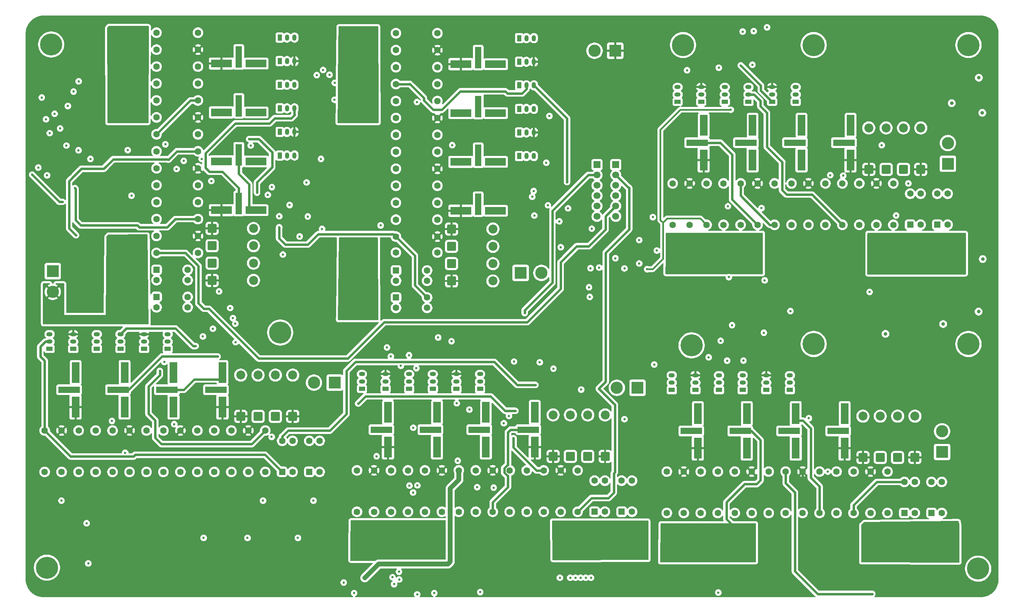
<source format=gbr>
%TF.GenerationSoftware,KiCad,Pcbnew,9.0.2*%
%TF.CreationDate,2025-10-03T07:29:48+01:00*%
%TF.ProjectId,MotorControl,4d6f746f-7243-46f6-9e74-726f6c2e6b69,rev?*%
%TF.SameCoordinates,Original*%
%TF.FileFunction,Copper,L2,Inr*%
%TF.FilePolarity,Positive*%
%FSLAX46Y46*%
G04 Gerber Fmt 4.6, Leading zero omitted, Abs format (unit mm)*
G04 Created by KiCad (PCBNEW 9.0.2) date 2025-10-03 07:29:48*
%MOMM*%
%LPD*%
G01*
G04 APERTURE LIST*
G04 Aperture macros list*
%AMRoundRect*
0 Rectangle with rounded corners*
0 $1 Rounding radius*
0 $2 $3 $4 $5 $6 $7 $8 $9 X,Y pos of 4 corners*
0 Add a 4 corners polygon primitive as box body*
4,1,4,$2,$3,$4,$5,$6,$7,$8,$9,$2,$3,0*
0 Add four circle primitives for the rounded corners*
1,1,$1+$1,$2,$3*
1,1,$1+$1,$4,$5*
1,1,$1+$1,$6,$7*
1,1,$1+$1,$8,$9*
0 Add four rect primitives between the rounded corners*
20,1,$1+$1,$2,$3,$4,$5,0*
20,1,$1+$1,$4,$5,$6,$7,0*
20,1,$1+$1,$6,$7,$8,$9,0*
20,1,$1+$1,$8,$9,$2,$3,0*%
G04 Aperture macros list end*
%TA.AperFunction,ComponentPad*%
%ADD10R,1.500000X1.050000*%
%TD*%
%TA.AperFunction,ComponentPad*%
%ADD11O,1.500000X1.050000*%
%TD*%
%TA.AperFunction,ComponentPad*%
%ADD12C,0.800000*%
%TD*%
%TA.AperFunction,ComponentPad*%
%ADD13C,5.400000*%
%TD*%
%TA.AperFunction,ComponentPad*%
%ADD14R,1.981200X5.130800*%
%TD*%
%TA.AperFunction,ComponentPad*%
%ADD15R,5.267200X1.625600*%
%TD*%
%TA.AperFunction,ComponentPad*%
%ADD16R,1.866900X5.130800*%
%TD*%
%TA.AperFunction,ComponentPad*%
%ADD17RoundRect,0.249999X-0.850001X-0.850001X0.850001X-0.850001X0.850001X0.850001X-0.850001X0.850001X0*%
%TD*%
%TA.AperFunction,ComponentPad*%
%ADD18C,2.200000*%
%TD*%
%TA.AperFunction,ComponentPad*%
%ADD19R,5.130800X1.981200*%
%TD*%
%TA.AperFunction,ComponentPad*%
%ADD20R,1.625600X5.267200*%
%TD*%
%TA.AperFunction,ComponentPad*%
%ADD21R,5.130800X1.866900*%
%TD*%
%TA.AperFunction,ComponentPad*%
%ADD22C,1.600000*%
%TD*%
%TA.AperFunction,ComponentPad*%
%ADD23R,1.050000X1.500000*%
%TD*%
%TA.AperFunction,ComponentPad*%
%ADD24O,1.050000X1.500000*%
%TD*%
%TA.AperFunction,ComponentPad*%
%ADD25R,3.000000X3.000000*%
%TD*%
%TA.AperFunction,ComponentPad*%
%ADD26C,3.000000*%
%TD*%
%TA.AperFunction,ComponentPad*%
%ADD27RoundRect,0.249999X0.850001X-0.850001X0.850001X0.850001X-0.850001X0.850001X-0.850001X-0.850001X0*%
%TD*%
%TA.AperFunction,ComponentPad*%
%ADD28RoundRect,0.250000X0.550000X-0.550000X0.550000X0.550000X-0.550000X0.550000X-0.550000X-0.550000X0*%
%TD*%
%TA.AperFunction,ComponentPad*%
%ADD29RoundRect,0.250000X-0.550000X-0.550000X0.550000X-0.550000X0.550000X0.550000X-0.550000X0.550000X0*%
%TD*%
%TA.AperFunction,ComponentPad*%
%ADD30R,1.700000X1.700000*%
%TD*%
%TA.AperFunction,ComponentPad*%
%ADD31C,1.700000*%
%TD*%
%TA.AperFunction,ViaPad*%
%ADD32C,0.600000*%
%TD*%
%TA.AperFunction,ViaPad*%
%ADD33C,0.900000*%
%TD*%
%TA.AperFunction,Conductor*%
%ADD34C,0.600000*%
%TD*%
%TA.AperFunction,Conductor*%
%ADD35C,1.200000*%
%TD*%
%TA.AperFunction,Conductor*%
%ADD36C,0.400000*%
%TD*%
G04 APERTURE END LIST*
D10*
%TO.N,GND*%
%TO.C,Q31*%
X204501800Y-40697200D03*
D11*
%TO.N,pnp_b3_3*%
X204501800Y-38919200D03*
%TO.N,pnp_e1_3*%
X204501800Y-37090400D03*
%TD*%
D12*
%TO.N,GND*%
%TO.C,H4*%
X37381200Y-26644600D03*
X37974309Y-25212709D03*
X37974309Y-28076491D03*
X39406200Y-24619600D03*
D13*
X39406200Y-26644600D03*
D12*
X39406200Y-28669600D03*
X40838091Y-25212709D03*
X40838091Y-28076491D03*
X41431200Y-26644600D03*
%TD*%
D14*
%TO.N,Net-(Q5-G)*%
%TO.C,Q5*%
X57391200Y-115632400D03*
D15*
%TO.N,Net-(D1-A)*%
X55783000Y-111390600D03*
D16*
%TO.N,GND*%
X57397550Y-107148800D03*
%TD*%
D17*
%TO.N,VDC*%
%TO.C,D17*%
X78837200Y-71788200D03*
D18*
%TO.N,Net-(D17-A)*%
X88997200Y-71788200D03*
%TD*%
D19*
%TO.N,VDC*%
%TO.C,Q82*%
X139811000Y-67451200D03*
D20*
%TO.N,pnp_e2_6*%
X144052800Y-65843000D03*
D21*
%TO.N,Net-(D23-K)*%
X148294600Y-67457550D03*
%TD*%
D10*
%TO.N,GND*%
%TO.C,Q43*%
X191493800Y-111436200D03*
D11*
%TO.N,npn_b1_4*%
X191493800Y-109658200D03*
%TO.N,npn_c1_4*%
X191493800Y-107829400D03*
%TD*%
D14*
%TO.N,Net-(Q11-G)*%
%TO.C,Q9*%
X69386400Y-115632400D03*
D15*
%TO.N,Net-(D3-K)*%
X67778200Y-111390600D03*
D16*
%TO.N,GND*%
X69392750Y-107148800D03*
%TD*%
D10*
%TO.N,GND*%
%TO.C,Q12*%
X56381000Y-101350200D03*
D11*
%TO.N,pnp_b4_1*%
X56381000Y-99572200D03*
%TO.N,pnp_e2_1*%
X56381000Y-97743400D03*
%TD*%
D22*
%TO.N,npn_c2_1*%
%TO.C,R3*%
X46127600Y-131542200D03*
%TO.N,pnp_b1_1*%
X46127600Y-121382200D03*
%TD*%
D23*
%TO.N,pnp_c2_6*%
%TO.C,Q95*%
X154093200Y-48240600D03*
D24*
%TO.N,pnp_b2_6*%
X155871200Y-48240600D03*
%TO.N,VDC*%
X157700000Y-48240600D03*
%TD*%
D14*
%TO.N,VDC*%
%TO.C,Q26*%
X157932800Y-125415800D03*
D15*
%TO.N,pnp_e2_2*%
X156324600Y-121174000D03*
D16*
%TO.N,Net-(D7-K)*%
X157939150Y-116932200D03*
%TD*%
D22*
%TO.N,pnp_c1_3*%
%TO.C,R35*%
X216673600Y-70889200D03*
%TO.N,Net-(Q33-G)*%
X216673600Y-60729200D03*
%TD*%
%TO.N,pnp_b4_3*%
%TO.C,R39*%
X233308800Y-70889200D03*
%TO.N,npn_c2_3*%
X233308800Y-60729200D03*
%TD*%
D10*
%TO.N,pnp_c1_4*%
%TO.C,Q44*%
X197283800Y-111436200D03*
D11*
%TO.N,pnp_b1_4*%
X197283800Y-109658200D03*
%TO.N,VDC*%
X197283800Y-107829400D03*
%TD*%
D14*
%TO.N,Net-(Q38-G)*%
%TO.C,Q39*%
X223297200Y-54979400D03*
D15*
%TO.N,Net-(D11-K)*%
X221689000Y-50737600D03*
D16*
%TO.N,GND*%
X223303550Y-46495800D03*
%TD*%
D22*
%TO.N,pnp_e1_6*%
%TO.C,R76*%
X123901200Y-44673600D03*
%TO.N,VDC*%
X134061200Y-44673600D03*
%TD*%
%TO.N,GND*%
%TO.C,R47*%
X206928000Y-141628200D03*
%TO.N,pnp_c1_4*%
X206928000Y-131468200D03*
%TD*%
%TO.N,pnp_c2_5*%
%TO.C,R64*%
X65227200Y-52848800D03*
%TO.N,Net-(Q66-G)*%
X75387200Y-52848800D03*
%TD*%
%TO.N,pnp_e1_5*%
%TO.C,R62*%
X65227200Y-44531200D03*
%TO.N,VDC*%
X75387200Y-44531200D03*
%TD*%
%TO.N,npn_c1_4*%
%TO.C,R54*%
X236039600Y-141628200D03*
%TO.N,pnp_b2_4*%
X236039600Y-131468200D03*
%TD*%
%TO.N,pnp_c2_2*%
%TO.C,R22*%
X143472800Y-141325600D03*
%TO.N,Net-(Q24-G)*%
X143472800Y-131165600D03*
%TD*%
%TO.N,npn_c1_1*%
%TO.C,R2*%
X41968800Y-131542200D03*
%TO.N,VDC*%
X41968800Y-121382200D03*
%TD*%
D25*
%TO.N,Net-(D17-A)*%
%TO.C,J7*%
X39801800Y-82270600D03*
D26*
%TO.N,Net-(D19-K)*%
X39801800Y-87350600D03*
%TD*%
D22*
%TO.N,pnp_e2_5*%
%TO.C,R65*%
X65227200Y-57007600D03*
%TO.N,VDC*%
X75387200Y-57007600D03*
%TD*%
D10*
%TO.N,GND*%
%TO.C,Q94*%
X221871800Y-40697200D03*
D11*
%TO.N,npn_b2_3*%
X221871800Y-38919200D03*
%TO.N,npn_c2_3*%
X221871800Y-37090400D03*
%TD*%
D27*
%TO.N,Net-(D5-A)*%
%TO.C,D6*%
X166662200Y-127715600D03*
D18*
%TO.N,GND*%
X166662200Y-117555600D03*
%TD*%
D12*
%TO.N,GND*%
%TO.C,H1*%
X264551800Y-155288600D03*
X265144909Y-153856709D03*
X265144909Y-156720491D03*
X266576800Y-153263600D03*
D13*
X266576800Y-155288600D03*
D12*
X266576800Y-157313600D03*
X268008691Y-153856709D03*
X268008691Y-156720491D03*
X268601800Y-155288600D03*
%TD*%
%TO.N,GND*%
%TO.C,H8*%
X192233600Y-26771600D03*
X192826709Y-25339709D03*
X192826709Y-28203491D03*
X194258600Y-24746600D03*
D13*
X194258600Y-26771600D03*
D12*
X194258600Y-28796600D03*
X195690491Y-25339709D03*
X195690491Y-28203491D03*
X196283600Y-26771600D03*
%TD*%
D28*
%TO.N,npn_b1_2*%
%TO.C,U3*%
X172572200Y-141315600D03*
D22*
%TO.N,GND*%
X175112200Y-141315600D03*
X175112200Y-133695600D03*
%TO.N,npn_c1_2*%
X172572200Y-133695600D03*
%TD*%
D28*
%TO.N,npn_b2_3*%
%TO.C,U6*%
X256571800Y-70879200D03*
D22*
%TO.N,GND*%
X259111800Y-70879200D03*
X259111800Y-63259200D03*
%TO.N,npn_c2_3*%
X256571800Y-63259200D03*
%TD*%
%TO.N,pnp_e2_3*%
%TO.C,R37*%
X224991200Y-70889200D03*
%TO.N,VDC*%
X224991200Y-60729200D03*
%TD*%
D10*
%TO.N,GND*%
%TO.C,Q88*%
X220443800Y-111436200D03*
D11*
%TO.N,npn_b2_4*%
X220443800Y-109658200D03*
%TO.N,npn_c2_4*%
X220443800Y-107829400D03*
%TD*%
D22*
%TO.N,pnp_e1_3*%
%TO.C,R34*%
X212514800Y-70889200D03*
%TO.N,VDC*%
X212514800Y-60729200D03*
%TD*%
D10*
%TO.N,GND*%
%TO.C,Q28*%
X132932200Y-111133600D03*
D11*
%TO.N,pnp_b4_2*%
X132932200Y-109355600D03*
%TO.N,pnp_e2_2*%
X132932200Y-107526800D03*
%TD*%
D23*
%TO.N,pnp_c1_6*%
%TO.C,Q72*%
X154093200Y-30870600D03*
D24*
%TO.N,pnp_b1_6*%
X155871200Y-30870600D03*
%TO.N,VDC*%
X157700000Y-30870600D03*
%TD*%
D22*
%TO.N,pnp_c1_4*%
%TO.C,R49*%
X215245600Y-141628200D03*
%TO.N,Net-(Q47-G)*%
X215245600Y-131468200D03*
%TD*%
%TO.N,GND*%
%TO.C,R24*%
X151790400Y-141325600D03*
%TO.N,pnp_c2_2*%
X151790400Y-131165600D03*
%TD*%
D19*
%TO.N,Net-(Q80-G)*%
%TO.C,Q81*%
X139811000Y-55456000D03*
D20*
%TO.N,Net-(D23-K)*%
X144052800Y-53847800D03*
D21*
%TO.N,GND*%
X148294600Y-55462350D03*
%TD*%
D10*
%TO.N,GND*%
%TO.C,Q90*%
X144512200Y-111133600D03*
D11*
%TO.N,npn_b2_2*%
X144512200Y-109355600D03*
%TO.N,npn_c2_2*%
X144512200Y-107526800D03*
%TD*%
D22*
%TO.N,GND*%
%TO.C,R66*%
X65227200Y-61166400D03*
%TO.N,pnp_c2_5*%
X75387200Y-61166400D03*
%TD*%
%TO.N,GND*%
%TO.C,R75*%
X123901200Y-40514800D03*
%TO.N,pnp_c1_6*%
X134061200Y-40514800D03*
%TD*%
D14*
%TO.N,Net-(Q33-G)*%
%TO.C,Q33*%
X211302000Y-54979400D03*
D15*
%TO.N,Net-(D10-K)*%
X209693800Y-50737600D03*
D16*
%TO.N,GND*%
X211308350Y-46495800D03*
%TD*%
D22*
%TO.N,npn_c1_4*%
%TO.C,R44*%
X194451600Y-141628200D03*
%TO.N,VDC*%
X194451600Y-131468200D03*
%TD*%
%TO.N,GND*%
%TO.C,R5*%
X54445200Y-131542200D03*
%TO.N,pnp_c1_1*%
X54445200Y-121382200D03*
%TD*%
D14*
%TO.N,VDC*%
%TO.C,Q18*%
X121947200Y-125415800D03*
D15*
%TO.N,pnp_e1_2*%
X120339000Y-121174000D03*
D16*
%TO.N,Net-(D5-A)*%
X121953550Y-116932200D03*
%TD*%
D29*
%TO.N,npn_b1_6*%
%TO.C,U11*%
X123911200Y-82090600D03*
D22*
%TO.N,GND*%
X123911200Y-84630600D03*
X131531200Y-84630600D03*
%TO.N,npn_c1_6*%
X131531200Y-82090600D03*
%TD*%
D10*
%TO.N,GND*%
%TO.C,Q42*%
X210291800Y-40697200D03*
D11*
%TO.N,pnp_b4_3*%
X210291800Y-38919200D03*
%TO.N,pnp_e2_3*%
X210291800Y-37090400D03*
%TD*%
D22*
%TO.N,pnp_b4_6*%
%TO.C,R81*%
X123901200Y-65467600D03*
%TO.N,npn_c2_6*%
X134061200Y-65467600D03*
%TD*%
D14*
%TO.N,VDC*%
%TO.C,Q4*%
X45396000Y-115632400D03*
D15*
%TO.N,pnp_e1_1*%
X43787800Y-111390600D03*
D16*
%TO.N,Net-(D1-A)*%
X45402350Y-107148800D03*
%TD*%
D22*
%TO.N,GND*%
%TO.C,R19*%
X130996400Y-141325600D03*
%TO.N,pnp_c1_2*%
X130996400Y-131165600D03*
%TD*%
D30*
%TO.N,FET11_1*%
%TO.C,J1*%
X173176800Y-56133600D03*
D31*
%TO.N,FET11_2*%
X173176800Y-58673600D03*
%TO.N,FET11_3*%
X173176800Y-61213600D03*
%TO.N,FET11_4*%
X173176800Y-63753600D03*
%TO.N,FET11_5*%
X173176800Y-66293600D03*
%TO.N,FET11_6*%
X173176800Y-68833600D03*
%TD*%
D22*
%TO.N,pnp_c1_6*%
%TO.C,R77*%
X134061200Y-48800000D03*
%TO.N,Net-(Q75-G)*%
X123901200Y-48800000D03*
%TD*%
D29*
%TO.N,npn_b2_6*%
%TO.C,U12*%
X123911200Y-88730600D03*
D22*
%TO.N,GND*%
X123911200Y-91270600D03*
X131531200Y-91270600D03*
%TO.N,npn_c2_6*%
X131531200Y-88730600D03*
%TD*%
D12*
%TO.N,GND*%
%TO.C,H2*%
X262180109Y-26771600D03*
X262773218Y-25339709D03*
X262773218Y-28203491D03*
X264205109Y-24746600D03*
D13*
X264205109Y-26771600D03*
D12*
X264205109Y-28796600D03*
X265637000Y-25339709D03*
X265637000Y-28203491D03*
X266230109Y-26771600D03*
%TD*%
D29*
%TO.N,npn_b2_5*%
%TO.C,U10*%
X65237200Y-88588200D03*
D22*
%TO.N,GND*%
X65237200Y-91128200D03*
X72857200Y-91128200D03*
%TO.N,npn_c2_5*%
X72857200Y-88588200D03*
%TD*%
%TO.N,pnp_e1_2*%
%TO.C,R20*%
X135155200Y-141325600D03*
%TO.N,VDC*%
X135155200Y-131165600D03*
%TD*%
%TO.N,npn_c2_3*%
%TO.C,R41*%
X241626400Y-70889200D03*
%TO.N,VDC*%
X241626400Y-60729200D03*
%TD*%
%TO.N,pnp_c2_1*%
%TO.C,R8*%
X66921600Y-131542200D03*
%TO.N,Net-(Q11-G)*%
X66921600Y-121382200D03*
%TD*%
D25*
%TO.N,VDC*%
%TO.C,J9*%
X177647600Y-28168600D03*
D26*
%TO.N,GND*%
X172567600Y-28168600D03*
%TD*%
D28*
%TO.N,npn_b1_4*%
%TO.C,U7*%
X248503800Y-141618200D03*
D22*
%TO.N,GND*%
X251043800Y-141618200D03*
X251043800Y-133998200D03*
%TO.N,npn_c1_4*%
X248503800Y-133998200D03*
%TD*%
%TO.N,pnp_e2_4*%
%TO.C,R51*%
X223563200Y-141628200D03*
%TO.N,VDC*%
X223563200Y-131468200D03*
%TD*%
D23*
%TO.N,GND*%
%TO.C,Q92*%
X95419200Y-53888200D03*
D24*
%TO.N,npn_b2_5*%
X97197200Y-53888200D03*
%TO.N,npn_c2_5*%
X99026000Y-53888200D03*
%TD*%
D23*
%TO.N,pnp_c2_5*%
%TO.C,Q91*%
X95419200Y-48098200D03*
D24*
%TO.N,pnp_b3_5*%
X97197200Y-48098200D03*
%TO.N,VDC*%
X99026000Y-48098200D03*
%TD*%
D22*
%TO.N,GND*%
%TO.C,R38*%
X229150000Y-70889200D03*
%TO.N,pnp_c2_3*%
X229150000Y-60729200D03*
%TD*%
D10*
%TO.N,pnp_c1_1*%
%TO.C,Q2*%
X44801000Y-101350200D03*
D11*
%TO.N,pnp_b1_1*%
X44801000Y-99572200D03*
%TO.N,VDC*%
X44801000Y-97743400D03*
%TD*%
D14*
%TO.N,Net-(Q19-G)*%
%TO.C,Q19*%
X133942400Y-125415800D03*
D15*
%TO.N,Net-(D5-A)*%
X132334200Y-121174000D03*
D16*
%TO.N,GND*%
X133948750Y-116932200D03*
%TD*%
D23*
%TO.N,GND*%
%TO.C,Q73*%
X154093200Y-36660600D03*
D24*
%TO.N,pnp_b3_6*%
X155871200Y-36660600D03*
%TO.N,pnp_e1_6*%
X157700000Y-36660600D03*
%TD*%
D27*
%TO.N,VDC*%
%TO.C,D1*%
X85861000Y-117932200D03*
D18*
%TO.N,Net-(D1-A)*%
X85861000Y-107772200D03*
%TD*%
D27*
%TO.N,Net-(D1-A)*%
%TO.C,D2*%
X90111000Y-117932200D03*
D18*
%TO.N,GND*%
X90111000Y-107772200D03*
%TD*%
D22*
%TO.N,FET12_4*%
%TO.C,R56*%
X244357200Y-141628200D03*
%TO.N,npn_b2_4*%
X244357200Y-131468200D03*
%TD*%
D27*
%TO.N,Net-(D13-A)*%
%TO.C,D14*%
X242593800Y-128018200D03*
D18*
%TO.N,GND*%
X242593800Y-117858200D03*
%TD*%
D23*
%TO.N,GND*%
%TO.C,Q96*%
X154093200Y-54030600D03*
D24*
%TO.N,npn_b2_6*%
X155871200Y-54030600D03*
%TO.N,npn_c2_6*%
X157700000Y-54030600D03*
%TD*%
D17*
%TO.N,Net-(D23-K)*%
%TO.C,D23*%
X137511200Y-80430600D03*
D18*
%TO.N,GND*%
X147671200Y-80430600D03*
%TD*%
D22*
%TO.N,npn_c2_6*%
%TO.C,R83*%
X123901200Y-73785200D03*
%TO.N,VDC*%
X134061200Y-73785200D03*
%TD*%
D23*
%TO.N,pnp_c1_5*%
%TO.C,Q58*%
X95419200Y-30728200D03*
D24*
%TO.N,pnp_b4_5*%
X97197200Y-30728200D03*
%TO.N,VDC*%
X99026000Y-30728200D03*
%TD*%
D10*
%TO.N,GND*%
%TO.C,Q1*%
X39011000Y-101350200D03*
D11*
%TO.N,npn_b1_1*%
X39011000Y-99572200D03*
%TO.N,npn_c1_1*%
X39011000Y-97743400D03*
%TD*%
D10*
%TO.N,pnp_c2_1*%
%TO.C,Q13*%
X62171000Y-101350200D03*
D11*
%TO.N,pnp_b2_1*%
X62171000Y-99572200D03*
%TO.N,VDC*%
X62171000Y-97743400D03*
%TD*%
D19*
%TO.N,VDC*%
%TO.C,Q74*%
X139811000Y-31465600D03*
D20*
%TO.N,pnp_e1_6*%
X144052800Y-29857400D03*
D21*
%TO.N,Net-(D21-A)*%
X148294600Y-31471950D03*
%TD*%
D22*
%TO.N,npn_c2_1*%
%TO.C,R13*%
X87715600Y-131542200D03*
%TO.N,VDC*%
X87715600Y-121382200D03*
%TD*%
%TO.N,FET12_6*%
%TO.C,R84*%
X134061200Y-77698600D03*
%TO.N,npn_b2_6*%
X123901200Y-77698600D03*
%TD*%
%TO.N,FET11_5*%
%TO.C,R57*%
X65227200Y-23737200D03*
%TO.N,npn_b1_5*%
X75387200Y-23737200D03*
%TD*%
D19*
%TO.N,VDC*%
%TO.C,Q68*%
X81137000Y-67308800D03*
D20*
%TO.N,pnp_e2_5*%
X85378800Y-65700600D03*
D21*
%TO.N,Net-(D19-K)*%
X89620600Y-67315150D03*
%TD*%
D22*
%TO.N,npn_c1_2*%
%TO.C,R26*%
X160108000Y-141325600D03*
%TO.N,pnp_b2_2*%
X160108000Y-131165600D03*
%TD*%
%TO.N,FET12_1*%
%TO.C,R14*%
X91874400Y-131542200D03*
%TO.N,npn_b2_1*%
X91874400Y-121382200D03*
%TD*%
D14*
%TO.N,VDC*%
%TO.C,Q32*%
X199306800Y-54979400D03*
D15*
%TO.N,pnp_e1_3*%
X197698600Y-50737600D03*
D16*
%TO.N,Net-(D10-K)*%
X199313150Y-46495800D03*
%TD*%
D22*
%TO.N,npn_c1_5*%
%TO.C,R58*%
X65227200Y-27896000D03*
%TO.N,VDC*%
X75387200Y-27896000D03*
%TD*%
D27*
%TO.N,Net-(D11-K)*%
%TO.C,D11*%
X248271800Y-57279200D03*
D18*
%TO.N,GND*%
X248271800Y-47119200D03*
%TD*%
D10*
%TO.N,pnp_c1_3*%
%TO.C,Q30*%
X198711800Y-40697200D03*
D11*
%TO.N,pnp_b1_3*%
X198711800Y-38919200D03*
%TO.N,VDC*%
X198711800Y-37090400D03*
%TD*%
D22*
%TO.N,pnp_e1_1*%
%TO.C,R6*%
X58604000Y-131542200D03*
%TO.N,VDC*%
X58604000Y-121382200D03*
%TD*%
D27*
%TO.N,Net-(D15-K)*%
%TO.C,D15*%
X246843800Y-128018200D03*
D18*
%TO.N,GND*%
X246843800Y-117858200D03*
%TD*%
D22*
%TO.N,npn_c2_2*%
%TO.C,R17*%
X122678800Y-141325600D03*
%TO.N,pnp_b1_2*%
X122678800Y-131165600D03*
%TD*%
%TO.N,npn_c2_2*%
%TO.C,R27*%
X164266800Y-141325600D03*
%TO.N,VDC*%
X164266800Y-131165600D03*
%TD*%
D14*
%TO.N,Net-(Q52-G)*%
%TO.C,Q53*%
X221869200Y-125718400D03*
D15*
%TO.N,Net-(D15-K)*%
X220261000Y-121476600D03*
D16*
%TO.N,GND*%
X221875550Y-117234800D03*
%TD*%
D22*
%TO.N,pnp_b4_4*%
%TO.C,R53*%
X231880800Y-141628200D03*
%TO.N,npn_c2_4*%
X231880800Y-131468200D03*
%TD*%
D10*
%TO.N,pnp_c2_3*%
%TO.C,Q93*%
X216081800Y-40697200D03*
D11*
%TO.N,pnp_b2_3*%
X216081800Y-38919200D03*
%TO.N,VDC*%
X216081800Y-37090400D03*
%TD*%
D22*
%TO.N,npn_c2_5*%
%TO.C,R59*%
X65227200Y-32054800D03*
%TO.N,pnp_b4_5*%
X75387200Y-32054800D03*
%TD*%
%TO.N,pnp_e2_2*%
%TO.C,R23*%
X147631600Y-141325600D03*
%TO.N,VDC*%
X147631600Y-131165600D03*
%TD*%
D27*
%TO.N,VDC*%
%TO.C,D4*%
X98611000Y-117932200D03*
D18*
%TO.N,Net-(D3-K)*%
X98611000Y-107772200D03*
%TD*%
D22*
%TO.N,npn_c2_5*%
%TO.C,R69*%
X65227200Y-73642800D03*
%TO.N,VDC*%
X75387200Y-73642800D03*
%TD*%
%TO.N,FET12_3*%
%TO.C,R42*%
X245785200Y-70889200D03*
%TO.N,npn_b2_3*%
X245785200Y-60729200D03*
%TD*%
%TO.N,FET11_6*%
%TO.C,R71*%
X123901200Y-23879600D03*
%TO.N,npn_b1_6*%
X134061200Y-23879600D03*
%TD*%
D10*
%TO.N,GND*%
%TO.C,Q3*%
X50591000Y-101350200D03*
D11*
%TO.N,pnp_b3_1*%
X50591000Y-99572200D03*
%TO.N,pnp_e1_1*%
X50591000Y-97743400D03*
%TD*%
D17*
%TO.N,VDC*%
%TO.C,D24*%
X137511200Y-84680600D03*
D18*
%TO.N,Net-(D23-K)*%
X147671200Y-84680600D03*
%TD*%
D25*
%TO.N,Net-(D21-A)*%
%TO.C,J8*%
X154457400Y-82702400D03*
D26*
%TO.N,Net-(D23-K)*%
X159537400Y-82702400D03*
%TD*%
D22*
%TO.N,npn_c2_4*%
%TO.C,R45*%
X198610400Y-141628200D03*
%TO.N,pnp_b1_4*%
X198610400Y-131468200D03*
%TD*%
%TO.N,FET11_1*%
%TO.C,R1*%
X37810000Y-131542200D03*
%TO.N,npn_b1_1*%
X37810000Y-121382200D03*
%TD*%
%TO.N,GND*%
%TO.C,R10*%
X75239200Y-131542200D03*
%TO.N,pnp_c2_1*%
X75239200Y-121382200D03*
%TD*%
D28*
%TO.N,npn_b1_1*%
%TO.C,U1*%
X96021000Y-131532200D03*
D22*
%TO.N,GND*%
X98561000Y-131532200D03*
X98561000Y-123912200D03*
%TO.N,npn_c1_1*%
X96021000Y-123912200D03*
%TD*%
D27*
%TO.N,Net-(D10-K)*%
%TO.C,D10*%
X244021800Y-57279200D03*
D18*
%TO.N,GND*%
X244021800Y-47119200D03*
%TD*%
D22*
%TO.N,npn_c1_6*%
%TO.C,R72*%
X123901200Y-28038400D03*
%TO.N,VDC*%
X134061200Y-28038400D03*
%TD*%
%TO.N,FET11_2*%
%TO.C,R15*%
X114361200Y-141325600D03*
%TO.N,npn_b1_2*%
X114361200Y-131165600D03*
%TD*%
%TO.N,pnp_b3_2*%
%TO.C,R18*%
X126837600Y-141325600D03*
%TO.N,npn_c1_2*%
X126837600Y-131165600D03*
%TD*%
D14*
%TO.N,VDC*%
%TO.C,Q10*%
X81381600Y-115632400D03*
D15*
%TO.N,pnp_e2_1*%
X79773400Y-111390600D03*
D16*
%TO.N,Net-(D3-K)*%
X81387950Y-107148800D03*
%TD*%
D10*
%TO.N,pnp_c2_4*%
%TO.C,Q87*%
X214653800Y-111436200D03*
D11*
%TO.N,pnp_b2_4*%
X214653800Y-109658200D03*
%TO.N,VDC*%
X214653800Y-107829400D03*
%TD*%
D12*
%TO.N,GND*%
%TO.C,H7*%
X194320800Y-100482400D03*
X194913909Y-99050509D03*
X194913909Y-101914291D03*
X196345800Y-98457400D03*
D13*
X196345800Y-100482400D03*
D12*
X196345800Y-102507400D03*
X197777691Y-99050509D03*
X197777691Y-101914291D03*
X198370800Y-100482400D03*
%TD*%
%TO.N,GND*%
%TO.C,H6*%
X224242000Y-100152200D03*
X224835109Y-98720309D03*
X224835109Y-101584091D03*
X226267000Y-98127200D03*
D13*
X226267000Y-100152200D03*
D12*
X226267000Y-102177200D03*
X227698891Y-98720309D03*
X227698891Y-101584091D03*
X228292000Y-100152200D03*
%TD*%
D27*
%TO.N,VDC*%
%TO.C,D5*%
X162412200Y-127715600D03*
D18*
%TO.N,Net-(D5-A)*%
X162412200Y-117555600D03*
%TD*%
D23*
%TO.N,GND*%
%TO.C,Q71*%
X154093200Y-25080600D03*
D24*
%TO.N,npn_b1_6*%
X155871200Y-25080600D03*
%TO.N,npn_c1_6*%
X157700000Y-25080600D03*
%TD*%
D19*
%TO.N,Net-(Q66-G)*%
%TO.C,Q67*%
X81137000Y-55313600D03*
D20*
%TO.N,Net-(D19-K)*%
X85378800Y-53705400D03*
D21*
%TO.N,GND*%
X89620600Y-55319950D03*
%TD*%
D22*
%TO.N,npn_c2_3*%
%TO.C,R31*%
X200038400Y-70889200D03*
%TO.N,pnp_b1_3*%
X200038400Y-60729200D03*
%TD*%
%TO.N,npn_c1_3*%
%TO.C,R40*%
X237467600Y-70889200D03*
%TO.N,pnp_b2_3*%
X237467600Y-60729200D03*
%TD*%
D10*
%TO.N,GND*%
%TO.C,Q29*%
X192921800Y-40697200D03*
D11*
%TO.N,npn_b1_3*%
X192921800Y-38919200D03*
%TO.N,npn_c1_3*%
X192921800Y-37090400D03*
%TD*%
D10*
%TO.N,GND*%
%TO.C,Q56*%
X208863800Y-111436200D03*
D11*
%TO.N,pnp_b4_4*%
X208863800Y-109658200D03*
%TO.N,pnp_e2_4*%
X208863800Y-107829400D03*
%TD*%
D22*
%TO.N,GND*%
%TO.C,R61*%
X65227200Y-40372400D03*
%TO.N,pnp_c1_5*%
X75387200Y-40372400D03*
%TD*%
D14*
%TO.N,Net-(Q24-G)*%
%TO.C,Q25*%
X145937600Y-125415800D03*
D15*
%TO.N,Net-(D7-K)*%
X144329400Y-121174000D03*
D16*
%TO.N,GND*%
X145943950Y-116932200D03*
%TD*%
D17*
%TO.N,Net-(D21-A)*%
%TO.C,D22*%
X137511200Y-76180600D03*
D18*
%TO.N,GND*%
X147671200Y-76180600D03*
%TD*%
D22*
%TO.N,pnp_b2_5*%
%TO.C,R60*%
X65227200Y-36213600D03*
%TO.N,npn_c1_5*%
X75387200Y-36213600D03*
%TD*%
D14*
%TO.N,VDC*%
%TO.C,Q46*%
X197878800Y-125718400D03*
D15*
%TO.N,pnp_e1_4*%
X196270600Y-121476600D03*
D16*
%TO.N,Net-(D13-A)*%
X197885150Y-117234800D03*
%TD*%
D22*
%TO.N,npn_c1_1*%
%TO.C,R12*%
X83556800Y-131542200D03*
%TO.N,pnp_b2_1*%
X83556800Y-121382200D03*
%TD*%
D30*
%TO.N,FET12_1*%
%TO.C,J2*%
X177776800Y-56133600D03*
D31*
%TO.N,FET12_2*%
X177776800Y-58673600D03*
%TO.N,FET12_3*%
X177776800Y-61213600D03*
%TO.N,FET12_4*%
X177776800Y-63753600D03*
%TO.N,FET12_5*%
X177776800Y-66293600D03*
%TO.N,FET12_6*%
X177776800Y-68833600D03*
%TD*%
D22*
%TO.N,pnp_e2_1*%
%TO.C,R9*%
X71080400Y-131542200D03*
%TO.N,VDC*%
X71080400Y-121382200D03*
%TD*%
D19*
%TO.N,VDC*%
%TO.C,Q60*%
X81137000Y-31323200D03*
D20*
%TO.N,pnp_e1_5*%
X85378800Y-29715000D03*
D21*
%TO.N,Net-(D17-A)*%
X89620600Y-31329550D03*
%TD*%
D22*
%TO.N,pnp_b4_2*%
%TO.C,R25*%
X155949200Y-141325600D03*
%TO.N,npn_c2_2*%
X155949200Y-131165600D03*
%TD*%
D10*
%TO.N,GND*%
%TO.C,Q17*%
X127142200Y-111133600D03*
D11*
%TO.N,pnp_b3_2*%
X127142200Y-109355600D03*
%TO.N,pnp_e1_2*%
X127142200Y-107526800D03*
%TD*%
D22*
%TO.N,npn_c1_2*%
%TO.C,R16*%
X118520000Y-141325600D03*
%TO.N,VDC*%
X118520000Y-131165600D03*
%TD*%
D12*
%TO.N,GND*%
%TO.C,H10*%
X262180109Y-100152200D03*
X262773218Y-98720309D03*
X262773218Y-101584091D03*
X264205109Y-98127200D03*
D13*
X264205109Y-100152200D03*
D12*
X264205109Y-102177200D03*
X265637000Y-98720309D03*
X265637000Y-101584091D03*
X266230109Y-100152200D03*
%TD*%
D22*
%TO.N,npn_c1_3*%
%TO.C,R30*%
X195879600Y-70889200D03*
%TO.N,VDC*%
X195879600Y-60729200D03*
%TD*%
D19*
%TO.N,Net-(Q61-G)*%
%TO.C,Q61*%
X81137000Y-43318400D03*
D20*
%TO.N,Net-(D17-A)*%
X85378800Y-41710200D03*
D21*
%TO.N,GND*%
X89620600Y-43324750D03*
%TD*%
D17*
%TO.N,VDC*%
%TO.C,D21*%
X137511200Y-71930600D03*
D18*
%TO.N,Net-(D21-A)*%
X147671200Y-71930600D03*
%TD*%
D22*
%TO.N,pnp_b3_4*%
%TO.C,R46*%
X202769200Y-141628200D03*
%TO.N,npn_c1_4*%
X202769200Y-131468200D03*
%TD*%
D23*
%TO.N,GND*%
%TO.C,Q59*%
X95419200Y-36518200D03*
D24*
%TO.N,pnp_b2_5*%
X97197200Y-36518200D03*
%TO.N,pnp_e1_5*%
X99026000Y-36518200D03*
%TD*%
D22*
%TO.N,pnp_b3_6*%
%TO.C,R74*%
X123901200Y-36356000D03*
%TO.N,npn_c1_6*%
X134061200Y-36356000D03*
%TD*%
D10*
%TO.N,pnp_c1_2*%
%TO.C,Q16*%
X121352200Y-111133600D03*
D11*
%TO.N,pnp_b1_2*%
X121352200Y-109355600D03*
%TO.N,VDC*%
X121352200Y-107526800D03*
%TD*%
D23*
%TO.N,GND*%
%TO.C,Q84*%
X154093200Y-42450600D03*
D24*
%TO.N,pnp_b4_6*%
X155871200Y-42450600D03*
%TO.N,pnp_e2_6*%
X157700000Y-42450600D03*
%TD*%
D10*
%TO.N,GND*%
%TO.C,Q15*%
X115562200Y-111133600D03*
D11*
%TO.N,npn_b1_2*%
X115562200Y-109355600D03*
%TO.N,npn_c1_2*%
X115562200Y-107526800D03*
%TD*%
D22*
%TO.N,npn_c1_5*%
%TO.C,R68*%
X65227200Y-69484000D03*
%TO.N,pnp_b3_5*%
X75387200Y-69484000D03*
%TD*%
D25*
%TO.N,Net-(D10-K)*%
%TO.C,J5*%
X259171800Y-55919200D03*
D26*
%TO.N,Net-(D11-K)*%
X259171800Y-50839200D03*
%TD*%
D22*
%TO.N,GND*%
%TO.C,R80*%
X123901200Y-61308800D03*
%TO.N,pnp_c2_6*%
X134061200Y-61308800D03*
%TD*%
%TO.N,pnp_c2_4*%
%TO.C,R50*%
X219404400Y-141628200D03*
%TO.N,Net-(Q52-G)*%
X219404400Y-131468200D03*
%TD*%
%TO.N,pnp_c1_1*%
%TO.C,R7*%
X62762800Y-131542200D03*
%TO.N,Net-(Q5-G)*%
X62762800Y-121382200D03*
%TD*%
D14*
%TO.N,Net-(Q47-G)*%
%TO.C,Q47*%
X209874000Y-125718400D03*
D15*
%TO.N,Net-(D13-A)*%
X208265800Y-121476600D03*
D16*
%TO.N,GND*%
X209880350Y-117234800D03*
%TD*%
D23*
%TO.N,GND*%
%TO.C,Q70*%
X95419200Y-42308200D03*
D24*
%TO.N,pnp_b1_5*%
X97197200Y-42308200D03*
%TO.N,pnp_e2_5*%
X99026000Y-42308200D03*
%TD*%
D22*
%TO.N,GND*%
%TO.C,R33*%
X208356000Y-70889200D03*
%TO.N,pnp_c1_3*%
X208356000Y-60729200D03*
%TD*%
%TO.N,pnp_e2_6*%
%TO.C,R79*%
X123901200Y-57150000D03*
%TO.N,VDC*%
X134061200Y-57150000D03*
%TD*%
%TO.N,FET12_5*%
%TO.C,R70*%
X65227200Y-77801600D03*
%TO.N,npn_b2_5*%
X75387200Y-77801600D03*
%TD*%
%TO.N,pnp_c2_3*%
%TO.C,R36*%
X220832400Y-70889200D03*
%TO.N,Net-(Q38-G)*%
X220832400Y-60729200D03*
%TD*%
D12*
%TO.N,GND*%
%TO.C,H9*%
X93508200Y-97332800D03*
X94101309Y-95900909D03*
X94101309Y-98764691D03*
X95533200Y-95307800D03*
D13*
X95533200Y-97332800D03*
D12*
X95533200Y-99357800D03*
X96965091Y-95900909D03*
X96965091Y-98764691D03*
X97558200Y-97332800D03*
%TD*%
D17*
%TO.N,Net-(D17-A)*%
%TO.C,D18*%
X78837200Y-76038200D03*
D18*
%TO.N,GND*%
X88997200Y-76038200D03*
%TD*%
D22*
%TO.N,pnp_e1_4*%
%TO.C,R48*%
X211086800Y-141628200D03*
%TO.N,VDC*%
X211086800Y-131468200D03*
%TD*%
D25*
%TO.N,Net-(D13-A)*%
%TO.C,J6*%
X257743800Y-126658200D03*
D26*
%TO.N,Net-(D15-K)*%
X257743800Y-121578200D03*
%TD*%
D22*
%TO.N,pnp_c2_6*%
%TO.C,R78*%
X123901200Y-52991200D03*
%TO.N,Net-(Q80-G)*%
X134061200Y-52991200D03*
%TD*%
D27*
%TO.N,VDC*%
%TO.C,D16*%
X251093800Y-128018200D03*
D18*
%TO.N,Net-(D15-K)*%
X251093800Y-117858200D03*
%TD*%
D22*
%TO.N,pnp_c1_5*%
%TO.C,R63*%
X65227200Y-48690000D03*
%TO.N,Net-(Q61-G)*%
X75387200Y-48690000D03*
%TD*%
D27*
%TO.N,VDC*%
%TO.C,D12*%
X252521800Y-57279200D03*
D18*
%TO.N,Net-(D11-K)*%
X252521800Y-47119200D03*
%TD*%
D28*
%TO.N,npn_b2_1*%
%TO.C,U2*%
X102661000Y-131532200D03*
D22*
%TO.N,GND*%
X105201000Y-131532200D03*
X105201000Y-123912200D03*
%TO.N,npn_c2_1*%
X102661000Y-123912200D03*
%TD*%
%TO.N,GND*%
%TO.C,R52*%
X227722000Y-141628200D03*
%TO.N,pnp_c2_4*%
X227722000Y-131468200D03*
%TD*%
D28*
%TO.N,npn_b2_4*%
%TO.C,U8*%
X255143800Y-141618200D03*
D22*
%TO.N,GND*%
X257683800Y-141618200D03*
X257683800Y-133998200D03*
%TO.N,npn_c2_4*%
X255143800Y-133998200D03*
%TD*%
D27*
%TO.N,VDC*%
%TO.C,D8*%
X175162200Y-127715600D03*
D18*
%TO.N,Net-(D7-K)*%
X175162200Y-117555600D03*
%TD*%
D10*
%TO.N,GND*%
%TO.C,Q14*%
X67961000Y-101350200D03*
D11*
%TO.N,npn_b2_1*%
X67961000Y-99572200D03*
%TO.N,npn_c2_1*%
X67961000Y-97743400D03*
%TD*%
D12*
%TO.N,GND*%
%TO.C,H3*%
X36339800Y-155041600D03*
X36932909Y-153609709D03*
X36932909Y-156473491D03*
X38364800Y-153016600D03*
D13*
X38364800Y-155041600D03*
D12*
X38364800Y-157066600D03*
X39796691Y-153609709D03*
X39796691Y-156473491D03*
X40389800Y-155041600D03*
%TD*%
D22*
%TO.N,pnp_b1_5*%
%TO.C,R67*%
X65227200Y-65325200D03*
%TO.N,npn_c2_5*%
X75387200Y-65325200D03*
%TD*%
D25*
%TO.N,Net-(D5-A)*%
%TO.C,J4*%
X183108600Y-110896400D03*
D26*
%TO.N,Net-(D7-K)*%
X178028600Y-110896400D03*
%TD*%
D12*
%TO.N,GND*%
%TO.C,H5*%
X224242000Y-26771600D03*
X224835109Y-25339709D03*
X224835109Y-28203491D03*
X226267000Y-24746600D03*
D13*
X226267000Y-26771600D03*
D12*
X226267000Y-28796600D03*
X227698891Y-25339709D03*
X227698891Y-28203491D03*
X228292000Y-26771600D03*
%TD*%
D19*
%TO.N,Net-(Q75-G)*%
%TO.C,Q75*%
X139811000Y-43460800D03*
D20*
%TO.N,Net-(D21-A)*%
X144052800Y-41852600D03*
D21*
%TO.N,GND*%
X148294600Y-43467150D03*
%TD*%
D14*
%TO.N,VDC*%
%TO.C,Q54*%
X233864400Y-125718400D03*
D15*
%TO.N,pnp_e2_4*%
X232256200Y-121476600D03*
D16*
%TO.N,Net-(D15-K)*%
X233870750Y-117234800D03*
%TD*%
D22*
%TO.N,FET11_4*%
%TO.C,R43*%
X190292800Y-141628200D03*
%TO.N,npn_b1_4*%
X190292800Y-131468200D03*
%TD*%
D29*
%TO.N,npn_b1_5*%
%TO.C,U9*%
X65237200Y-81948200D03*
D22*
%TO.N,GND*%
X65237200Y-84488200D03*
X72857200Y-84488200D03*
%TO.N,npn_c1_5*%
X72857200Y-81948200D03*
%TD*%
D28*
%TO.N,npn_b1_3*%
%TO.C,U5*%
X249931800Y-70879200D03*
D22*
%TO.N,GND*%
X252471800Y-70879200D03*
X252471800Y-63259200D03*
%TO.N,npn_c1_3*%
X249931800Y-63259200D03*
%TD*%
D23*
%TO.N,GND*%
%TO.C,Q57*%
X95419200Y-24938200D03*
D24*
%TO.N,npn_b1_5*%
X97197200Y-24938200D03*
%TO.N,npn_c1_5*%
X99026000Y-24938200D03*
%TD*%
D22*
%TO.N,npn_c2_4*%
%TO.C,R55*%
X240198400Y-141628200D03*
%TO.N,VDC*%
X240198400Y-131468200D03*
%TD*%
D25*
%TO.N,Net-(D1-A)*%
%TO.C,J3*%
X108889800Y-109626400D03*
D26*
%TO.N,Net-(D3-K)*%
X103809800Y-109626400D03*
%TD*%
D27*
%TO.N,Net-(D3-K)*%
%TO.C,D3*%
X94361000Y-117932200D03*
D18*
%TO.N,GND*%
X94361000Y-107772200D03*
%TD*%
D22*
%TO.N,pnp_b3_1*%
%TO.C,R4*%
X50286400Y-131542200D03*
%TO.N,npn_c1_1*%
X50286400Y-121382200D03*
%TD*%
%TO.N,npn_c1_6*%
%TO.C,R82*%
X123901200Y-69626400D03*
%TO.N,pnp_b2_6*%
X134061200Y-69626400D03*
%TD*%
%TO.N,FET12_2*%
%TO.C,R28*%
X168425600Y-141325600D03*
%TO.N,npn_b2_2*%
X168425600Y-131165600D03*
%TD*%
D28*
%TO.N,npn_b2_2*%
%TO.C,U4*%
X179212200Y-141315600D03*
D22*
%TO.N,GND*%
X181752200Y-141315600D03*
X181752200Y-133695600D03*
%TO.N,npn_c2_2*%
X179212200Y-133695600D03*
%TD*%
D27*
%TO.N,Net-(D7-K)*%
%TO.C,D7*%
X170912200Y-127715600D03*
D18*
%TO.N,GND*%
X170912200Y-117555600D03*
%TD*%
D10*
%TO.N,pnp_c2_2*%
%TO.C,Q89*%
X138722200Y-111133600D03*
D11*
%TO.N,pnp_b2_2*%
X138722200Y-109355600D03*
%TO.N,VDC*%
X138722200Y-107526800D03*
%TD*%
D27*
%TO.N,VDC*%
%TO.C,D13*%
X238343800Y-128018200D03*
D18*
%TO.N,Net-(D13-A)*%
X238343800Y-117858200D03*
%TD*%
D22*
%TO.N,pnp_b3_3*%
%TO.C,R32*%
X204197200Y-70889200D03*
%TO.N,npn_c1_3*%
X204197200Y-60729200D03*
%TD*%
D27*
%TO.N,VDC*%
%TO.C,D9*%
X239771800Y-57279200D03*
D18*
%TO.N,Net-(D10-K)*%
X239771800Y-47119200D03*
%TD*%
D22*
%TO.N,npn_c2_6*%
%TO.C,R73*%
X123901200Y-32197200D03*
%TO.N,pnp_b1_6*%
X134061200Y-32197200D03*
%TD*%
D17*
%TO.N,VDC*%
%TO.C,D20*%
X78837200Y-84538200D03*
D18*
%TO.N,Net-(D19-K)*%
X88997200Y-84538200D03*
%TD*%
D14*
%TO.N,VDC*%
%TO.C,Q40*%
X235292400Y-54979400D03*
D15*
%TO.N,pnp_e2_3*%
X233684200Y-50737600D03*
D16*
%TO.N,Net-(D11-K)*%
X235298750Y-46495800D03*
%TD*%
D10*
%TO.N,GND*%
%TO.C,Q45*%
X203073800Y-111436200D03*
D11*
%TO.N,pnp_b3_4*%
X203073800Y-109658200D03*
%TO.N,pnp_e1_4*%
X203073800Y-107829400D03*
%TD*%
D17*
%TO.N,Net-(D19-K)*%
%TO.C,D19*%
X78837200Y-80288200D03*
D18*
%TO.N,GND*%
X88997200Y-80288200D03*
%TD*%
D22*
%TO.N,FET11_3*%
%TO.C,R29*%
X191720800Y-70889200D03*
%TO.N,npn_b1_3*%
X191720800Y-60729200D03*
%TD*%
%TO.N,pnp_c1_2*%
%TO.C,R21*%
X139314000Y-141325600D03*
%TO.N,Net-(Q19-G)*%
X139314000Y-131165600D03*
%TD*%
%TO.N,pnp_b4_1*%
%TO.C,R11*%
X79398000Y-131542200D03*
%TO.N,npn_c2_1*%
X79398000Y-121382200D03*
%TD*%
D32*
%TO.N,Net-(D1-A)*%
X91331000Y-138592200D03*
X48500000Y-154000000D03*
X80200000Y-103200000D03*
X41931000Y-138592200D03*
%TO.N,VDC*%
X153326800Y-157525600D03*
X132750000Y-100500000D03*
D33*
X254600000Y-100000000D03*
X256050000Y-35050000D03*
D32*
X217450000Y-127900000D03*
D33*
X237000000Y-100900000D03*
X249350000Y-96650000D03*
D32*
X229258400Y-157828200D03*
D33*
X239450000Y-96200000D03*
X247800000Y-37350000D03*
D32*
X160150000Y-71850000D03*
X49027200Y-50352800D03*
D33*
X240950000Y-30350000D03*
D32*
X140976800Y-157525600D03*
X210032600Y-26619200D03*
X161250000Y-64500000D03*
X179100000Y-71650000D03*
D33*
X243300000Y-23500000D03*
D32*
X105527200Y-62702800D03*
D33*
X253750000Y-25300000D03*
D32*
X159600000Y-76750000D03*
X64425600Y-147742200D03*
D33*
X245450000Y-101200000D03*
D32*
X52075600Y-147742200D03*
D33*
X248200000Y-29550000D03*
D32*
X212572600Y-26797000D03*
X105650000Y-48650000D03*
X212928200Y-99720400D03*
%TO.N,GND*%
X128900000Y-106100000D03*
X171692200Y-157525600D03*
X129100000Y-161600000D03*
X123450000Y-159100000D03*
X108900000Y-36050000D03*
D33*
X260100000Y-41050000D03*
D32*
X177673000Y-79095600D03*
X211251800Y-31623000D03*
X106050000Y-32900000D03*
X108850000Y-40200000D03*
D33*
X258000000Y-95250000D03*
X267600000Y-43400000D03*
D32*
X123050000Y-157400000D03*
D33*
X266750000Y-34800000D03*
X266700000Y-92200000D03*
X243850000Y-97650000D03*
D32*
X104500000Y-34150000D03*
X124650000Y-156050000D03*
X166612200Y-157525600D03*
X124700000Y-157950000D03*
X121700000Y-101000000D03*
X163950000Y-70050000D03*
X170422200Y-157525600D03*
X133300000Y-161300000D03*
X167882200Y-157525600D03*
X164300000Y-76400000D03*
X125100000Y-105500000D03*
D33*
X267700000Y-79300000D03*
D32*
X111100000Y-158700000D03*
X169152200Y-157525600D03*
X113650000Y-161300000D03*
X171900000Y-71850000D03*
%TO.N,Net-(D3-K)*%
X93450000Y-122950000D03*
X103681000Y-138592200D03*
%TO.N,Net-(D5-A)*%
X124700000Y-151800000D03*
X139050000Y-128800000D03*
X144550000Y-161050000D03*
X124700000Y-149500000D03*
X124650000Y-147150000D03*
X124600000Y-144650000D03*
%TO.N,Net-(D7-K)*%
X174150000Y-149050000D03*
X174100000Y-144750000D03*
X174050000Y-146800000D03*
X174050000Y-151800000D03*
X150350000Y-119600000D03*
%TO.N,Net-(D10-K)*%
X187846200Y-77203800D03*
X202000000Y-75750000D03*
X208191800Y-77939200D03*
X202050000Y-81700000D03*
X202050000Y-74150000D03*
X202150000Y-79900000D03*
X201950000Y-77950000D03*
X220573600Y-92075000D03*
X195600000Y-77939200D03*
X214274400Y-84531200D03*
%TO.N,Net-(D11-K)*%
X251450000Y-76450000D03*
X245241800Y-78000000D03*
X251400000Y-79100000D03*
X257591800Y-77939200D03*
X242951000Y-51358800D03*
X251400000Y-81700000D03*
X251450000Y-74000000D03*
%TO.N,Net-(D13-A)*%
X200600000Y-149200000D03*
X200600000Y-151550000D03*
X194413800Y-148678200D03*
X200550000Y-147200000D03*
X200500000Y-145400000D03*
X206763800Y-148850000D03*
%TO.N,Net-(D15-K)*%
X250050000Y-149800000D03*
X249950000Y-145000000D03*
X249950000Y-152200000D03*
X250000000Y-147450000D03*
%TO.N,Net-(D17-A)*%
X58177200Y-40208200D03*
X36250000Y-56850000D03*
X49027200Y-54712800D03*
X89850000Y-63000000D03*
X87950000Y-49850000D03*
X58177200Y-27858200D03*
%TO.N,Net-(D19-K)*%
X54500000Y-83350000D03*
D33*
X58177200Y-89608200D03*
D32*
X59600000Y-83450000D03*
X57100000Y-83400000D03*
X61950000Y-83400000D03*
%TO.N,Net-(D21-A)*%
X114900000Y-34000000D03*
D33*
X114677200Y-40208200D03*
X114677200Y-27858200D03*
D32*
X112100000Y-34000000D03*
X113550000Y-34000000D03*
X105527200Y-54712800D03*
X110700000Y-34000000D03*
%TO.N,Net-(D23-K)*%
X118000000Y-83400000D03*
X114677200Y-89608200D03*
X113832200Y-75367800D03*
X111950000Y-83450000D03*
X114709500Y-77290500D03*
X114800000Y-83450000D03*
%TO.N,pnp_b2_2*%
X152700000Y-123250000D03*
%TO.N,pnp_b1_2*%
X119150000Y-127700000D03*
%TO.N,pnp_e1_2*%
X129150000Y-134850000D03*
%TO.N,pnp_b3_2*%
X127200000Y-134900000D03*
X128150000Y-120700000D03*
%TO.N,pnp_b4_2*%
X151600000Y-117800000D03*
X134250000Y-98550000D03*
X137525000Y-99475000D03*
%TO.N,pnp_c2_2*%
X138800000Y-114700000D03*
X127100000Y-102895400D03*
%TO.N,pnp_c1_2*%
X122650000Y-103200000D03*
%TO.N,pnp_b4_3*%
X214858600Y-22428200D03*
%TO.N,pnp_b2_3*%
X208864200Y-23469600D03*
%TO.N,pnp_b3_3*%
X211582000Y-23368000D03*
X205257400Y-66344800D03*
%TO.N,pnp_c2_3*%
X203022200Y-32334200D03*
X208407000Y-31775400D03*
%TO.N,pnp_b1_1*%
X79050000Y-96400000D03*
%TO.N,pnp_b4_1*%
X80550000Y-87250000D03*
%TO.N,pnp_e2_1*%
X74800000Y-100650000D03*
%TO.N,pnp_b2_1*%
X83950000Y-93799231D03*
%TO.N,pnp_b3_1*%
X83275000Y-91325000D03*
%TO.N,pnp_e1_1*%
X76600000Y-98300000D03*
%TO.N,pnp_c1_1*%
X84600000Y-99700000D03*
%TO.N,pnp_c2_1*%
X69575000Y-119825000D03*
X67150000Y-104550000D03*
X84550000Y-95150000D03*
%TO.N,pnp_b4_4*%
X214071200Y-97383600D03*
%TO.N,pnp_e2_4*%
X229743000Y-131470400D03*
%TO.N,pnp_b3_4*%
X200533000Y-103403400D03*
%TO.N,pnp_b1_4*%
X206273400Y-95529400D03*
%TO.N,pnp_b2_4*%
X203479400Y-99364800D03*
%TO.N,pnp_c1_4*%
X205054200Y-104241600D03*
%TO.N,pnp_c2_4*%
X209067400Y-104216200D03*
%TO.N,pnp_e1_6*%
X166090600Y-66852800D03*
X129050000Y-40750000D03*
X165836600Y-60426600D03*
%TO.N,pnp_b4_6*%
X157810200Y-68630800D03*
X161500000Y-44200000D03*
%TO.N,pnp_e2_6*%
X157650000Y-62600000D03*
%TO.N,pnp_b3_6*%
X161150000Y-66100000D03*
%TO.N,pnp_b2_6*%
X157300000Y-64000000D03*
%TO.N,pnp_c2_6*%
X137700000Y-51350000D03*
%TO.N,pnp_b2_5*%
X44900000Y-38200000D03*
%TO.N,pnp_e1_5*%
X43500000Y-41750000D03*
X58177200Y-52558200D03*
X46100000Y-52600000D03*
%TO.N,pnp_b1_5*%
X67400000Y-51150000D03*
X34750000Y-58600000D03*
X42150000Y-65250000D03*
%TO.N,pnp_b4_5*%
X39050000Y-48400000D03*
%TO.N,pnp_e2_5*%
X59100000Y-63750000D03*
X40250000Y-43650000D03*
X70150000Y-57200000D03*
X78650000Y-60150000D03*
%TO.N,pnp_b3_5*%
X43150000Y-51450000D03*
X45200000Y-61900000D03*
X41605200Y-47244000D03*
%TO.N,pnp_c1_5*%
X37100000Y-39650000D03*
%TO.N,pnp_c2_5*%
X71900000Y-55200000D03*
X38150000Y-45000000D03*
X88300000Y-51450000D03*
X76300000Y-54750000D03*
%TO.N,npn_c1_1*%
X158100000Y-110200000D03*
X57550000Y-126850000D03*
X54300000Y-119050000D03*
%TO.N,npn_b1_1*%
X162500000Y-106200000D03*
%TO.N,Net-(Q5-G)*%
X48100000Y-144150000D03*
X87521000Y-147742200D03*
%TO.N,Net-(Q11-G)*%
X99871000Y-147742200D03*
X76775600Y-147742200D03*
%TO.N,npn_b2_1*%
X66050000Y-106750000D03*
X159150000Y-104650000D03*
%TO.N,npn_c2_1*%
X114650000Y-114750000D03*
X153150000Y-116550000D03*
%TO.N,npn_c1_2*%
X171221400Y-86233000D03*
%TO.N,npn_b1_2*%
X171600000Y-81550000D03*
X179900000Y-118600000D03*
%TO.N,Net-(Q19-G)*%
X116276800Y-157525600D03*
%TO.N,npn_b2_2*%
X173700000Y-81400000D03*
X141900000Y-116250000D03*
%TO.N,npn_c2_2*%
X128100000Y-136600000D03*
X152850000Y-104450000D03*
X147850000Y-135400000D03*
X171400000Y-88600000D03*
%TO.N,npn_c1_3*%
X179900000Y-81600000D03*
%TO.N,npn_b1_3*%
X246481600Y-68605400D03*
%TO.N,Net-(Q33-G)*%
X205486000Y-83743800D03*
X213487000Y-66802000D03*
%TO.N,npn_b2_3*%
X249478800Y-60731400D03*
X195249800Y-32969200D03*
X186867800Y-69011800D03*
X230352600Y-58699400D03*
X233502200Y-58826400D03*
%TO.N,npn_c2_3*%
X205950000Y-42650000D03*
X185450000Y-81800000D03*
%TO.N,npn_c1_4*%
X169300000Y-111350000D03*
%TO.N,Net-(Q47-G)*%
X202900000Y-161150000D03*
%TO.N,npn_c2_4*%
X225094800Y-118364000D03*
%TO.N,npn_c1_5*%
X93500000Y-61650000D03*
%TO.N,npn_b1_5*%
X102006400Y-60500000D03*
%TO.N,Net-(Q61-G)*%
X46138603Y-35688603D03*
%TO.N,npn_c2_5*%
X92500000Y-63550000D03*
%TO.N,npn_b2_5*%
X96200000Y-78200000D03*
X97850000Y-66050000D03*
%TO.N,npn_c1_6*%
X95300800Y-68800000D03*
%TO.N,npn_b1_6*%
X102300000Y-68850000D03*
%TO.N,Net-(Q75-G)*%
X107625000Y-34075000D03*
%TO.N,npn_c2_6*%
X95300800Y-71500000D03*
%TO.N,npn_b2_6*%
X100304600Y-73761600D03*
%TO.N,FET11_1*%
X38400000Y-58750000D03*
%TO.N,FET12_1*%
X160750000Y-55650000D03*
%TO.N,FET11_2*%
X155450000Y-92550000D03*
%TO.N,FET12_4*%
X183515000Y-80400000D03*
X187198000Y-105181400D03*
X183515000Y-74650600D03*
%TO.N,Net-(Q24-G)*%
X143800000Y-135300000D03*
X164072200Y-157525600D03*
%TO.N,Net-(Q38-G)*%
X239979200Y-87376000D03*
%TO.N,Net-(Q52-G)*%
X240650000Y-161500000D03*
%TO.N,Net-(Q66-G)*%
X45500000Y-73450000D03*
%TO.N,Net-(Q80-G)*%
X120150000Y-71050000D03*
X105800000Y-71900000D03*
%TD*%
D34*
%TO.N,Net-(D1-A)*%
X58359400Y-111390600D02*
X57416600Y-111390600D01*
X66550000Y-103200000D02*
X58359400Y-111390600D01*
X80200000Y-103200000D02*
X66550000Y-103200000D01*
%TO.N,VDC*%
X223563200Y-131468200D02*
X223563200Y-136163200D01*
X225550000Y-142150000D02*
X225550000Y-156500000D01*
X226300000Y-157250000D02*
X228680200Y-157250000D01*
X228680200Y-157250000D02*
X229258400Y-157828200D01*
X225200000Y-139400000D02*
X225650000Y-139850000D01*
X225200000Y-137800000D02*
X225200000Y-139400000D01*
X225550000Y-156500000D02*
X226300000Y-157250000D01*
X225650000Y-142050000D02*
X225550000Y-142150000D01*
X223563200Y-136163200D02*
X225200000Y-137800000D01*
X225650000Y-139850000D02*
X225650000Y-142050000D01*
%TO.N,GND*%
X223636600Y-118936600D02*
X221894600Y-118936600D01*
X227722000Y-135122000D02*
X225550000Y-132950000D01*
X225550000Y-120850000D02*
X223636600Y-118936600D01*
X227722000Y-141628200D02*
X227722000Y-135122000D01*
X225550000Y-132950000D02*
X225550000Y-120850000D01*
%TO.N,Net-(D3-K)*%
X74449400Y-108850600D02*
X71909400Y-111390600D01*
X71909400Y-111390600D02*
X69411800Y-111390600D01*
X81407000Y-108850600D02*
X74449400Y-108850600D01*
%TO.N,Net-(D13-A)*%
X206763800Y-148850000D02*
X206763800Y-145013800D01*
X204900000Y-139000000D02*
X209350000Y-134550000D01*
X213250000Y-133550000D02*
X213250000Y-123750000D01*
X213250000Y-123750000D02*
X210976600Y-121476600D01*
X204900000Y-143150000D02*
X204900000Y-139000000D01*
X209350000Y-134550000D02*
X212250000Y-134550000D01*
X210976600Y-121476600D02*
X209899400Y-121476600D01*
X212250000Y-134550000D02*
X213250000Y-133550000D01*
X206763800Y-145013800D02*
X204900000Y-143150000D01*
%TO.N,Net-(D17-A)*%
X91550000Y-58750000D02*
X93550000Y-56750000D01*
X90300000Y-49850000D02*
X87950000Y-49850000D01*
X89850000Y-63000000D02*
X89850000Y-60450000D01*
X93550000Y-56750000D02*
X93550000Y-53100000D01*
X89850000Y-60450000D02*
X91550000Y-58750000D01*
X93550000Y-53100000D02*
X90300000Y-49850000D01*
%TO.N,Net-(D19-K)*%
X85378800Y-58378800D02*
X87918800Y-60918800D01*
X85378800Y-55339000D02*
X85378800Y-58378800D01*
X87918800Y-60918800D02*
X87918800Y-67334200D01*
%TO.N,pnp_b2_2*%
X160108000Y-131165600D02*
X158315600Y-131165600D01*
X158315600Y-131165600D02*
X156250000Y-129100000D01*
X152700000Y-125550000D02*
X152700000Y-123250000D01*
X156250000Y-129100000D02*
X152700000Y-125550000D01*
%TO.N,pnp_e2_2*%
X151350000Y-135250000D02*
X151350000Y-132516600D01*
X151230797Y-129814600D02*
X151350000Y-129814600D01*
X151350000Y-129814600D02*
X151350000Y-121800000D01*
X151350000Y-121800000D02*
X151976000Y-121174000D01*
X151230797Y-132516600D02*
X150439400Y-131725203D01*
X150439400Y-131725203D02*
X150439400Y-130605997D01*
X147631600Y-141325600D02*
X147631600Y-138968400D01*
X147631600Y-138968400D02*
X151350000Y-135250000D01*
X151350000Y-132516600D02*
X151230797Y-132516600D01*
X151976000Y-121174000D02*
X157958200Y-121174000D01*
X150439400Y-130605997D02*
X151230797Y-129814600D01*
%TO.N,pnp_b4_3*%
X218516200Y-62357000D02*
X218516200Y-55575200D01*
X218516200Y-55575200D02*
X218567000Y-55524400D01*
X214807800Y-43383200D02*
X213182200Y-41757600D01*
X211641800Y-38919200D02*
X210291800Y-38919200D01*
X218567000Y-55524400D02*
X214807800Y-51765200D01*
X219633800Y-63474600D02*
X218516200Y-62357000D01*
X214807800Y-51765200D02*
X214807800Y-43383200D01*
X213182200Y-40459600D02*
X211641800Y-38919200D01*
X225894200Y-63474600D02*
X219633800Y-63474600D01*
X213182200Y-41757600D02*
X213182200Y-40459600D01*
X233308800Y-70889200D02*
X225894200Y-63474600D01*
%TO.N,pnp_e1_3*%
X206298800Y-64673200D02*
X206298800Y-53670200D01*
X203366200Y-50737600D02*
X199332200Y-50737600D01*
X206298800Y-53670200D02*
X203366200Y-50737600D01*
X212514800Y-70889200D02*
X206298800Y-64673200D01*
%TO.N,pnp_c2_3*%
X213334600Y-36703000D02*
X208407000Y-31775400D01*
X213334600Y-37084000D02*
X213334600Y-36703000D01*
X216081800Y-40697200D02*
X213334600Y-37950000D01*
X213334600Y-37950000D02*
X213334600Y-37084000D01*
%TO.N,pnp_c1_3*%
X216673600Y-70889200D02*
X215542230Y-70889200D01*
X215542230Y-70889200D02*
X208356000Y-63702970D01*
X208356000Y-63702970D02*
X208356000Y-60729200D01*
%TO.N,pnp_e2_1*%
X57774400Y-96350000D02*
X56381000Y-97743400D01*
X74800000Y-100650000D02*
X74200000Y-100650000D01*
X74200000Y-100650000D02*
X69900000Y-96350000D01*
X69900000Y-96350000D02*
X57774400Y-96350000D01*
%TO.N,pnp_e1_6*%
X157700000Y-36660600D02*
X165836600Y-44797200D01*
X165836600Y-44797200D02*
X165836600Y-60426600D01*
%TO.N,pnp_b3_6*%
X130750000Y-40350000D02*
X133050000Y-42650000D01*
X123901200Y-36356000D02*
X127244000Y-36356000D01*
X151250000Y-38650000D02*
X154800000Y-38650000D01*
X150750000Y-38150000D02*
X151250000Y-38650000D01*
X139650000Y-38150000D02*
X150750000Y-38150000D01*
X127300000Y-36300000D02*
X130750000Y-39750000D01*
X154800000Y-38650000D02*
X155871200Y-37578800D01*
X155871200Y-37578800D02*
X155871200Y-36660600D01*
X127244000Y-36356000D02*
X127300000Y-36300000D01*
X133050000Y-42650000D02*
X135150000Y-42650000D01*
X130750000Y-39750000D02*
X130750000Y-40350000D01*
X135150000Y-42650000D02*
X139650000Y-38150000D01*
%TO.N,pnp_b1_5*%
X41400000Y-65250000D02*
X42150000Y-65250000D01*
X34750000Y-58600000D02*
X41400000Y-65250000D01*
%TO.N,pnp_e2_5*%
X94150000Y-44750000D02*
X98250000Y-44750000D01*
X98250000Y-44750000D02*
X99050000Y-43950000D01*
X99026000Y-43926000D02*
X99026000Y-42308200D01*
X85378800Y-61828800D02*
X81400000Y-57850000D01*
X85378800Y-67334200D02*
X85378800Y-61828800D01*
X77200000Y-56900000D02*
X77200000Y-53300000D01*
X81400000Y-57850000D02*
X78150000Y-57850000D01*
X99050000Y-43950000D02*
X99026000Y-43926000D01*
X77200000Y-53300000D02*
X84500000Y-46000000D01*
X78150000Y-57850000D02*
X77200000Y-56900000D01*
X92900000Y-46000000D02*
X94150000Y-44750000D01*
X84500000Y-46000000D02*
X92900000Y-46000000D01*
%TO.N,pnp_b3_5*%
X75387200Y-69484000D02*
X69816000Y-69484000D01*
X69816000Y-69484000D02*
X67900000Y-71400000D01*
X67800000Y-71500000D02*
X63500000Y-71500000D01*
X67900000Y-71400000D02*
X67800000Y-71500000D01*
X61000000Y-71500000D02*
X60700000Y-71200000D01*
X46850000Y-71050000D02*
X46700000Y-71050000D01*
X46700000Y-71050000D02*
X45400000Y-69750000D01*
X60700000Y-71200000D02*
X60550000Y-71050000D01*
X60550000Y-71050000D02*
X46850000Y-71050000D01*
X63500000Y-71500000D02*
X61000000Y-71500000D01*
X45400000Y-69750000D02*
X45400000Y-62100000D01*
X45400000Y-62100000D02*
X45200000Y-61900000D01*
%TO.N,pnp_c1_5*%
X75387200Y-40372400D02*
X73544800Y-40372400D01*
X73544800Y-40372400D02*
X65227200Y-48690000D01*
%TO.N,npn_c1_1*%
X96021000Y-122829000D02*
X96021000Y-123912200D01*
X148000000Y-104550000D02*
X113950000Y-104550000D01*
X111750000Y-117350000D02*
X107700000Y-121400000D01*
X111750000Y-106750000D02*
X111750000Y-117350000D01*
X113950000Y-104550000D02*
X111750000Y-106750000D01*
X153650000Y-110200000D02*
X148000000Y-104550000D01*
X158100000Y-110200000D02*
X153650000Y-110200000D01*
X107700000Y-121400000D02*
X97450000Y-121400000D01*
X97450000Y-121400000D02*
X96021000Y-122829000D01*
%TO.N,npn_b1_1*%
X37810000Y-121382200D02*
X37810000Y-104260000D01*
X59599000Y-127751000D02*
X44178800Y-127751000D01*
X60000000Y-127350000D02*
X59599000Y-127751000D01*
X37977800Y-99572200D02*
X39011000Y-99572200D01*
X44178800Y-127751000D02*
X37810000Y-121382200D01*
X96021000Y-131532200D02*
X91838800Y-127350000D01*
X91838800Y-127350000D02*
X60000000Y-127350000D01*
X37810000Y-104260000D02*
X36750000Y-103200000D01*
X36750000Y-100800000D02*
X37977800Y-99572200D01*
X36750000Y-103200000D02*
X36750000Y-100800000D01*
%TO.N,npn_b2_1*%
X66400000Y-124700000D02*
X88556600Y-124700000D01*
X63250000Y-117250000D02*
X64900000Y-118900000D01*
X66050000Y-107750000D02*
X63250000Y-110550000D01*
X88556600Y-124700000D02*
X91874400Y-121382200D01*
X64900000Y-123200000D02*
X66400000Y-124700000D01*
X63250000Y-110550000D02*
X63250000Y-117250000D01*
X66050000Y-106750000D02*
X66050000Y-107750000D01*
X64900000Y-118900000D02*
X64900000Y-123200000D01*
%TO.N,npn_c2_1*%
X149950000Y-115850000D02*
X147100000Y-113000000D01*
X150650000Y-116550000D02*
X149950000Y-115850000D01*
X153150000Y-116550000D02*
X150650000Y-116550000D01*
X145300000Y-113000000D02*
X116400000Y-113000000D01*
X116400000Y-113000000D02*
X114650000Y-114750000D01*
X147100000Y-113000000D02*
X145300000Y-113000000D01*
D35*
%TO.N,Net-(Q19-G)*%
X119652400Y-154150000D02*
X116276800Y-157525600D01*
X139314000Y-131165600D02*
X139314000Y-133486000D01*
X137200000Y-153600000D02*
X136650000Y-154150000D01*
X139314000Y-133486000D02*
X137200000Y-135600000D01*
X136650000Y-154150000D02*
X119652400Y-154150000D01*
X137200000Y-135600000D02*
X137200000Y-153600000D01*
D36*
%TO.N,npn_c2_3*%
X188700000Y-69700000D02*
X188700000Y-49500000D01*
X192850000Y-43400000D02*
X193600000Y-42650000D01*
X193600000Y-42650000D02*
X205950000Y-42650000D01*
X190350000Y-69350000D02*
X189350000Y-70350000D01*
X186800000Y-81800000D02*
X185450000Y-81800000D01*
X189350000Y-70350000D02*
X188700000Y-69700000D01*
X198499200Y-69350000D02*
X190350000Y-69350000D01*
X188700000Y-47550000D02*
X192850000Y-43400000D01*
X189350000Y-79250000D02*
X186800000Y-81800000D01*
X200038400Y-70889200D02*
X198499200Y-69350000D01*
X188700000Y-49500000D02*
X188700000Y-47550000D01*
X189350000Y-70350000D02*
X189350000Y-79250000D01*
D34*
%TO.N,npn_c1_4*%
X236039600Y-139677200D02*
X236039600Y-141628200D01*
X241718600Y-133998200D02*
X236039600Y-139677200D01*
X248503800Y-133998200D02*
X241718600Y-133998200D01*
%TO.N,npn_c2_6*%
X95250000Y-74200000D02*
X95250000Y-71550800D01*
X128550000Y-78434000D02*
X128550000Y-85749400D01*
X102300000Y-75750000D02*
X96800000Y-75750000D01*
X95250000Y-71550800D02*
X95300800Y-71500000D01*
X128550000Y-85749400D02*
X131531200Y-88730600D01*
X123901200Y-73785200D02*
X123316000Y-73200000D01*
X123316000Y-73200000D02*
X104850000Y-73200000D01*
X123901200Y-73785200D02*
X128550000Y-78434000D01*
X96800000Y-75750000D02*
X95250000Y-74200000D01*
X104850000Y-73200000D02*
X102300000Y-75750000D01*
%TO.N,FET11_2*%
X164300000Y-65400000D02*
X162250000Y-67450000D01*
X162250000Y-85050000D02*
X155450000Y-91850000D01*
X155450000Y-91850000D02*
X155450000Y-92550000D01*
X173176800Y-58673600D02*
X171026400Y-58673600D01*
X162250000Y-67450000D02*
X162250000Y-85050000D01*
X171026400Y-58673600D02*
X164300000Y-65400000D01*
%TO.N,FET12_2*%
X175300000Y-77750000D02*
X181050000Y-72000000D01*
X181050000Y-72000000D02*
X181050000Y-61800000D01*
X175950000Y-137950000D02*
X177300000Y-136600000D01*
X177550000Y-115050000D02*
X173600000Y-111100000D01*
X175300000Y-109400000D02*
X175300000Y-77750000D01*
X177300000Y-131850000D02*
X177550000Y-131600000D01*
X173600000Y-111100000D02*
X175300000Y-109400000D01*
X181050000Y-61800000D02*
X180903200Y-61800000D01*
X177300000Y-136600000D02*
X177300000Y-131850000D01*
X177550000Y-131600000D02*
X177550000Y-115050000D01*
X168425600Y-141325600D02*
X171801200Y-137950000D01*
X171801200Y-137950000D02*
X175950000Y-137950000D01*
X180903200Y-61800000D02*
X177776800Y-58673600D01*
%TO.N,FET12_5*%
X90250000Y-103700000D02*
X78050000Y-91500000D01*
X175250000Y-72050000D02*
X171150000Y-76150000D01*
X164250000Y-80100000D02*
X164250000Y-86600000D01*
X168200000Y-76150000D02*
X164250000Y-80100000D01*
X72301600Y-77801600D02*
X65227200Y-77801600D01*
X177776800Y-66293600D02*
X175250000Y-68820400D01*
X175250000Y-68820400D02*
X175250000Y-72050000D01*
X112100000Y-103700000D02*
X90250000Y-103700000D01*
X164250000Y-86600000D02*
X156050000Y-94800000D01*
X78050000Y-91500000D02*
X76850000Y-91500000D01*
X75500000Y-81000000D02*
X72301600Y-77801600D01*
X156050000Y-94800000D02*
X121000000Y-94800000D01*
X75500000Y-90150000D02*
X75500000Y-81000000D01*
X76850000Y-91500000D02*
X75500000Y-90150000D01*
X121000000Y-94800000D02*
X112100000Y-103700000D01*
X171150000Y-76150000D02*
X168200000Y-76150000D01*
%TO.N,Net-(Q52-G)*%
X219404400Y-131468200D02*
X219404400Y-134304400D01*
X219404400Y-134304400D02*
X221650000Y-136550000D01*
X227250000Y-161500000D02*
X240650000Y-161500000D01*
X221650000Y-155900000D02*
X227250000Y-161500000D01*
X221650000Y-136550000D02*
X221650000Y-155900000D01*
%TO.N,Net-(Q66-G)*%
X52900000Y-56500000D02*
X52250000Y-57150000D01*
X75387200Y-52848800D02*
X70201200Y-52848800D01*
X46800000Y-57150000D02*
X44450000Y-59500000D01*
X52250000Y-57150000D02*
X47800000Y-57150000D01*
X68150000Y-54900000D02*
X68050000Y-54800000D01*
X43800000Y-70700000D02*
X43800000Y-71750000D01*
X47800000Y-57150000D02*
X46800000Y-57150000D01*
X70201200Y-52848800D02*
X68150000Y-54900000D01*
X43800000Y-71750000D02*
X45500000Y-73450000D01*
X44450000Y-59500000D02*
X43800000Y-60150000D01*
X63350000Y-54800000D02*
X54600000Y-54800000D01*
X68050000Y-54800000D02*
X63350000Y-54800000D01*
X43800000Y-60150000D02*
X43800000Y-70700000D01*
X54600000Y-54800000D02*
X52900000Y-56500000D01*
%TD*%
%TA.AperFunction,Conductor*%
%TO.N,Net-(D15-K)*%
G36*
X261763006Y-143619685D02*
G01*
X261808761Y-143672489D01*
X261818079Y-143702447D01*
X261835294Y-143800000D01*
X261948172Y-144439642D01*
X261950057Y-144460517D01*
X262000135Y-153674861D01*
X261980815Y-153742007D01*
X261928261Y-153788048D01*
X261875880Y-153799535D01*
X238023743Y-153750050D01*
X237956744Y-153730226D01*
X237911099Y-153677327D01*
X237900000Y-153626050D01*
X237900000Y-144601362D01*
X237919685Y-144534323D01*
X237936319Y-144513681D01*
X238010358Y-144439642D01*
X238614139Y-143835860D01*
X238675460Y-143802377D01*
X238700710Y-143799548D01*
X261099439Y-143600005D01*
X261100544Y-143600000D01*
X261695967Y-143600000D01*
X261763006Y-143619685D01*
G37*
%TD.AperFunction*%
%TD*%
%TA.AperFunction,Conductor*%
%TO.N,Net-(D23-K)*%
G36*
X119394686Y-74020185D02*
G01*
X119440441Y-74072989D01*
X119451644Y-74123588D01*
X119599079Y-94174784D01*
X119599082Y-94175088D01*
X119579891Y-94242271D01*
X119527424Y-94288413D01*
X119475085Y-94300000D01*
X109825222Y-94300000D01*
X109758183Y-94280315D01*
X109712428Y-94227511D01*
X109701228Y-94174784D01*
X109897811Y-74123284D01*
X109918152Y-74056441D01*
X109971402Y-74011206D01*
X110021805Y-74000500D01*
X119327647Y-74000500D01*
X119394686Y-74020185D01*
G37*
%TD.AperFunction*%
%TD*%
%TA.AperFunction,Conductor*%
%TO.N,Net-(D5-A)*%
G36*
X136042539Y-143419685D02*
G01*
X136088294Y-143472489D01*
X136099500Y-143524000D01*
X136099500Y-152925500D01*
X136079815Y-152992539D01*
X136027011Y-153038294D01*
X135975500Y-153049500D01*
X119739010Y-153049500D01*
X119565789Y-153049500D01*
X119480244Y-153063049D01*
X119394698Y-153076598D01*
X119229949Y-153130128D01*
X119075611Y-153208768D01*
X119053609Y-153224754D01*
X118935472Y-153310586D01*
X118935470Y-153310588D01*
X118935469Y-153310588D01*
X118932377Y-153313681D01*
X118871054Y-153347166D01*
X118844696Y-153350000D01*
X112825253Y-153350000D01*
X112758214Y-153330315D01*
X112712459Y-153277511D01*
X112701259Y-153224754D01*
X112745911Y-148781782D01*
X112798766Y-143522753D01*
X112819124Y-143455916D01*
X112872385Y-143410694D01*
X112922760Y-143400000D01*
X135975500Y-143400000D01*
X136042539Y-143419685D01*
G37*
%TD.AperFunction*%
%TD*%
%TA.AperFunction,Conductor*%
%TO.N,Net-(D11-K)*%
G36*
X263477022Y-72872469D02*
G01*
X263544040Y-72892224D01*
X263589739Y-72945076D01*
X263600891Y-72996777D01*
X263594732Y-75472414D01*
X263576109Y-82959400D01*
X263576108Y-82959708D01*
X263556256Y-83026699D01*
X263503339Y-83072322D01*
X263452108Y-83083400D01*
X239544400Y-83083400D01*
X239477361Y-83063715D01*
X239431606Y-83010911D01*
X239420400Y-82959400D01*
X239420400Y-73257479D01*
X239420641Y-73249744D01*
X239436451Y-72996777D01*
X239438525Y-72963584D01*
X239462353Y-72897906D01*
X239517908Y-72855534D01*
X239562410Y-72847322D01*
X263477022Y-72872469D01*
G37*
%TD.AperFunction*%
%TD*%
%TA.AperFunction,Conductor*%
%TO.N,Net-(D19-K)*%
G36*
X62993903Y-73269973D02*
G01*
X63039929Y-73322541D01*
X63051394Y-73373230D01*
X63298578Y-95224354D01*
X63279653Y-95291612D01*
X63227370Y-95337961D01*
X63174347Y-95349757D01*
X37523761Y-95300238D01*
X37456759Y-95280424D01*
X37411106Y-95227532D01*
X37400000Y-95176238D01*
X37400000Y-85374000D01*
X37419685Y-85306961D01*
X37472489Y-85261206D01*
X37524000Y-85250000D01*
X39023456Y-85250000D01*
X39090495Y-85269685D01*
X39136250Y-85322489D01*
X39146194Y-85391647D01*
X39117169Y-85455203D01*
X39070909Y-85488561D01*
X38915328Y-85553004D01*
X38915317Y-85553009D01*
X38688271Y-85684096D01*
X38575433Y-85770679D01*
X38575433Y-85770680D01*
X39470121Y-86665368D01*
X39441805Y-86677097D01*
X39317328Y-86760270D01*
X39211470Y-86866128D01*
X39128297Y-86990605D01*
X39116568Y-87018921D01*
X38221880Y-86124233D01*
X38221879Y-86124233D01*
X38135296Y-86237071D01*
X38004209Y-86464117D01*
X38004204Y-86464128D01*
X37903875Y-86706344D01*
X37836022Y-86959579D01*
X37836020Y-86959590D01*
X37801800Y-87219505D01*
X37801800Y-87481694D01*
X37836020Y-87741609D01*
X37836022Y-87741620D01*
X37903875Y-87994855D01*
X38004204Y-88237071D01*
X38004209Y-88237082D01*
X38135288Y-88464116D01*
X38135294Y-88464124D01*
X38221880Y-88576965D01*
X39116567Y-87682277D01*
X39128297Y-87710595D01*
X39211470Y-87835072D01*
X39317328Y-87940930D01*
X39441805Y-88024103D01*
X39470120Y-88035831D01*
X38575433Y-88930517D01*
X38575433Y-88930518D01*
X38688275Y-89017105D01*
X38688283Y-89017111D01*
X38915317Y-89148190D01*
X38915328Y-89148195D01*
X39157544Y-89248524D01*
X39410779Y-89316377D01*
X39410790Y-89316379D01*
X39670705Y-89350599D01*
X39670720Y-89350600D01*
X39932880Y-89350600D01*
X39932894Y-89350599D01*
X40192809Y-89316379D01*
X40192820Y-89316377D01*
X40446055Y-89248524D01*
X40688271Y-89148195D01*
X40688282Y-89148190D01*
X40915316Y-89017111D01*
X40915334Y-89017099D01*
X41028165Y-88930519D01*
X41028165Y-88930517D01*
X40133479Y-88035831D01*
X40161795Y-88024103D01*
X40286272Y-87940930D01*
X40392130Y-87835072D01*
X40475303Y-87710595D01*
X40487031Y-87682279D01*
X41381717Y-88576965D01*
X41381719Y-88576965D01*
X41468299Y-88464134D01*
X41468311Y-88464116D01*
X41599390Y-88237082D01*
X41599395Y-88237071D01*
X41699724Y-87994855D01*
X41767577Y-87741620D01*
X41767579Y-87741609D01*
X41801799Y-87481694D01*
X41801800Y-87481680D01*
X41801800Y-87219519D01*
X41801799Y-87219505D01*
X41767579Y-86959590D01*
X41767577Y-86959579D01*
X41699724Y-86706344D01*
X41599395Y-86464128D01*
X41599390Y-86464117D01*
X41468311Y-86237083D01*
X41468305Y-86237075D01*
X41381718Y-86124233D01*
X41381717Y-86124233D01*
X40487031Y-87018920D01*
X40475303Y-86990605D01*
X40392130Y-86866128D01*
X40286272Y-86760270D01*
X40161795Y-86677097D01*
X40133477Y-86665367D01*
X41028165Y-85770680D01*
X40915324Y-85684094D01*
X40915316Y-85684088D01*
X40688282Y-85553009D01*
X40688271Y-85553004D01*
X40532691Y-85488561D01*
X40478288Y-85444720D01*
X40456223Y-85378426D01*
X40473502Y-85310727D01*
X40524639Y-85263116D01*
X40580144Y-85250000D01*
X42476000Y-85250000D01*
X42543039Y-85269685D01*
X42588794Y-85322489D01*
X42600000Y-85374000D01*
X42600000Y-93000000D01*
X52800000Y-93000000D01*
X52949664Y-73842950D01*
X52969871Y-73776069D01*
X52976824Y-73766469D01*
X53313017Y-73346228D01*
X53370266Y-73306178D01*
X53409198Y-73299694D01*
X62926763Y-73250635D01*
X62993903Y-73269973D01*
G37*
%TD.AperFunction*%
%TD*%
%TA.AperFunction,Conductor*%
%TO.N,Net-(D17-A)*%
G36*
X63292518Y-22119685D02*
G01*
X63338273Y-22172489D01*
X63349477Y-22224519D01*
X63348533Y-22450000D01*
X63250518Y-45826520D01*
X63230552Y-45893476D01*
X63177557Y-45939009D01*
X63126519Y-45950000D01*
X53323737Y-45950000D01*
X53256698Y-45930315D01*
X53210943Y-45877511D01*
X53199737Y-45826264D01*
X53188487Y-40539194D01*
X53150097Y-22496016D01*
X53169639Y-22428939D01*
X53179940Y-22415069D01*
X53412884Y-22143302D01*
X53471459Y-22105212D01*
X53507032Y-22100000D01*
X63225479Y-22100000D01*
X63292518Y-22119685D01*
G37*
%TD.AperFunction*%
%TD*%
%TA.AperFunction,Conductor*%
%TO.N,Net-(D13-A)*%
G36*
X212093039Y-144169685D02*
G01*
X212138794Y-144222489D01*
X212150000Y-144274000D01*
X212150000Y-153577126D01*
X212130315Y-153644165D01*
X212077511Y-153689920D01*
X212026266Y-153701126D01*
X188771262Y-153751029D01*
X188704181Y-153731488D01*
X188658312Y-153678782D01*
X188647003Y-153625681D01*
X188748667Y-144272652D01*
X188769079Y-144205831D01*
X188822378Y-144160652D01*
X188872660Y-144150000D01*
X212026000Y-144150000D01*
X212093039Y-144169685D01*
G37*
%TD.AperFunction*%
%TD*%
%TA.AperFunction,Conductor*%
%TO.N,Net-(D7-K)*%
G36*
X185693677Y-143469685D02*
G01*
X185739432Y-143522489D01*
X185750636Y-143573361D01*
X185799358Y-153025625D01*
X185780020Y-153092765D01*
X185727452Y-153138791D01*
X185675623Y-153150264D01*
X162372988Y-153199738D01*
X162305907Y-153180196D01*
X162260040Y-153127489D01*
X162248732Y-153077016D01*
X162150776Y-143575278D01*
X162169768Y-143508039D01*
X162222098Y-143461743D01*
X162274769Y-143450000D01*
X185626638Y-143450000D01*
X185693677Y-143469685D01*
G37*
%TD.AperFunction*%
%TD*%
%TA.AperFunction,Conductor*%
%TO.N,Net-(D21-A)*%
G36*
X119493559Y-22169685D02*
G01*
X119539314Y-22222489D01*
X119550518Y-22273478D01*
X119626283Y-40305451D01*
X119649477Y-45825479D01*
X119630074Y-45892601D01*
X119577463Y-45938577D01*
X119525478Y-45950000D01*
X109725047Y-45950000D01*
X109658008Y-45930315D01*
X109612253Y-45877511D01*
X109601051Y-45824958D01*
X109608505Y-44937894D01*
X109647531Y-40293766D01*
X109650500Y-40278842D01*
X109650500Y-40121158D01*
X109649043Y-40113834D01*
X109681640Y-36234837D01*
X109684016Y-36211708D01*
X109700500Y-36128842D01*
X109700500Y-35971158D01*
X109687015Y-35903367D01*
X109684637Y-35878141D01*
X109760019Y-26907689D01*
X109798967Y-22272958D01*
X109819215Y-22206086D01*
X109872401Y-22160777D01*
X109922963Y-22150000D01*
X119426520Y-22150000D01*
X119493559Y-22169685D01*
G37*
%TD.AperFunction*%
%TD*%
%TA.AperFunction,Conductor*%
%TO.N,Net-(D10-K)*%
G36*
X213785639Y-72866885D02*
G01*
X213831394Y-72919689D01*
X213842600Y-72971200D01*
X213842600Y-82883200D01*
X213822915Y-82950239D01*
X213770111Y-82995994D01*
X213718600Y-83007200D01*
X205824162Y-83007200D01*
X205776710Y-82997761D01*
X205719501Y-82974064D01*
X205719489Y-82974061D01*
X205564845Y-82943300D01*
X205564842Y-82943300D01*
X205407158Y-82943300D01*
X205407155Y-82943300D01*
X205252510Y-82974061D01*
X205252498Y-82974064D01*
X205195290Y-82997761D01*
X205147838Y-83007200D01*
X190066472Y-83007200D01*
X189999433Y-82987515D01*
X189953678Y-82934711D01*
X189942478Y-82881935D01*
X189976043Y-79592500D01*
X189985474Y-79546321D01*
X190023580Y-79454328D01*
X190050500Y-79318994D01*
X190050500Y-79181006D01*
X190050500Y-72971200D01*
X190070185Y-72904161D01*
X190122989Y-72858406D01*
X190174500Y-72847200D01*
X213718600Y-72847200D01*
X213785639Y-72866885D01*
G37*
%TD.AperFunction*%
%TD*%
%TA.AperFunction,Conductor*%
%TO.N,VDC*%
G36*
X198013663Y-43370185D02*
G01*
X198059418Y-43422989D01*
X198069362Y-43492147D01*
X198040337Y-43555703D01*
X198025363Y-43569644D01*
X198022152Y-43572855D01*
X197935906Y-43688064D01*
X197935902Y-43688071D01*
X197885608Y-43822917D01*
X197880422Y-43871157D01*
X197879201Y-43882523D01*
X197879200Y-43882535D01*
X197879200Y-49109070D01*
X197879201Y-49109076D01*
X197885609Y-49168684D01*
X197918536Y-49256968D01*
X197923520Y-49326659D01*
X197890034Y-49387982D01*
X197828711Y-49421466D01*
X197802354Y-49424300D01*
X195017129Y-49424300D01*
X195017123Y-49424301D01*
X194957516Y-49430708D01*
X194822671Y-49481002D01*
X194822664Y-49481006D01*
X194707455Y-49567252D01*
X194707452Y-49567255D01*
X194621206Y-49682464D01*
X194621202Y-49682471D01*
X194570908Y-49817317D01*
X194565824Y-49864611D01*
X194564501Y-49876923D01*
X194564500Y-49876935D01*
X194564500Y-51598270D01*
X194564501Y-51598272D01*
X194570908Y-51657883D01*
X194621202Y-51792728D01*
X194621206Y-51792735D01*
X194707452Y-51907944D01*
X194707455Y-51907947D01*
X194822664Y-51994193D01*
X194822671Y-51994197D01*
X194957517Y-52044491D01*
X194957516Y-52044491D01*
X194964444Y-52045235D01*
X195017127Y-52050900D01*
X197739388Y-52050899D01*
X197806426Y-52070584D01*
X197852181Y-52123387D01*
X197862125Y-52192546D01*
X197855569Y-52218231D01*
X197822603Y-52306616D01*
X197822601Y-52306627D01*
X197816200Y-52366155D01*
X197816200Y-54729400D01*
X200797400Y-54729400D01*
X200797400Y-52366172D01*
X200797399Y-52366155D01*
X200790998Y-52306627D01*
X200790996Y-52306620D01*
X200740754Y-52171913D01*
X200740752Y-52171910D01*
X200670108Y-52077543D01*
X200645690Y-52012079D01*
X200660541Y-51943806D01*
X200684928Y-51915670D01*
X200683475Y-51914217D01*
X200689742Y-51907948D01*
X200689746Y-51907946D01*
X200775996Y-51792731D01*
X200826291Y-51657883D01*
X200827263Y-51648844D01*
X200854001Y-51584293D01*
X200911393Y-51544445D01*
X200950552Y-51538100D01*
X202983260Y-51538100D01*
X203050299Y-51557785D01*
X203070941Y-51574419D01*
X205461981Y-53965459D01*
X205495466Y-54026782D01*
X205498300Y-54053140D01*
X205498300Y-59925835D01*
X205478615Y-59992874D01*
X205425811Y-60038629D01*
X205356653Y-60048573D01*
X205293097Y-60019548D01*
X205273982Y-59998720D01*
X205189171Y-59881986D01*
X205044413Y-59737228D01*
X204878813Y-59616915D01*
X204878812Y-59616914D01*
X204878810Y-59616913D01*
X204816586Y-59585208D01*
X204696423Y-59523981D01*
X204501734Y-59460722D01*
X204327195Y-59433078D01*
X204299552Y-59428700D01*
X204094848Y-59428700D01*
X204070529Y-59432551D01*
X203892665Y-59460722D01*
X203697976Y-59523981D01*
X203515586Y-59616915D01*
X203349986Y-59737228D01*
X203205228Y-59881986D01*
X203084915Y-60047586D01*
X202991981Y-60229976D01*
X202928722Y-60424665D01*
X202904303Y-60578844D01*
X202896700Y-60626848D01*
X202896700Y-60831552D01*
X202899543Y-60849500D01*
X202928722Y-61033734D01*
X202991981Y-61228423D01*
X203038571Y-61319859D01*
X203084785Y-61410559D01*
X203084915Y-61410813D01*
X203205228Y-61576413D01*
X203349986Y-61721171D01*
X203469530Y-61808023D01*
X203515590Y-61841487D01*
X203631807Y-61900703D01*
X203697976Y-61934418D01*
X203697978Y-61934418D01*
X203697981Y-61934420D01*
X203772707Y-61958700D01*
X203892665Y-61997677D01*
X203993280Y-62013613D01*
X204094848Y-62029700D01*
X204094849Y-62029700D01*
X204299551Y-62029700D01*
X204299552Y-62029700D01*
X204501734Y-61997677D01*
X204696419Y-61934420D01*
X204878810Y-61841487D01*
X205004797Y-61749953D01*
X205044413Y-61721171D01*
X205044415Y-61721168D01*
X205044419Y-61721166D01*
X205189166Y-61576419D01*
X205192991Y-61571155D01*
X205273981Y-61459680D01*
X205329311Y-61417013D01*
X205398924Y-61411034D01*
X205460719Y-61443639D01*
X205495077Y-61504477D01*
X205498300Y-61532564D01*
X205498300Y-64752046D01*
X205529061Y-64906689D01*
X205529064Y-64906701D01*
X205589402Y-65052372D01*
X205589409Y-65052385D01*
X205677010Y-65183488D01*
X205677013Y-65183492D01*
X211178698Y-70685176D01*
X211212183Y-70746499D01*
X211214635Y-70782577D01*
X211214300Y-70786837D01*
X211214300Y-70991551D01*
X211246322Y-71193734D01*
X211309581Y-71388423D01*
X211352145Y-71471958D01*
X211397419Y-71560813D01*
X211402515Y-71570813D01*
X211522828Y-71736413D01*
X211667586Y-71881171D01*
X211802024Y-71978844D01*
X211833190Y-72001487D01*
X211941279Y-72056561D01*
X212015576Y-72094418D01*
X212015578Y-72094418D01*
X212015581Y-72094420D01*
X212032046Y-72099769D01*
X212089720Y-72139207D01*
X212116918Y-72203566D01*
X212105003Y-72272412D01*
X212057759Y-72323888D01*
X211993726Y-72341700D01*
X208877074Y-72341700D01*
X208810035Y-72322015D01*
X208764280Y-72269211D01*
X208754336Y-72200053D01*
X208783361Y-72136497D01*
X208838753Y-72099769D01*
X208855219Y-72094420D01*
X209037610Y-72001487D01*
X209163133Y-71910290D01*
X209203213Y-71881171D01*
X209203215Y-71881168D01*
X209203219Y-71881166D01*
X209347966Y-71736419D01*
X209347968Y-71736415D01*
X209347971Y-71736413D01*
X209404259Y-71658938D01*
X209468287Y-71570810D01*
X209561220Y-71388419D01*
X209624477Y-71193734D01*
X209656500Y-70991552D01*
X209656500Y-70786848D01*
X209641037Y-70689218D01*
X209624477Y-70584665D01*
X209591947Y-70484548D01*
X209561220Y-70389981D01*
X209561218Y-70389978D01*
X209561218Y-70389976D01*
X209519455Y-70308013D01*
X209468287Y-70207590D01*
X209454200Y-70188201D01*
X209347971Y-70041986D01*
X209203213Y-69897228D01*
X209037613Y-69776915D01*
X209037612Y-69776914D01*
X209037610Y-69776913D01*
X208943089Y-69728752D01*
X208855223Y-69683981D01*
X208660534Y-69620722D01*
X208485995Y-69593078D01*
X208458352Y-69588700D01*
X208253648Y-69588700D01*
X208229329Y-69592551D01*
X208051465Y-69620722D01*
X207856776Y-69683981D01*
X207674386Y-69776915D01*
X207508786Y-69897228D01*
X207364028Y-70041986D01*
X207243715Y-70207586D01*
X207150781Y-70389976D01*
X207087522Y-70584665D01*
X207055500Y-70786848D01*
X207055500Y-70991551D01*
X207087522Y-71193734D01*
X207150781Y-71388423D01*
X207193345Y-71471958D01*
X207238619Y-71560813D01*
X207243715Y-71570813D01*
X207364028Y-71736413D01*
X207508786Y-71881171D01*
X207643224Y-71978844D01*
X207674390Y-72001487D01*
X207782479Y-72056561D01*
X207856776Y-72094418D01*
X207856778Y-72094418D01*
X207856781Y-72094420D01*
X207873246Y-72099769D01*
X207930920Y-72139207D01*
X207958118Y-72203566D01*
X207946203Y-72272412D01*
X207898959Y-72323888D01*
X207834926Y-72341700D01*
X204718274Y-72341700D01*
X204651235Y-72322015D01*
X204605480Y-72269211D01*
X204595536Y-72200053D01*
X204624561Y-72136497D01*
X204679953Y-72099769D01*
X204696419Y-72094420D01*
X204878810Y-72001487D01*
X205004333Y-71910290D01*
X205044413Y-71881171D01*
X205044415Y-71881168D01*
X205044419Y-71881166D01*
X205189166Y-71736419D01*
X205189168Y-71736415D01*
X205189171Y-71736413D01*
X205245459Y-71658938D01*
X205309487Y-71570810D01*
X205402420Y-71388419D01*
X205465677Y-71193734D01*
X205497700Y-70991552D01*
X205497700Y-70786848D01*
X205482237Y-70689218D01*
X205465677Y-70584665D01*
X205433147Y-70484548D01*
X205402420Y-70389981D01*
X205402418Y-70389978D01*
X205402418Y-70389976D01*
X205360655Y-70308013D01*
X205309487Y-70207590D01*
X205295400Y-70188201D01*
X205189171Y-70041986D01*
X205044413Y-69897228D01*
X204878813Y-69776915D01*
X204878812Y-69776914D01*
X204878810Y-69776913D01*
X204784289Y-69728752D01*
X204696423Y-69683981D01*
X204501734Y-69620722D01*
X204327195Y-69593078D01*
X204299552Y-69588700D01*
X204094848Y-69588700D01*
X204070529Y-69592551D01*
X203892665Y-69620722D01*
X203697976Y-69683981D01*
X203515586Y-69776915D01*
X203349986Y-69897228D01*
X203205228Y-70041986D01*
X203084915Y-70207586D01*
X202991981Y-70389976D01*
X202928722Y-70584665D01*
X202896700Y-70786848D01*
X202896700Y-70991551D01*
X202928722Y-71193734D01*
X202991981Y-71388423D01*
X203034545Y-71471958D01*
X203079819Y-71560813D01*
X203084915Y-71570813D01*
X203205228Y-71736413D01*
X203349986Y-71881171D01*
X203484424Y-71978844D01*
X203515590Y-72001487D01*
X203623679Y-72056561D01*
X203697976Y-72094418D01*
X203697978Y-72094418D01*
X203697981Y-72094420D01*
X203714446Y-72099769D01*
X203772120Y-72139207D01*
X203799318Y-72203566D01*
X203787403Y-72272412D01*
X203740159Y-72323888D01*
X203676126Y-72341700D01*
X200559474Y-72341700D01*
X200492435Y-72322015D01*
X200446680Y-72269211D01*
X200436736Y-72200053D01*
X200465761Y-72136497D01*
X200521153Y-72099769D01*
X200537619Y-72094420D01*
X200720010Y-72001487D01*
X200845533Y-71910290D01*
X200885613Y-71881171D01*
X200885615Y-71881168D01*
X200885619Y-71881166D01*
X201030366Y-71736419D01*
X201030368Y-71736415D01*
X201030371Y-71736413D01*
X201086659Y-71658938D01*
X201150687Y-71570810D01*
X201243620Y-71388419D01*
X201306877Y-71193734D01*
X201338900Y-70991552D01*
X201338900Y-70786848D01*
X201323437Y-70689218D01*
X201306877Y-70584665D01*
X201274347Y-70484548D01*
X201243620Y-70389981D01*
X201243618Y-70389978D01*
X201243618Y-70389976D01*
X201201855Y-70308013D01*
X201150687Y-70207590D01*
X201136600Y-70188201D01*
X201030371Y-70041986D01*
X200885613Y-69897228D01*
X200720013Y-69776915D01*
X200720012Y-69776914D01*
X200720010Y-69776913D01*
X200625489Y-69728752D01*
X200537623Y-69683981D01*
X200342934Y-69620722D01*
X200168395Y-69593078D01*
X200140752Y-69588700D01*
X199936048Y-69588700D01*
X199819329Y-69607186D01*
X199750036Y-69598231D01*
X199712251Y-69572394D01*
X198945746Y-68805888D01*
X198945745Y-68805887D01*
X198831007Y-68729222D01*
X198703532Y-68676421D01*
X198703522Y-68676418D01*
X198568196Y-68649500D01*
X198568194Y-68649500D01*
X198568193Y-68649500D01*
X190418994Y-68649500D01*
X190281006Y-68649500D01*
X190281004Y-68649500D01*
X190145677Y-68676418D01*
X190145667Y-68676421D01*
X190018192Y-68729222D01*
X189903454Y-68805887D01*
X189903453Y-68805888D01*
X189612181Y-69097161D01*
X189550858Y-69130646D01*
X189481166Y-69125662D01*
X189425233Y-69083790D01*
X189400816Y-69018326D01*
X189400500Y-69009480D01*
X189400500Y-66265953D01*
X204456900Y-66265953D01*
X204456900Y-66423646D01*
X204487661Y-66578289D01*
X204487664Y-66578301D01*
X204548002Y-66723972D01*
X204548009Y-66723985D01*
X204635610Y-66855088D01*
X204635613Y-66855092D01*
X204747107Y-66966586D01*
X204747111Y-66966589D01*
X204878214Y-67054190D01*
X204878227Y-67054197D01*
X205023898Y-67114535D01*
X205023903Y-67114537D01*
X205146343Y-67138892D01*
X205178553Y-67145299D01*
X205178556Y-67145300D01*
X205178558Y-67145300D01*
X205336244Y-67145300D01*
X205336245Y-67145299D01*
X205490897Y-67114537D01*
X205636579Y-67054194D01*
X205767689Y-66966589D01*
X205879189Y-66855089D01*
X205966794Y-66723979D01*
X206027137Y-66578297D01*
X206057900Y-66423642D01*
X206057900Y-66265958D01*
X206057900Y-66265955D01*
X206057899Y-66265953D01*
X206050949Y-66231013D01*
X206027137Y-66111303D01*
X206027135Y-66111298D01*
X205966797Y-65965627D01*
X205966790Y-65965614D01*
X205879189Y-65834511D01*
X205879186Y-65834507D01*
X205767692Y-65723013D01*
X205767688Y-65723010D01*
X205636585Y-65635409D01*
X205636572Y-65635402D01*
X205490901Y-65575064D01*
X205490889Y-65575061D01*
X205336245Y-65544300D01*
X205336242Y-65544300D01*
X205178558Y-65544300D01*
X205178555Y-65544300D01*
X205023910Y-65575061D01*
X205023898Y-65575064D01*
X204878227Y-65635402D01*
X204878214Y-65635409D01*
X204747111Y-65723010D01*
X204747107Y-65723013D01*
X204635613Y-65834507D01*
X204635610Y-65834511D01*
X204548009Y-65965614D01*
X204548002Y-65965627D01*
X204487664Y-66111298D01*
X204487661Y-66111310D01*
X204456900Y-66265953D01*
X189400500Y-66265953D01*
X189400500Y-60626848D01*
X190420300Y-60626848D01*
X190420300Y-60831552D01*
X190423143Y-60849500D01*
X190452322Y-61033734D01*
X190515581Y-61228423D01*
X190562171Y-61319859D01*
X190608385Y-61410559D01*
X190608515Y-61410813D01*
X190728828Y-61576413D01*
X190873586Y-61721171D01*
X190993130Y-61808023D01*
X191039190Y-61841487D01*
X191155407Y-61900703D01*
X191221576Y-61934418D01*
X191221578Y-61934418D01*
X191221581Y-61934420D01*
X191296307Y-61958700D01*
X191416265Y-61997677D01*
X191516880Y-62013613D01*
X191618448Y-62029700D01*
X191618449Y-62029700D01*
X191823151Y-62029700D01*
X191823152Y-62029700D01*
X192025334Y-61997677D01*
X192220019Y-61934420D01*
X192402410Y-61841487D01*
X192528397Y-61749953D01*
X192568013Y-61721171D01*
X192568015Y-61721168D01*
X192568019Y-61721166D01*
X192712766Y-61576419D01*
X192712768Y-61576415D01*
X192712771Y-61576413D01*
X192789402Y-61470938D01*
X192833087Y-61410810D01*
X192926020Y-61228419D01*
X192989277Y-61033734D01*
X193021300Y-60831552D01*
X193021300Y-60626882D01*
X194579600Y-60626882D01*
X194579600Y-60831517D01*
X194611609Y-61033617D01*
X194674844Y-61228231D01*
X194767741Y-61410550D01*
X194767747Y-61410559D01*
X194800123Y-61455121D01*
X194800124Y-61455122D01*
X195479600Y-60775646D01*
X195479600Y-60781861D01*
X195506859Y-60883594D01*
X195559520Y-60974806D01*
X195633994Y-61049280D01*
X195725206Y-61101941D01*
X195826939Y-61129200D01*
X195833153Y-61129200D01*
X195153676Y-61808674D01*
X195198250Y-61841059D01*
X195380568Y-61933955D01*
X195575182Y-61997190D01*
X195777283Y-62029200D01*
X195981917Y-62029200D01*
X196184017Y-61997190D01*
X196378631Y-61933955D01*
X196560949Y-61841059D01*
X196605521Y-61808674D01*
X195926047Y-61129200D01*
X195932261Y-61129200D01*
X196033994Y-61101941D01*
X196125206Y-61049280D01*
X196199680Y-60974806D01*
X196252341Y-60883594D01*
X196279600Y-60781861D01*
X196279600Y-60775647D01*
X196959074Y-61455121D01*
X196991459Y-61410549D01*
X197084355Y-61228231D01*
X197147590Y-61033617D01*
X197179600Y-60831517D01*
X197179600Y-60626882D01*
X197179595Y-60626848D01*
X198737900Y-60626848D01*
X198737900Y-60831552D01*
X198740743Y-60849500D01*
X198769922Y-61033734D01*
X198833181Y-61228423D01*
X198879771Y-61319859D01*
X198925985Y-61410559D01*
X198926115Y-61410813D01*
X199046428Y-61576413D01*
X199191186Y-61721171D01*
X199310730Y-61808023D01*
X199356790Y-61841487D01*
X199473007Y-61900703D01*
X199539176Y-61934418D01*
X199539178Y-61934418D01*
X199539181Y-61934420D01*
X199613907Y-61958700D01*
X199733865Y-61997677D01*
X199834480Y-62013613D01*
X199936048Y-62029700D01*
X199936049Y-62029700D01*
X200140751Y-62029700D01*
X200140752Y-62029700D01*
X200342934Y-61997677D01*
X200537619Y-61934420D01*
X200720010Y-61841487D01*
X200845997Y-61749953D01*
X200885613Y-61721171D01*
X200885615Y-61721168D01*
X200885619Y-61721166D01*
X201030366Y-61576419D01*
X201030368Y-61576415D01*
X201030371Y-61576413D01*
X201107002Y-61470938D01*
X201150687Y-61410810D01*
X201243620Y-61228419D01*
X201306877Y-61033734D01*
X201338900Y-60831552D01*
X201338900Y-60626848D01*
X201331297Y-60578844D01*
X201306877Y-60424665D01*
X201255489Y-60266510D01*
X201243620Y-60229981D01*
X201243618Y-60229978D01*
X201243618Y-60229976D01*
X201188000Y-60120821D01*
X201150687Y-60047590D01*
X201142956Y-60036949D01*
X201030371Y-59881986D01*
X200885613Y-59737228D01*
X200720013Y-59616915D01*
X200720012Y-59616914D01*
X200720010Y-59616913D01*
X200657786Y-59585208D01*
X200537623Y-59523981D01*
X200342934Y-59460722D01*
X200168395Y-59433078D01*
X200140752Y-59428700D01*
X199936048Y-59428700D01*
X199911729Y-59432551D01*
X199733865Y-59460722D01*
X199539176Y-59523981D01*
X199356786Y-59616915D01*
X199191186Y-59737228D01*
X199046428Y-59881986D01*
X198926115Y-60047586D01*
X198833181Y-60229976D01*
X198769922Y-60424665D01*
X198745503Y-60578844D01*
X198737900Y-60626848D01*
X197179595Y-60626848D01*
X197147590Y-60424782D01*
X197084355Y-60230168D01*
X196991459Y-60047850D01*
X196959074Y-60003277D01*
X196959074Y-60003276D01*
X196279600Y-60682751D01*
X196279600Y-60676539D01*
X196252341Y-60574806D01*
X196199680Y-60483594D01*
X196125206Y-60409120D01*
X196033994Y-60356459D01*
X195932261Y-60329200D01*
X195926046Y-60329200D01*
X196605522Y-59649724D01*
X196605521Y-59649723D01*
X196560959Y-59617347D01*
X196560950Y-59617341D01*
X196378631Y-59524444D01*
X196184017Y-59461209D01*
X195981917Y-59429200D01*
X195777283Y-59429200D01*
X195575182Y-59461209D01*
X195380568Y-59524444D01*
X195198244Y-59617343D01*
X195153677Y-59649723D01*
X195153677Y-59649724D01*
X195833154Y-60329200D01*
X195826939Y-60329200D01*
X195725206Y-60356459D01*
X195633994Y-60409120D01*
X195559520Y-60483594D01*
X195506859Y-60574806D01*
X195479600Y-60676539D01*
X195479600Y-60682753D01*
X194800124Y-60003277D01*
X194800123Y-60003277D01*
X194767743Y-60047844D01*
X194674844Y-60230168D01*
X194611609Y-60424782D01*
X194579600Y-60626882D01*
X193021300Y-60626882D01*
X193021300Y-60626848D01*
X193013697Y-60578844D01*
X192989277Y-60424665D01*
X192937889Y-60266510D01*
X192926020Y-60229981D01*
X192926018Y-60229978D01*
X192926018Y-60229976D01*
X192870400Y-60120821D01*
X192833087Y-60047590D01*
X192825356Y-60036949D01*
X192712771Y-59881986D01*
X192568013Y-59737228D01*
X192402413Y-59616915D01*
X192402412Y-59616914D01*
X192402410Y-59616913D01*
X192340186Y-59585208D01*
X192220023Y-59523981D01*
X192025334Y-59460722D01*
X191850795Y-59433078D01*
X191823152Y-59428700D01*
X191618448Y-59428700D01*
X191594129Y-59432551D01*
X191416265Y-59460722D01*
X191221576Y-59523981D01*
X191039186Y-59616915D01*
X190873586Y-59737228D01*
X190728828Y-59881986D01*
X190608515Y-60047586D01*
X190515581Y-60229976D01*
X190452322Y-60424665D01*
X190427903Y-60578844D01*
X190420300Y-60626848D01*
X189400500Y-60626848D01*
X189400500Y-57592644D01*
X197816200Y-57592644D01*
X197822601Y-57652172D01*
X197822603Y-57652179D01*
X197872845Y-57786886D01*
X197872849Y-57786893D01*
X197959009Y-57901987D01*
X197959012Y-57901990D01*
X198074106Y-57988150D01*
X198074113Y-57988154D01*
X198208820Y-58038396D01*
X198208827Y-58038398D01*
X198268355Y-58044799D01*
X198268372Y-58044800D01*
X199056800Y-58044800D01*
X199556800Y-58044800D01*
X200345228Y-58044800D01*
X200345244Y-58044799D01*
X200404772Y-58038398D01*
X200404779Y-58038396D01*
X200539486Y-57988154D01*
X200539493Y-57988150D01*
X200654587Y-57901990D01*
X200654590Y-57901987D01*
X200740750Y-57786893D01*
X200740754Y-57786886D01*
X200790996Y-57652179D01*
X200790998Y-57652172D01*
X200797399Y-57592644D01*
X200797400Y-57592627D01*
X200797400Y-55229400D01*
X199556800Y-55229400D01*
X199556800Y-58044800D01*
X199056800Y-58044800D01*
X199056800Y-55229400D01*
X197816200Y-55229400D01*
X197816200Y-57592644D01*
X189400500Y-57592644D01*
X189400500Y-47891519D01*
X189420185Y-47824480D01*
X189436819Y-47803838D01*
X193853838Y-43386819D01*
X193915161Y-43353334D01*
X193941519Y-43350500D01*
X197946624Y-43350500D01*
X198013663Y-43370185D01*
G37*
%TD.AperFunction*%
%TA.AperFunction,Conductor*%
G36*
X267193055Y-19549032D02*
G01*
X267590414Y-19567402D01*
X267601811Y-19568458D01*
X267992942Y-19623019D01*
X268004179Y-19625120D01*
X268388609Y-19715537D01*
X268399599Y-19718664D01*
X268774065Y-19844172D01*
X268784719Y-19848300D01*
X269145991Y-20007817D01*
X269156217Y-20012909D01*
X269391288Y-20143843D01*
X269501225Y-20205078D01*
X269510963Y-20211107D01*
X269836766Y-20434286D01*
X269845906Y-20441189D01*
X270149713Y-20693467D01*
X270158177Y-20701183D01*
X270437416Y-20980422D01*
X270445132Y-20988886D01*
X270697410Y-21292693D01*
X270704313Y-21301833D01*
X270927492Y-21627636D01*
X270933521Y-21637374D01*
X271047198Y-21841462D01*
X271114613Y-21962495D01*
X271125683Y-21982368D01*
X271130786Y-21992617D01*
X271253861Y-22271354D01*
X271290294Y-22353867D01*
X271294432Y-22364547D01*
X271419931Y-22738987D01*
X271423065Y-22750003D01*
X271513476Y-23134408D01*
X271515581Y-23145667D01*
X271570140Y-23536786D01*
X271571197Y-23548190D01*
X271589568Y-23945544D01*
X271589700Y-23951271D01*
X271589700Y-157887328D01*
X271589568Y-157893055D01*
X271571197Y-158290409D01*
X271570140Y-158301813D01*
X271515581Y-158692932D01*
X271513476Y-158704191D01*
X271423065Y-159088596D01*
X271419931Y-159099612D01*
X271294432Y-159474052D01*
X271290294Y-159484732D01*
X271130788Y-159845978D01*
X271125683Y-159856231D01*
X270933521Y-160201225D01*
X270927492Y-160210963D01*
X270704313Y-160536766D01*
X270697410Y-160545906D01*
X270445132Y-160849713D01*
X270437416Y-160858177D01*
X270158177Y-161137416D01*
X270149713Y-161145132D01*
X269845906Y-161397410D01*
X269836766Y-161404313D01*
X269510963Y-161627492D01*
X269501225Y-161633521D01*
X269156231Y-161825683D01*
X269145978Y-161830788D01*
X268784732Y-161990294D01*
X268774052Y-161994432D01*
X268399612Y-162119931D01*
X268388596Y-162123065D01*
X268004191Y-162213476D01*
X267992932Y-162215581D01*
X267601813Y-162270140D01*
X267590409Y-162271197D01*
X267193055Y-162289568D01*
X267187328Y-162289700D01*
X241291741Y-162289700D01*
X241224702Y-162270015D01*
X241178947Y-162217211D01*
X241169003Y-162148053D01*
X241198028Y-162084497D01*
X241204060Y-162078019D01*
X241271786Y-162010292D01*
X241271789Y-162010289D01*
X241359394Y-161879179D01*
X241419737Y-161733497D01*
X241450500Y-161578842D01*
X241450500Y-161421158D01*
X241450500Y-161421155D01*
X241450499Y-161421153D01*
X241445776Y-161397410D01*
X241419737Y-161266503D01*
X241404138Y-161228844D01*
X241359397Y-161120827D01*
X241359390Y-161120814D01*
X241271789Y-160989711D01*
X241271786Y-160989707D01*
X241160292Y-160878213D01*
X241160288Y-160878210D01*
X241029185Y-160790609D01*
X241029172Y-160790602D01*
X240883501Y-160730264D01*
X240883489Y-160730261D01*
X240728845Y-160699500D01*
X240728842Y-160699500D01*
X227632940Y-160699500D01*
X227565901Y-160679815D01*
X227545259Y-160663181D01*
X222486819Y-155604741D01*
X222453334Y-155543418D01*
X222450500Y-155517060D01*
X222450500Y-155108859D01*
X263376300Y-155108859D01*
X263376300Y-155468340D01*
X263416546Y-155825535D01*
X263416548Y-155825551D01*
X263496537Y-156176007D01*
X263496541Y-156176019D01*
X263615265Y-156515311D01*
X263771232Y-156839179D01*
X263802981Y-156889707D01*
X263962485Y-157143556D01*
X264186612Y-157424603D01*
X264440797Y-157678788D01*
X264721844Y-157902915D01*
X265026218Y-158094166D01*
X265350092Y-158250136D01*
X265579082Y-158330263D01*
X265689380Y-158368858D01*
X265689392Y-158368862D01*
X266039852Y-158448852D01*
X266397060Y-158489099D01*
X266397061Y-158489100D01*
X266397064Y-158489100D01*
X266756539Y-158489100D01*
X266756539Y-158489099D01*
X267113748Y-158448852D01*
X267464208Y-158368862D01*
X267803508Y-158250136D01*
X268127382Y-158094166D01*
X268431756Y-157902915D01*
X268712803Y-157678788D01*
X268966988Y-157424603D01*
X269191115Y-157143556D01*
X269382366Y-156839182D01*
X269538336Y-156515308D01*
X269657062Y-156176008D01*
X269737052Y-155825548D01*
X269777300Y-155468336D01*
X269777300Y-155108864D01*
X269737052Y-154751652D01*
X269657062Y-154401192D01*
X269649361Y-154379185D01*
X269606442Y-154256528D01*
X269538336Y-154061892D01*
X269382366Y-153738018D01*
X269191115Y-153433644D01*
X268966988Y-153152597D01*
X268712803Y-152898412D01*
X268431756Y-152674285D01*
X268127382Y-152483034D01*
X268127379Y-152483032D01*
X267803511Y-152327065D01*
X267464219Y-152208341D01*
X267464207Y-152208337D01*
X267113751Y-152128348D01*
X267113735Y-152128346D01*
X266756540Y-152088100D01*
X266756536Y-152088100D01*
X266397064Y-152088100D01*
X266397059Y-152088100D01*
X266039864Y-152128346D01*
X266039848Y-152128348D01*
X265689392Y-152208337D01*
X265689380Y-152208341D01*
X265350088Y-152327065D01*
X265026220Y-152483032D01*
X264721845Y-152674284D01*
X264440797Y-152898411D01*
X264186611Y-153152597D01*
X263962484Y-153433645D01*
X263771232Y-153738020D01*
X263615265Y-154061888D01*
X263496541Y-154401180D01*
X263496537Y-154401192D01*
X263416548Y-154751648D01*
X263416546Y-154751664D01*
X263376300Y-155108859D01*
X222450500Y-155108859D01*
X222450500Y-144601363D01*
X237394500Y-144601363D01*
X237394500Y-153626057D01*
X237405940Y-153732987D01*
X237405940Y-153732989D01*
X237417037Y-153784255D01*
X237417040Y-153784267D01*
X237427176Y-153814880D01*
X237450844Y-153886363D01*
X237450845Y-153886365D01*
X237528375Y-154007557D01*
X237528382Y-154007567D01*
X237533058Y-154012986D01*
X237574025Y-154060463D01*
X237574026Y-154060464D01*
X237574032Y-154060469D01*
X237574031Y-154060469D01*
X237682564Y-154154909D01*
X237682565Y-154154909D01*
X237682567Y-154154911D01*
X237813321Y-154214953D01*
X237813325Y-154214954D01*
X237813330Y-154214956D01*
X237863570Y-154229821D01*
X237880320Y-154234777D01*
X237880321Y-154234777D01*
X237880342Y-154234780D01*
X237880354Y-154234782D01*
X237880399Y-154234788D01*
X238022694Y-154255549D01*
X261874831Y-154305034D01*
X261922339Y-154299935D01*
X261984157Y-154293302D01*
X261984162Y-154293301D01*
X262036543Y-154281814D01*
X262140750Y-154246718D01*
X262261366Y-154168274D01*
X262313920Y-154122233D01*
X262407548Y-154012985D01*
X262466606Y-153881784D01*
X262466608Y-153881775D01*
X262466610Y-153881772D01*
X262480060Y-153835024D01*
X262485926Y-153814638D01*
X262505628Y-153672114D01*
X262455550Y-144457770D01*
X262453509Y-144415056D01*
X262451624Y-144394181D01*
X262445980Y-144351794D01*
X262315887Y-143614599D01*
X262300769Y-143552313D01*
X262291451Y-143522355D01*
X262268580Y-143462496D01*
X262268578Y-143462492D01*
X262190796Y-143341462D01*
X262190787Y-143341451D01*
X262145043Y-143288659D01*
X262145039Y-143288656D01*
X262145037Y-143288653D01*
X262036303Y-143194433D01*
X262036300Y-143194431D01*
X262036298Y-143194430D01*
X261905432Y-143134664D01*
X261905427Y-143134662D01*
X261905426Y-143134662D01*
X261838387Y-143114977D01*
X261838389Y-143114977D01*
X261838384Y-143114976D01*
X261790911Y-143108150D01*
X261695967Y-143094500D01*
X261100544Y-143094500D01*
X261099129Y-143094503D01*
X261098162Y-143094505D01*
X261097037Y-143094510D01*
X261095235Y-143094522D01*
X261094936Y-143094525D01*
X259254855Y-143110917D01*
X258049129Y-143121659D01*
X257981916Y-143102573D01*
X257935693Y-143050178D01*
X257925134Y-142981111D01*
X257953591Y-142917299D01*
X258009706Y-142879733D01*
X258030565Y-142872955D01*
X258183019Y-142823420D01*
X258365410Y-142730487D01*
X258458390Y-142662932D01*
X258531013Y-142610171D01*
X258531015Y-142610168D01*
X258531019Y-142610166D01*
X258675766Y-142465419D01*
X258675768Y-142465415D01*
X258675771Y-142465413D01*
X258736065Y-142382424D01*
X258796087Y-142299810D01*
X258889020Y-142117419D01*
X258952277Y-141922734D01*
X258984300Y-141720552D01*
X258984300Y-141515848D01*
X258952277Y-141313666D01*
X258889020Y-141118981D01*
X258889018Y-141118978D01*
X258889018Y-141118976D01*
X258855303Y-141052807D01*
X258796087Y-140936590D01*
X258755474Y-140880690D01*
X258675771Y-140770986D01*
X258531013Y-140626228D01*
X258365413Y-140505915D01*
X258365412Y-140505914D01*
X258365410Y-140505913D01*
X258291761Y-140468387D01*
X258183023Y-140412981D01*
X257988334Y-140349722D01*
X257813795Y-140322078D01*
X257786152Y-140317700D01*
X257581448Y-140317700D01*
X257557129Y-140321551D01*
X257379265Y-140349722D01*
X257184576Y-140412981D01*
X257002186Y-140505915D01*
X256836586Y-140626228D01*
X256691832Y-140770982D01*
X256691828Y-140770987D01*
X256623778Y-140864651D01*
X256568448Y-140907317D01*
X256498835Y-140913296D01*
X256437040Y-140880690D01*
X256405754Y-140830770D01*
X256400986Y-140816381D01*
X256378614Y-140748866D01*
X256286512Y-140599544D01*
X256162456Y-140475488D01*
X256013134Y-140383386D01*
X255846597Y-140328201D01*
X255846595Y-140328200D01*
X255743810Y-140317700D01*
X254543798Y-140317700D01*
X254543781Y-140317701D01*
X254441003Y-140328200D01*
X254441000Y-140328201D01*
X254274468Y-140383385D01*
X254274463Y-140383387D01*
X254125142Y-140475489D01*
X254001089Y-140599542D01*
X253908987Y-140748863D01*
X253908986Y-140748866D01*
X253853801Y-140915403D01*
X253853801Y-140915404D01*
X253853800Y-140915404D01*
X253843300Y-141018183D01*
X253843300Y-142218201D01*
X253843301Y-142218218D01*
X253853800Y-142320996D01*
X253853801Y-142320999D01*
X253892954Y-142439154D01*
X253908986Y-142487534D01*
X254001088Y-142636856D01*
X254125144Y-142760912D01*
X254274466Y-142853014D01*
X254441003Y-142908199D01*
X254441010Y-142908199D01*
X254443597Y-142908754D01*
X254445042Y-142909537D01*
X254447429Y-142910328D01*
X254447287Y-142910753D01*
X254505029Y-142942039D01*
X254538714Y-143003252D01*
X254533958Y-143072959D01*
X254492270Y-143129030D01*
X254426885Y-143153660D01*
X254418740Y-143154001D01*
X238696211Y-143294067D01*
X238696203Y-143294068D01*
X238644425Y-143297191D01*
X238644418Y-143297191D01*
X238619184Y-143300018D01*
X238619177Y-143300019D01*
X238582888Y-143305983D01*
X238568013Y-143308428D01*
X238568011Y-143308428D01*
X238568009Y-143308429D01*
X238433203Y-143358708D01*
X238433201Y-143358709D01*
X238378375Y-143388645D01*
X238377266Y-143389168D01*
X238371880Y-143392191D01*
X238256697Y-143478417D01*
X238256685Y-143478427D01*
X237578889Y-144156225D01*
X237578856Y-144156260D01*
X237542718Y-144196492D01*
X237526073Y-144217147D01*
X237494433Y-144261025D01*
X237434663Y-144391899D01*
X237414976Y-144458944D01*
X237394500Y-144601363D01*
X222450500Y-144601363D01*
X222450500Y-142654047D01*
X222470185Y-142587008D01*
X222522989Y-142541253D01*
X222592147Y-142531309D01*
X222655703Y-142560334D01*
X222662181Y-142566366D01*
X222715986Y-142620171D01*
X222867822Y-142730484D01*
X222881590Y-142740487D01*
X222985473Y-142793418D01*
X223063976Y-142833418D01*
X223063978Y-142833418D01*
X223063981Y-142833420D01*
X223168337Y-142867327D01*
X223258665Y-142896677D01*
X223347537Y-142910753D01*
X223460848Y-142928700D01*
X223460849Y-142928700D01*
X223665551Y-142928700D01*
X223665552Y-142928700D01*
X223867734Y-142896677D01*
X224062419Y-142833420D01*
X224244810Y-142740487D01*
X224337790Y-142672932D01*
X224410413Y-142620171D01*
X224410415Y-142620168D01*
X224410419Y-142620166D01*
X224555166Y-142475419D01*
X224555168Y-142475415D01*
X224555171Y-142475413D01*
X224636633Y-142363288D01*
X224675487Y-142309810D01*
X224768420Y-142127419D01*
X224831677Y-141932734D01*
X224863700Y-141730552D01*
X224863700Y-141525848D01*
X224831677Y-141323666D01*
X224828427Y-141313665D01*
X224799451Y-141224486D01*
X224768420Y-141128981D01*
X224768418Y-141128978D01*
X224768418Y-141128976D01*
X224711970Y-141018192D01*
X224675487Y-140946590D01*
X224646954Y-140907317D01*
X224555171Y-140780986D01*
X224410413Y-140636228D01*
X224244813Y-140515915D01*
X224244812Y-140515914D01*
X224244810Y-140515913D01*
X224187853Y-140486891D01*
X224062423Y-140422981D01*
X223867734Y-140359722D01*
X223685402Y-140330844D01*
X223665552Y-140327700D01*
X223460848Y-140327700D01*
X223440998Y-140330844D01*
X223258665Y-140359722D01*
X223063976Y-140422981D01*
X222881586Y-140515915D01*
X222715986Y-140636228D01*
X222715982Y-140636232D01*
X222662181Y-140690034D01*
X222600858Y-140723519D01*
X222531166Y-140718535D01*
X222475233Y-140676663D01*
X222450816Y-140611199D01*
X222450500Y-140602353D01*
X222450500Y-136471155D01*
X222450499Y-136471153D01*
X222429684Y-136366510D01*
X222419737Y-136316503D01*
X222406315Y-136284099D01*
X222359397Y-136170827D01*
X222359390Y-136170814D01*
X222271790Y-136039712D01*
X222241468Y-136009390D01*
X222160289Y-135928211D01*
X220241219Y-134009141D01*
X220207734Y-133947818D01*
X220204900Y-133921460D01*
X220204900Y-132557233D01*
X220213694Y-132527282D01*
X220220598Y-132496846D01*
X220223768Y-132492975D01*
X220224585Y-132490194D01*
X220241998Y-132468780D01*
X220248343Y-132462546D01*
X220251619Y-132460166D01*
X220396366Y-132315419D01*
X220396368Y-132315415D01*
X220396371Y-132315413D01*
X220454794Y-132234999D01*
X220516687Y-132149810D01*
X220609620Y-131967419D01*
X220672877Y-131772734D01*
X220704900Y-131570552D01*
X220704900Y-131365848D01*
X220684598Y-131237666D01*
X220672877Y-131163665D01*
X220623340Y-131011206D01*
X220609620Y-130968981D01*
X220609618Y-130968977D01*
X220609618Y-130968976D01*
X220567029Y-130885392D01*
X220516687Y-130786590D01*
X220499297Y-130762654D01*
X220396371Y-130620986D01*
X220251613Y-130476228D01*
X220086013Y-130355915D01*
X220086012Y-130355914D01*
X220086010Y-130355913D01*
X220018742Y-130321638D01*
X219903623Y-130262981D01*
X219708934Y-130199722D01*
X219534395Y-130172078D01*
X219506752Y-130167700D01*
X219302048Y-130167700D01*
X219277729Y-130171551D01*
X219099865Y-130199722D01*
X218905176Y-130262981D01*
X218722786Y-130355915D01*
X218557186Y-130476228D01*
X218412428Y-130620986D01*
X218292115Y-130786586D01*
X218199181Y-130968976D01*
X218135922Y-131163665D01*
X218103900Y-131365848D01*
X218103900Y-131570551D01*
X218135922Y-131772734D01*
X218199181Y-131967423D01*
X218261910Y-132090534D01*
X218291985Y-132149559D01*
X218292115Y-132149813D01*
X218412428Y-132315413D01*
X218412434Y-132315419D01*
X218557181Y-132460166D01*
X218557183Y-132460167D01*
X218560438Y-132462948D01*
X218598627Y-132521458D01*
X218603900Y-132557233D01*
X218603900Y-134383246D01*
X218634661Y-134537889D01*
X218634664Y-134537901D01*
X218695002Y-134683572D01*
X218695009Y-134683585D01*
X218782610Y-134814688D01*
X218782613Y-134814692D01*
X220813181Y-136845259D01*
X220846666Y-136906582D01*
X220849500Y-136932940D01*
X220849500Y-141084712D01*
X220829815Y-141151751D01*
X220777011Y-141197506D01*
X220707853Y-141207450D01*
X220644297Y-141178425D01*
X220610938Y-141132162D01*
X220609621Y-141128984D01*
X220609620Y-141128983D01*
X220609620Y-141128981D01*
X220516687Y-140946590D01*
X220488154Y-140907317D01*
X220396371Y-140780986D01*
X220251613Y-140636228D01*
X220086013Y-140515915D01*
X220086012Y-140515914D01*
X220086010Y-140515913D01*
X220029053Y-140486891D01*
X219903623Y-140422981D01*
X219708934Y-140359722D01*
X219526602Y-140330844D01*
X219506752Y-140327700D01*
X219302048Y-140327700D01*
X219282198Y-140330844D01*
X219099865Y-140359722D01*
X218905176Y-140422981D01*
X218722786Y-140515915D01*
X218557186Y-140636228D01*
X218412428Y-140780986D01*
X218292115Y-140946586D01*
X218199181Y-141128976D01*
X218135922Y-141323665D01*
X218103900Y-141525848D01*
X218103900Y-141730551D01*
X218135922Y-141932734D01*
X218199181Y-142127423D01*
X218263091Y-142252853D01*
X218290972Y-142307571D01*
X218292115Y-142309813D01*
X218412428Y-142475413D01*
X218557186Y-142620171D01*
X218709022Y-142730484D01*
X218722790Y-142740487D01*
X218826673Y-142793418D01*
X218905176Y-142833418D01*
X218905178Y-142833418D01*
X218905181Y-142833420D01*
X219009537Y-142867327D01*
X219099865Y-142896677D01*
X219188737Y-142910753D01*
X219302048Y-142928700D01*
X219302049Y-142928700D01*
X219506751Y-142928700D01*
X219506752Y-142928700D01*
X219708934Y-142896677D01*
X219903619Y-142833420D01*
X220086010Y-142740487D01*
X220178990Y-142672932D01*
X220251613Y-142620171D01*
X220251615Y-142620168D01*
X220251619Y-142620166D01*
X220396366Y-142475419D01*
X220396368Y-142475415D01*
X220396371Y-142475413D01*
X220477833Y-142363288D01*
X220516687Y-142309810D01*
X220609620Y-142127419D01*
X220609621Y-142127417D01*
X220610936Y-142124242D01*
X220611759Y-142123219D01*
X220611832Y-142123078D01*
X220611861Y-142123093D01*
X220654773Y-142069836D01*
X220721065Y-142047766D01*
X220788766Y-142065041D01*
X220836380Y-142116175D01*
X220849500Y-142171687D01*
X220849500Y-155978846D01*
X220880261Y-156133489D01*
X220880264Y-156133501D01*
X220940602Y-156279172D01*
X220940609Y-156279185D01*
X221028210Y-156410288D01*
X221028213Y-156410292D01*
X226695940Y-162078019D01*
X226729425Y-162139342D01*
X226724441Y-162209034D01*
X226682569Y-162264967D01*
X226617105Y-162289384D01*
X226608259Y-162289700D01*
X133625850Y-162289700D01*
X133558811Y-162270015D01*
X133513056Y-162217211D01*
X133503112Y-162148053D01*
X133532137Y-162084497D01*
X133578398Y-162051139D01*
X133679172Y-162009397D01*
X133679172Y-162009396D01*
X133679179Y-162009394D01*
X133810289Y-161921789D01*
X133921789Y-161810289D01*
X134009394Y-161679179D01*
X134069737Y-161533497D01*
X134100500Y-161378842D01*
X134100500Y-161221158D01*
X134100500Y-161221155D01*
X134100499Y-161221153D01*
X134084649Y-161141470D01*
X134069737Y-161066503D01*
X134030242Y-160971153D01*
X143749500Y-160971153D01*
X143749500Y-161128846D01*
X143780261Y-161283489D01*
X143780264Y-161283501D01*
X143840602Y-161429172D01*
X143840609Y-161429185D01*
X143928210Y-161560288D01*
X143928213Y-161560292D01*
X144039707Y-161671786D01*
X144039711Y-161671789D01*
X144170814Y-161759390D01*
X144170827Y-161759397D01*
X144316498Y-161819735D01*
X144316503Y-161819737D01*
X144471153Y-161850499D01*
X144471156Y-161850500D01*
X144471158Y-161850500D01*
X144628844Y-161850500D01*
X144628845Y-161850499D01*
X144783497Y-161819737D01*
X144929179Y-161759394D01*
X145060289Y-161671789D01*
X145171789Y-161560289D01*
X145259394Y-161429179D01*
X145262719Y-161421153D01*
X145319735Y-161283501D01*
X145319737Y-161283497D01*
X145350500Y-161128842D01*
X145350500Y-161071153D01*
X202099500Y-161071153D01*
X202099500Y-161228846D01*
X202130261Y-161383489D01*
X202130264Y-161383501D01*
X202190602Y-161529172D01*
X202190609Y-161529185D01*
X202278210Y-161660288D01*
X202278213Y-161660292D01*
X202389707Y-161771786D01*
X202389711Y-161771789D01*
X202520814Y-161859390D01*
X202520827Y-161859397D01*
X202666498Y-161919735D01*
X202666503Y-161919737D01*
X202821153Y-161950499D01*
X202821156Y-161950500D01*
X202821158Y-161950500D01*
X202978844Y-161950500D01*
X202978845Y-161950499D01*
X203133497Y-161919737D01*
X203279179Y-161859394D01*
X203410289Y-161771789D01*
X203521789Y-161660289D01*
X203609394Y-161529179D01*
X203612719Y-161521153D01*
X203623067Y-161496166D01*
X203669737Y-161383497D01*
X203700500Y-161228842D01*
X203700500Y-161071158D01*
X203700500Y-161071155D01*
X203700499Y-161071153D01*
X203688836Y-161012519D01*
X203669737Y-160916503D01*
X203669735Y-160916498D01*
X203609397Y-160770827D01*
X203609390Y-160770814D01*
X203521789Y-160639711D01*
X203521786Y-160639707D01*
X203410292Y-160528213D01*
X203410288Y-160528210D01*
X203279185Y-160440609D01*
X203279172Y-160440602D01*
X203133501Y-160380264D01*
X203133489Y-160380261D01*
X202978845Y-160349500D01*
X202978842Y-160349500D01*
X202821158Y-160349500D01*
X202821155Y-160349500D01*
X202666510Y-160380261D01*
X202666498Y-160380264D01*
X202520827Y-160440602D01*
X202520814Y-160440609D01*
X202389711Y-160528210D01*
X202389707Y-160528213D01*
X202278213Y-160639707D01*
X202278210Y-160639711D01*
X202190609Y-160770814D01*
X202190602Y-160770827D01*
X202130264Y-160916498D01*
X202130261Y-160916510D01*
X202099500Y-161071153D01*
X145350500Y-161071153D01*
X145350500Y-160971158D01*
X145350500Y-160971155D01*
X145350499Y-160971153D01*
X145339627Y-160916498D01*
X145319737Y-160816503D01*
X145312694Y-160799500D01*
X145259397Y-160670827D01*
X145259390Y-160670814D01*
X145171789Y-160539711D01*
X145171786Y-160539707D01*
X145060292Y-160428213D01*
X145060288Y-160428210D01*
X144929185Y-160340609D01*
X144929172Y-160340602D01*
X144783501Y-160280264D01*
X144783489Y-160280261D01*
X144628845Y-160249500D01*
X144628842Y-160249500D01*
X144471158Y-160249500D01*
X144471155Y-160249500D01*
X144316510Y-160280261D01*
X144316498Y-160280264D01*
X144170827Y-160340602D01*
X144170814Y-160340609D01*
X144039711Y-160428210D01*
X144039707Y-160428213D01*
X143928213Y-160539707D01*
X143928210Y-160539711D01*
X143840609Y-160670814D01*
X143840602Y-160670827D01*
X143780264Y-160816498D01*
X143780261Y-160816510D01*
X143749500Y-160971153D01*
X134030242Y-160971153D01*
X134029933Y-160970408D01*
X134009397Y-160920827D01*
X134009390Y-160920814D01*
X133921789Y-160789711D01*
X133921786Y-160789707D01*
X133810292Y-160678213D01*
X133810288Y-160678210D01*
X133679185Y-160590609D01*
X133679172Y-160590602D01*
X133533501Y-160530264D01*
X133533489Y-160530261D01*
X133378845Y-160499500D01*
X133378842Y-160499500D01*
X133221158Y-160499500D01*
X133221155Y-160499500D01*
X133066510Y-160530261D01*
X133066498Y-160530264D01*
X132920827Y-160590602D01*
X132920814Y-160590609D01*
X132789711Y-160678210D01*
X132789707Y-160678213D01*
X132678213Y-160789707D01*
X132678210Y-160789711D01*
X132590609Y-160920814D01*
X132590602Y-160920827D01*
X132530264Y-161066498D01*
X132530261Y-161066510D01*
X132499500Y-161221153D01*
X132499500Y-161378846D01*
X132530261Y-161533489D01*
X132530264Y-161533501D01*
X132590602Y-161679172D01*
X132590609Y-161679185D01*
X132678210Y-161810288D01*
X132678213Y-161810292D01*
X132789707Y-161921786D01*
X132789711Y-161921789D01*
X132920814Y-162009390D01*
X132920827Y-162009397D01*
X133021602Y-162051139D01*
X133076006Y-162094980D01*
X133098071Y-162161274D01*
X133080792Y-162228973D01*
X133029655Y-162276584D01*
X132974150Y-162289700D01*
X129833898Y-162289700D01*
X129766859Y-162270015D01*
X129721104Y-162217211D01*
X129711160Y-162148053D01*
X129730796Y-162096809D01*
X129809390Y-161979185D01*
X129809390Y-161979184D01*
X129809394Y-161979179D01*
X129869737Y-161833497D01*
X129900500Y-161678842D01*
X129900500Y-161521158D01*
X129900500Y-161521155D01*
X129900499Y-161521153D01*
X129882204Y-161429179D01*
X129869737Y-161366503D01*
X129828314Y-161266498D01*
X129809397Y-161220827D01*
X129809390Y-161220814D01*
X129721789Y-161089711D01*
X129721786Y-161089707D01*
X129610292Y-160978213D01*
X129610288Y-160978210D01*
X129479185Y-160890609D01*
X129479172Y-160890602D01*
X129333501Y-160830264D01*
X129333489Y-160830261D01*
X129178845Y-160799500D01*
X129178842Y-160799500D01*
X129021158Y-160799500D01*
X129021155Y-160799500D01*
X128866510Y-160830261D01*
X128866498Y-160830264D01*
X128720827Y-160890602D01*
X128720814Y-160890609D01*
X128589711Y-160978210D01*
X128589707Y-160978213D01*
X128478213Y-161089707D01*
X128478210Y-161089711D01*
X128390609Y-161220814D01*
X128390602Y-161220827D01*
X128330264Y-161366498D01*
X128330261Y-161366510D01*
X128299500Y-161521153D01*
X128299500Y-161678846D01*
X128330261Y-161833489D01*
X128330264Y-161833501D01*
X128390602Y-161979172D01*
X128390609Y-161979185D01*
X128469204Y-162096809D01*
X128490082Y-162163486D01*
X128471598Y-162230866D01*
X128419619Y-162277557D01*
X128366102Y-162289700D01*
X113975850Y-162289700D01*
X113908811Y-162270015D01*
X113863056Y-162217211D01*
X113853112Y-162148053D01*
X113882137Y-162084497D01*
X113928398Y-162051139D01*
X114029172Y-162009397D01*
X114029172Y-162009396D01*
X114029179Y-162009394D01*
X114160289Y-161921789D01*
X114271789Y-161810289D01*
X114359394Y-161679179D01*
X114419737Y-161533497D01*
X114450500Y-161378842D01*
X114450500Y-161221158D01*
X114450500Y-161221155D01*
X114450499Y-161221153D01*
X114434649Y-161141470D01*
X114419737Y-161066503D01*
X114419735Y-161066498D01*
X114359397Y-160920827D01*
X114359390Y-160920814D01*
X114271789Y-160789711D01*
X114271786Y-160789707D01*
X114160292Y-160678213D01*
X114160288Y-160678210D01*
X114029185Y-160590609D01*
X114029172Y-160590602D01*
X113883501Y-160530264D01*
X113883489Y-160530261D01*
X113728845Y-160499500D01*
X113728842Y-160499500D01*
X113571158Y-160499500D01*
X113571155Y-160499500D01*
X113416510Y-160530261D01*
X113416498Y-160530264D01*
X113270827Y-160590602D01*
X113270814Y-160590609D01*
X113139711Y-160678210D01*
X113139707Y-160678213D01*
X113028213Y-160789707D01*
X113028210Y-160789711D01*
X112940609Y-160920814D01*
X112940602Y-160920827D01*
X112880264Y-161066498D01*
X112880261Y-161066510D01*
X112849500Y-161221153D01*
X112849500Y-161378846D01*
X112880261Y-161533489D01*
X112880264Y-161533501D01*
X112940602Y-161679172D01*
X112940609Y-161679185D01*
X113028210Y-161810288D01*
X113028213Y-161810292D01*
X113139707Y-161921786D01*
X113139711Y-161921789D01*
X113270814Y-162009390D01*
X113270827Y-162009397D01*
X113371602Y-162051139D01*
X113426006Y-162094980D01*
X113448071Y-162161274D01*
X113430792Y-162228973D01*
X113379655Y-162276584D01*
X113324150Y-162289700D01*
X37544072Y-162289700D01*
X37538345Y-162289568D01*
X37140990Y-162271197D01*
X37129586Y-162270140D01*
X36738467Y-162215581D01*
X36727208Y-162213476D01*
X36342803Y-162123065D01*
X36331787Y-162119931D01*
X35957347Y-161994432D01*
X35946667Y-161990294D01*
X35921478Y-161979172D01*
X35585417Y-161830786D01*
X35575173Y-161825685D01*
X35409649Y-161733489D01*
X35230174Y-161633521D01*
X35220436Y-161627492D01*
X34894633Y-161404313D01*
X34885493Y-161397410D01*
X34581686Y-161145132D01*
X34573222Y-161137416D01*
X34293983Y-160858177D01*
X34286267Y-160849713D01*
X34187077Y-160730263D01*
X34033987Y-160545903D01*
X34027086Y-160536766D01*
X34022631Y-160530263D01*
X33915496Y-160373864D01*
X33803907Y-160210963D01*
X33797878Y-160201225D01*
X33753718Y-160121944D01*
X33605709Y-159856217D01*
X33600617Y-159845991D01*
X33441100Y-159484719D01*
X33436972Y-159474065D01*
X33311464Y-159099599D01*
X33308337Y-159088609D01*
X33217920Y-158704179D01*
X33215819Y-158692942D01*
X33205805Y-158621153D01*
X110299500Y-158621153D01*
X110299500Y-158778846D01*
X110330261Y-158933489D01*
X110330264Y-158933501D01*
X110390602Y-159079172D01*
X110390609Y-159079185D01*
X110478210Y-159210288D01*
X110478213Y-159210292D01*
X110589707Y-159321786D01*
X110589711Y-159321789D01*
X110720814Y-159409390D01*
X110720827Y-159409397D01*
X110866498Y-159469735D01*
X110866503Y-159469737D01*
X111021153Y-159500499D01*
X111021156Y-159500500D01*
X111021158Y-159500500D01*
X111178844Y-159500500D01*
X111178845Y-159500499D01*
X111333497Y-159469737D01*
X111479179Y-159409394D01*
X111610289Y-159321789D01*
X111721789Y-159210289D01*
X111809394Y-159079179D01*
X111869737Y-158933497D01*
X111900500Y-158778842D01*
X111900500Y-158621158D01*
X111900500Y-158621155D01*
X111900499Y-158621153D01*
X111874232Y-158489100D01*
X111869737Y-158466503D01*
X111831864Y-158375068D01*
X111809397Y-158320827D01*
X111809390Y-158320814D01*
X111721789Y-158189711D01*
X111721786Y-158189707D01*
X111610292Y-158078213D01*
X111610288Y-158078210D01*
X111479185Y-157990609D01*
X111479172Y-157990602D01*
X111333501Y-157930264D01*
X111333489Y-157930261D01*
X111178845Y-157899500D01*
X111178842Y-157899500D01*
X111021158Y-157899500D01*
X111021155Y-157899500D01*
X110866510Y-157930261D01*
X110866498Y-157930264D01*
X110720827Y-157990602D01*
X110720814Y-157990609D01*
X110589711Y-158078210D01*
X110589707Y-158078213D01*
X110478213Y-158189707D01*
X110478210Y-158189711D01*
X110390609Y-158320814D01*
X110390602Y-158320827D01*
X110330264Y-158466498D01*
X110330261Y-158466510D01*
X110299500Y-158621153D01*
X33205805Y-158621153D01*
X33161258Y-158301809D01*
X33160202Y-158290409D01*
X33157988Y-158242529D01*
X33141832Y-157893055D01*
X33141700Y-157887328D01*
X33141700Y-154861859D01*
X35164300Y-154861859D01*
X35164300Y-155221340D01*
X35204546Y-155578535D01*
X35204548Y-155578551D01*
X35284537Y-155929007D01*
X35284541Y-155929019D01*
X35403265Y-156268311D01*
X35559232Y-156592179D01*
X35609253Y-156671786D01*
X35750485Y-156896556D01*
X35792157Y-156948811D01*
X35965765Y-157166510D01*
X35974612Y-157177603D01*
X36228797Y-157431788D01*
X36509844Y-157655915D01*
X36814218Y-157847166D01*
X36814220Y-157847167D01*
X36864038Y-157871158D01*
X37138092Y-158003136D01*
X37352650Y-158078213D01*
X37477380Y-158121858D01*
X37477392Y-158121862D01*
X37827852Y-158201852D01*
X38185060Y-158242099D01*
X38185061Y-158242100D01*
X38185064Y-158242100D01*
X38544539Y-158242100D01*
X38544539Y-158242099D01*
X38901748Y-158201852D01*
X39252208Y-158121862D01*
X39591508Y-158003136D01*
X39915382Y-157847166D01*
X40219756Y-157655915D01*
X40500803Y-157431788D01*
X40754988Y-157177603D01*
X40979115Y-156896556D01*
X41170366Y-156592182D01*
X41326336Y-156268308D01*
X41445062Y-155929008D01*
X41525052Y-155578548D01*
X41565300Y-155221336D01*
X41565300Y-154861864D01*
X41525052Y-154504652D01*
X41445062Y-154154192D01*
X41443503Y-154149738D01*
X41418697Y-154078846D01*
X41363518Y-153921153D01*
X47699500Y-153921153D01*
X47699500Y-154078846D01*
X47730261Y-154233489D01*
X47730264Y-154233501D01*
X47790602Y-154379172D01*
X47790609Y-154379185D01*
X47878210Y-154510288D01*
X47878213Y-154510292D01*
X47989707Y-154621786D01*
X47989711Y-154621789D01*
X48120814Y-154709390D01*
X48120827Y-154709397D01*
X48266498Y-154769735D01*
X48266503Y-154769737D01*
X48421153Y-154800499D01*
X48421156Y-154800500D01*
X48421158Y-154800500D01*
X48578844Y-154800500D01*
X48578845Y-154800499D01*
X48733497Y-154769737D01*
X48879179Y-154709394D01*
X49010289Y-154621789D01*
X49121789Y-154510289D01*
X49209394Y-154379179D01*
X49269737Y-154233497D01*
X49300500Y-154078842D01*
X49300500Y-153921158D01*
X49300500Y-153921155D01*
X49300499Y-153921153D01*
X49292668Y-153881784D01*
X49269737Y-153766503D01*
X49236645Y-153686611D01*
X49209397Y-153620827D01*
X49209390Y-153620814D01*
X49121789Y-153489711D01*
X49121786Y-153489707D01*
X49010292Y-153378213D01*
X49010288Y-153378210D01*
X48930548Y-153324929D01*
X48879185Y-153290609D01*
X48879172Y-153290602D01*
X48733501Y-153230264D01*
X48733489Y-153230261D01*
X48680275Y-153219676D01*
X112195785Y-153219676D01*
X112206778Y-153329727D01*
X112206780Y-153329735D01*
X112208632Y-153338457D01*
X112217071Y-153378211D01*
X112217979Y-153382485D01*
X112217982Y-153382496D01*
X112252637Y-153487500D01*
X112252639Y-153487503D01*
X112330423Y-153608537D01*
X112330432Y-153608548D01*
X112376176Y-153661340D01*
X112376179Y-153661343D01*
X112376183Y-153661347D01*
X112484917Y-153755567D01*
X112484920Y-153755568D01*
X112484921Y-153755569D01*
X112614808Y-153814888D01*
X112615794Y-153815338D01*
X112682833Y-153835023D01*
X112682837Y-153835024D01*
X112825253Y-153855500D01*
X118091196Y-153855500D01*
X118158235Y-153875185D01*
X118203990Y-153927989D01*
X118213934Y-153997147D01*
X118184909Y-154060703D01*
X118178877Y-154067181D01*
X115437388Y-156808669D01*
X115437388Y-156808670D01*
X115437386Y-156808672D01*
X115415219Y-156839182D01*
X115335568Y-156948811D01*
X115256928Y-157103152D01*
X115203397Y-157267902D01*
X115177441Y-157431788D01*
X115176300Y-157438989D01*
X115176300Y-157612211D01*
X115203398Y-157783301D01*
X115256927Y-157948045D01*
X115335568Y-158102388D01*
X115437386Y-158242528D01*
X115559872Y-158365014D01*
X115700012Y-158466832D01*
X115854355Y-158545473D01*
X116019099Y-158599002D01*
X116190189Y-158626100D01*
X116190190Y-158626100D01*
X116363410Y-158626100D01*
X116363411Y-158626100D01*
X116534501Y-158599002D01*
X116699245Y-158545473D01*
X116853588Y-158466832D01*
X116993728Y-158365014D01*
X118037589Y-157321153D01*
X122249500Y-157321153D01*
X122249500Y-157478846D01*
X122280261Y-157633489D01*
X122280264Y-157633501D01*
X122340602Y-157779172D01*
X122340609Y-157779185D01*
X122428210Y-157910288D01*
X122428213Y-157910292D01*
X122539707Y-158021786D01*
X122539711Y-158021789D01*
X122670814Y-158109390D01*
X122670827Y-158109397D01*
X122816498Y-158169735D01*
X122816503Y-158169737D01*
X122971158Y-158200500D01*
X122971159Y-158200500D01*
X122973592Y-158200984D01*
X123035503Y-158233368D01*
X123070077Y-158294084D01*
X123066338Y-158363854D01*
X123025472Y-158420526D01*
X123018293Y-158425702D01*
X122939713Y-158478208D01*
X122939707Y-158478213D01*
X122828213Y-158589707D01*
X122828210Y-158589711D01*
X122740609Y-158720814D01*
X122740602Y-158720827D01*
X122680264Y-158866498D01*
X122680261Y-158866510D01*
X122649500Y-159021153D01*
X122649500Y-159178846D01*
X122680261Y-159333489D01*
X122680264Y-159333501D01*
X122740602Y-159479172D01*
X122740609Y-159479185D01*
X122828210Y-159610288D01*
X122828213Y-159610292D01*
X122939707Y-159721786D01*
X122939711Y-159721789D01*
X123070814Y-159809390D01*
X123070827Y-159809397D01*
X123159143Y-159845978D01*
X123216503Y-159869737D01*
X123371153Y-159900499D01*
X123371156Y-159900500D01*
X123371158Y-159900500D01*
X123528844Y-159900500D01*
X123528845Y-159900499D01*
X123683497Y-159869737D01*
X123829179Y-159809394D01*
X123960289Y-159721789D01*
X124071789Y-159610289D01*
X124159394Y-159479179D01*
X124219737Y-159333497D01*
X124250500Y-159178842D01*
X124250500Y-159021158D01*
X124250500Y-159021155D01*
X124250499Y-159021153D01*
X124219738Y-158866510D01*
X124219737Y-158866503D01*
X124209807Y-158842531D01*
X124202339Y-158773064D01*
X124233614Y-158710584D01*
X124293703Y-158674932D01*
X124363528Y-158677425D01*
X124371821Y-158680519D01*
X124466498Y-158719735D01*
X124466503Y-158719737D01*
X124621153Y-158750499D01*
X124621156Y-158750500D01*
X124621158Y-158750500D01*
X124778844Y-158750500D01*
X124778845Y-158750499D01*
X124933497Y-158719737D01*
X125079179Y-158659394D01*
X125210289Y-158571789D01*
X125321789Y-158460289D01*
X125409394Y-158329179D01*
X125412854Y-158320827D01*
X125459808Y-158207468D01*
X125469737Y-158183497D01*
X125500500Y-158028842D01*
X125500500Y-157871158D01*
X125500500Y-157871155D01*
X125500499Y-157871153D01*
X125482204Y-157779179D01*
X125469737Y-157716503D01*
X125435352Y-157633489D01*
X125409397Y-157570827D01*
X125409390Y-157570814D01*
X125368459Y-157509557D01*
X125326494Y-157446753D01*
X163271700Y-157446753D01*
X163271700Y-157604446D01*
X163302461Y-157759089D01*
X163302464Y-157759101D01*
X163362802Y-157904772D01*
X163362809Y-157904785D01*
X163450410Y-158035888D01*
X163450413Y-158035892D01*
X163561907Y-158147386D01*
X163561911Y-158147389D01*
X163693014Y-158234990D01*
X163693027Y-158234997D01*
X163835678Y-158294084D01*
X163838703Y-158295337D01*
X163966784Y-158320814D01*
X163993353Y-158326099D01*
X163993356Y-158326100D01*
X163993358Y-158326100D01*
X164151044Y-158326100D01*
X164151045Y-158326099D01*
X164305697Y-158295337D01*
X164433190Y-158242528D01*
X164451372Y-158234997D01*
X164451372Y-158234996D01*
X164451379Y-158234994D01*
X164582489Y-158147389D01*
X164693989Y-158035889D01*
X164781594Y-157904779D01*
X164841937Y-157759097D01*
X164872700Y-157604442D01*
X164872700Y-157446758D01*
X164872700Y-157446755D01*
X164872699Y-157446753D01*
X165811700Y-157446753D01*
X165811700Y-157604446D01*
X165842461Y-157759089D01*
X165842464Y-157759101D01*
X165902802Y-157904772D01*
X165902809Y-157904785D01*
X165990410Y-158035888D01*
X165990413Y-158035892D01*
X166101907Y-158147386D01*
X166101911Y-158147389D01*
X166233014Y-158234990D01*
X166233027Y-158234997D01*
X166375678Y-158294084D01*
X166378703Y-158295337D01*
X166506784Y-158320814D01*
X166533353Y-158326099D01*
X166533356Y-158326100D01*
X166533358Y-158326100D01*
X166691044Y-158326100D01*
X166691045Y-158326099D01*
X166845697Y-158295337D01*
X166973190Y-158242528D01*
X166991372Y-158234997D01*
X166991372Y-158234996D01*
X166991379Y-158234994D01*
X167122489Y-158147389D01*
X167133733Y-158136145D01*
X167159519Y-158110360D01*
X167220842Y-158076875D01*
X167290534Y-158081859D01*
X167334881Y-158110360D01*
X167371907Y-158147386D01*
X167371911Y-158147389D01*
X167503014Y-158234990D01*
X167503027Y-158234997D01*
X167645678Y-158294084D01*
X167648703Y-158295337D01*
X167776784Y-158320814D01*
X167803353Y-158326099D01*
X167803356Y-158326100D01*
X167803358Y-158326100D01*
X167961044Y-158326100D01*
X167961045Y-158326099D01*
X168115697Y-158295337D01*
X168243190Y-158242528D01*
X168261372Y-158234997D01*
X168261372Y-158234996D01*
X168261379Y-158234994D01*
X168392489Y-158147389D01*
X168403733Y-158136145D01*
X168429519Y-158110360D01*
X168490842Y-158076875D01*
X168560534Y-158081859D01*
X168604881Y-158110360D01*
X168641907Y-158147386D01*
X168641911Y-158147389D01*
X168773014Y-158234990D01*
X168773027Y-158234997D01*
X168915678Y-158294084D01*
X168918703Y-158295337D01*
X169046784Y-158320814D01*
X169073353Y-158326099D01*
X169073356Y-158326100D01*
X169073358Y-158326100D01*
X169231044Y-158326100D01*
X169231045Y-158326099D01*
X169385697Y-158295337D01*
X169513190Y-158242528D01*
X169531372Y-158234997D01*
X169531372Y-158234996D01*
X169531379Y-158234994D01*
X169662489Y-158147389D01*
X169673733Y-158136145D01*
X169699519Y-158110360D01*
X169760842Y-158076875D01*
X169830534Y-158081859D01*
X169874881Y-158110360D01*
X169911907Y-158147386D01*
X169911911Y-158147389D01*
X170043014Y-158234990D01*
X170043027Y-158234997D01*
X170185678Y-158294084D01*
X170188703Y-158295337D01*
X170316784Y-158320814D01*
X170343353Y-158326099D01*
X170343356Y-158326100D01*
X170343358Y-158326100D01*
X170501044Y-158326100D01*
X170501045Y-158326099D01*
X170655697Y-158295337D01*
X170783190Y-158242528D01*
X170801372Y-158234997D01*
X170801372Y-158234996D01*
X170801379Y-158234994D01*
X170932489Y-158147389D01*
X170943733Y-158136145D01*
X170969519Y-158110360D01*
X171030842Y-158076875D01*
X171100534Y-158081859D01*
X171144881Y-158110360D01*
X171181907Y-158147386D01*
X171181911Y-158147389D01*
X171313014Y-158234990D01*
X171313027Y-158234997D01*
X171455678Y-158294084D01*
X171458703Y-158295337D01*
X171586784Y-158320814D01*
X171613353Y-158326099D01*
X171613356Y-158326100D01*
X171613358Y-158326100D01*
X171771044Y-158326100D01*
X171771045Y-158326099D01*
X171925697Y-158295337D01*
X172053190Y-158242528D01*
X172071372Y-158234997D01*
X172071372Y-158234996D01*
X172071379Y-158234994D01*
X172202489Y-158147389D01*
X172313989Y-158035889D01*
X172401594Y-157904779D01*
X172461937Y-157759097D01*
X172492700Y-157604442D01*
X172492700Y-157446758D01*
X172492700Y-157446755D01*
X172492699Y-157446753D01*
X172477776Y-157371730D01*
X172461937Y-157292103D01*
X172451913Y-157267902D01*
X172401597Y-157146427D01*
X172401590Y-157146414D01*
X172313989Y-157015311D01*
X172313986Y-157015307D01*
X172202492Y-156903813D01*
X172202488Y-156903810D01*
X172071385Y-156816209D01*
X172071372Y-156816202D01*
X171925701Y-156755864D01*
X171925689Y-156755861D01*
X171771045Y-156725100D01*
X171771042Y-156725100D01*
X171613358Y-156725100D01*
X171613355Y-156725100D01*
X171458710Y-156755861D01*
X171458698Y-156755864D01*
X171313027Y-156816202D01*
X171313014Y-156816209D01*
X171181911Y-156903810D01*
X171181907Y-156903813D01*
X171144881Y-156940840D01*
X171083558Y-156974325D01*
X171013866Y-156969341D01*
X170969519Y-156940840D01*
X170932492Y-156903813D01*
X170932488Y-156903810D01*
X170801385Y-156816209D01*
X170801372Y-156816202D01*
X170655701Y-156755864D01*
X170655689Y-156755861D01*
X170501045Y-156725100D01*
X170501042Y-156725100D01*
X170343358Y-156725100D01*
X170343355Y-156725100D01*
X170188710Y-156755861D01*
X170188698Y-156755864D01*
X170043027Y-156816202D01*
X170043014Y-156816209D01*
X169911911Y-156903810D01*
X169911907Y-156903813D01*
X169874881Y-156940840D01*
X169813558Y-156974325D01*
X169743866Y-156969341D01*
X169699519Y-156940840D01*
X169662492Y-156903813D01*
X169662488Y-156903810D01*
X169531385Y-156816209D01*
X169531372Y-156816202D01*
X169385701Y-156755864D01*
X169385689Y-156755861D01*
X169231045Y-156725100D01*
X169231042Y-156725100D01*
X169073358Y-156725100D01*
X169073355Y-156725100D01*
X168918710Y-156755861D01*
X168918698Y-156755864D01*
X168773027Y-156816202D01*
X168773014Y-156816209D01*
X168641911Y-156903810D01*
X168641907Y-156903813D01*
X168604881Y-156940840D01*
X168543558Y-156974325D01*
X168473866Y-156969341D01*
X168429519Y-156940840D01*
X168392492Y-156903813D01*
X168392488Y-156903810D01*
X168261385Y-156816209D01*
X168261372Y-156816202D01*
X168115701Y-156755864D01*
X168115689Y-156755861D01*
X167961045Y-156725100D01*
X167961042Y-156725100D01*
X167803358Y-156725100D01*
X167803355Y-156725100D01*
X167648710Y-156755861D01*
X167648698Y-156755864D01*
X167503027Y-156816202D01*
X167503014Y-156816209D01*
X167371911Y-156903810D01*
X167371907Y-156903813D01*
X167334881Y-156940840D01*
X167273558Y-156974325D01*
X167203866Y-156969341D01*
X167159519Y-156940840D01*
X167122492Y-156903813D01*
X167122488Y-156903810D01*
X166991385Y-156816209D01*
X166991372Y-156816202D01*
X166845701Y-156755864D01*
X166845689Y-156755861D01*
X166691045Y-156725100D01*
X166691042Y-156725100D01*
X166533358Y-156725100D01*
X166533355Y-156725100D01*
X166378710Y-156755861D01*
X166378698Y-156755864D01*
X166233027Y-156816202D01*
X166233014Y-156816209D01*
X166101911Y-156903810D01*
X166101907Y-156903813D01*
X165990413Y-157015307D01*
X165990410Y-157015311D01*
X165902809Y-157146414D01*
X165902802Y-157146427D01*
X165842464Y-157292098D01*
X165842461Y-157292110D01*
X165811700Y-157446753D01*
X164872699Y-157446753D01*
X164857776Y-157371730D01*
X164841937Y-157292103D01*
X164831913Y-157267902D01*
X164781597Y-157146427D01*
X164781590Y-157146414D01*
X164693989Y-157015311D01*
X164693986Y-157015307D01*
X164582492Y-156903813D01*
X164582488Y-156903810D01*
X164451385Y-156816209D01*
X164451372Y-156816202D01*
X164305701Y-156755864D01*
X164305689Y-156755861D01*
X164151045Y-156725100D01*
X164151042Y-156725100D01*
X163993358Y-156725100D01*
X163993355Y-156725100D01*
X163838710Y-156755861D01*
X163838698Y-156755864D01*
X163693027Y-156816202D01*
X163693014Y-156816209D01*
X163561911Y-156903810D01*
X163561907Y-156903813D01*
X163450413Y-157015307D01*
X163450410Y-157015311D01*
X163362809Y-157146414D01*
X163362802Y-157146427D01*
X163302464Y-157292098D01*
X163302461Y-157292110D01*
X163271700Y-157446753D01*
X125326494Y-157446753D01*
X125321789Y-157439711D01*
X125321786Y-157439707D01*
X125210292Y-157328213D01*
X125210288Y-157328210D01*
X125079185Y-157240609D01*
X125079172Y-157240602D01*
X124933501Y-157180264D01*
X124933489Y-157180261D01*
X124778845Y-157149500D01*
X124778842Y-157149500D01*
X124621158Y-157149500D01*
X124621155Y-157149500D01*
X124466510Y-157180261D01*
X124466498Y-157180264D01*
X124320827Y-157240602D01*
X124320814Y-157240609D01*
X124189711Y-157328210D01*
X124189707Y-157328213D01*
X124078213Y-157439707D01*
X124078206Y-157439716D01*
X124077597Y-157440628D01*
X124077155Y-157440997D01*
X124074347Y-157444419D01*
X124073697Y-157443886D01*
X124023982Y-157485429D01*
X123954656Y-157494132D01*
X123891631Y-157463973D01*
X123854916Y-157404527D01*
X123850500Y-157371730D01*
X123850500Y-157321155D01*
X123850499Y-157321153D01*
X123844722Y-157292110D01*
X123819737Y-157166503D01*
X123793498Y-157103155D01*
X123759397Y-157020827D01*
X123759390Y-157020814D01*
X123671789Y-156889711D01*
X123671786Y-156889707D01*
X123560292Y-156778213D01*
X123560288Y-156778210D01*
X123429185Y-156690609D01*
X123429172Y-156690602D01*
X123283501Y-156630264D01*
X123283489Y-156630261D01*
X123128845Y-156599500D01*
X123128842Y-156599500D01*
X122971158Y-156599500D01*
X122971155Y-156599500D01*
X122816510Y-156630261D01*
X122816498Y-156630264D01*
X122670827Y-156690602D01*
X122670814Y-156690609D01*
X122539711Y-156778210D01*
X122539707Y-156778213D01*
X122428213Y-156889707D01*
X122428210Y-156889711D01*
X122340609Y-157020814D01*
X122340602Y-157020827D01*
X122280264Y-157166498D01*
X122280261Y-157166510D01*
X122249500Y-157321153D01*
X118037589Y-157321153D01*
X120071923Y-155286819D01*
X120133246Y-155253334D01*
X120159604Y-155250500D01*
X124018059Y-155250500D01*
X124085098Y-155270185D01*
X124130853Y-155322989D01*
X124140797Y-155392147D01*
X124111772Y-155455703D01*
X124105740Y-155462181D01*
X124028213Y-155539707D01*
X124028210Y-155539711D01*
X123940609Y-155670814D01*
X123940602Y-155670827D01*
X123880264Y-155816498D01*
X123880261Y-155816510D01*
X123849500Y-155971153D01*
X123849500Y-156128846D01*
X123880261Y-156283489D01*
X123880264Y-156283501D01*
X123940602Y-156429172D01*
X123940609Y-156429185D01*
X124028210Y-156560288D01*
X124028213Y-156560292D01*
X124139707Y-156671786D01*
X124139711Y-156671789D01*
X124270814Y-156759390D01*
X124270827Y-156759397D01*
X124416498Y-156819735D01*
X124416503Y-156819737D01*
X124571153Y-156850499D01*
X124571156Y-156850500D01*
X124571158Y-156850500D01*
X124728844Y-156850500D01*
X124728845Y-156850499D01*
X124883497Y-156819737D01*
X125029179Y-156759394D01*
X125160289Y-156671789D01*
X125271789Y-156560289D01*
X125359394Y-156429179D01*
X125419737Y-156283497D01*
X125450500Y-156128842D01*
X125450500Y-155971158D01*
X125450500Y-155971155D01*
X125450499Y-155971153D01*
X125442116Y-155929008D01*
X125419737Y-155816503D01*
X125419735Y-155816498D01*
X125359397Y-155670827D01*
X125359390Y-155670814D01*
X125271789Y-155539711D01*
X125271786Y-155539707D01*
X125194260Y-155462181D01*
X125160775Y-155400858D01*
X125165759Y-155331166D01*
X125207631Y-155275233D01*
X125273095Y-155250816D01*
X125281941Y-155250500D01*
X136736610Y-155250500D01*
X136736611Y-155250500D01*
X136907701Y-155223402D01*
X137072445Y-155169873D01*
X137226788Y-155091232D01*
X137366928Y-154989414D01*
X138039414Y-154316928D01*
X138141232Y-154176788D01*
X138219873Y-154022446D01*
X138273402Y-153857701D01*
X138300500Y-153686611D01*
X138300500Y-153513390D01*
X138300500Y-143580490D01*
X161645302Y-143580490D01*
X161743258Y-153082223D01*
X161755460Y-153187534D01*
X161762662Y-153219676D01*
X161766768Y-153238002D01*
X161800668Y-153338456D01*
X161800669Y-153338457D01*
X161800669Y-153338458D01*
X161878706Y-153459322D01*
X161878712Y-153459331D01*
X161924579Y-153512038D01*
X161924580Y-153512039D01*
X162033517Y-153606030D01*
X162164522Y-153665521D01*
X162231603Y-153685063D01*
X162374061Y-153705237D01*
X185676696Y-153655763D01*
X185784877Y-153643816D01*
X185836706Y-153632343D01*
X185872695Y-153620189D01*
X188141533Y-153620189D01*
X188152590Y-153730974D01*
X188152592Y-153730982D01*
X188163900Y-153784077D01*
X188163905Y-153784094D01*
X188198945Y-153889763D01*
X188276994Y-154010637D01*
X188318473Y-154058298D01*
X188322863Y-154063342D01*
X188423003Y-154149738D01*
X188431798Y-154157326D01*
X188474657Y-154176788D01*
X188562803Y-154216815D01*
X188627637Y-154235701D01*
X188629273Y-154236212D01*
X188629881Y-154236355D01*
X188629884Y-154236356D01*
X188629887Y-154236357D01*
X188629891Y-154236357D01*
X188629893Y-154236358D01*
X188659069Y-154240488D01*
X188772347Y-154256528D01*
X212027351Y-154206625D01*
X212134254Y-154194957D01*
X212185499Y-154183751D01*
X212287504Y-154149739D01*
X212330298Y-154122237D01*
X212408537Y-154071955D01*
X212408537Y-154071954D01*
X212408543Y-154071951D01*
X212461347Y-154026196D01*
X212555567Y-153917462D01*
X212615338Y-153786585D01*
X212635023Y-153719546D01*
X212635024Y-153719542D01*
X212655500Y-153577126D01*
X212655500Y-144274000D01*
X212643947Y-144166544D01*
X212632741Y-144115033D01*
X212618137Y-144071155D01*
X212598616Y-144012502D01*
X212598613Y-144012496D01*
X212520828Y-143891462D01*
X212520825Y-143891457D01*
X212520820Y-143891451D01*
X212475076Y-143838659D01*
X212475072Y-143838656D01*
X212475070Y-143838653D01*
X212366336Y-143744433D01*
X212366333Y-143744431D01*
X212366331Y-143744430D01*
X212235465Y-143684664D01*
X212235460Y-143684662D01*
X212235459Y-143684662D01*
X212190766Y-143671538D01*
X212168417Y-143664976D01*
X212102327Y-143655474D01*
X212026000Y-143644500D01*
X212025998Y-143644500D01*
X206577940Y-143644500D01*
X206510901Y-143624815D01*
X206490259Y-143608181D01*
X205736819Y-142854741D01*
X205703334Y-142793418D01*
X205700500Y-142767060D01*
X205700500Y-142532867D01*
X205720185Y-142465828D01*
X205772989Y-142420073D01*
X205842147Y-142410129D01*
X205905703Y-142439154D01*
X205924820Y-142459984D01*
X205936032Y-142475417D01*
X206080786Y-142620171D01*
X206232622Y-142730484D01*
X206246390Y-142740487D01*
X206350273Y-142793418D01*
X206428776Y-142833418D01*
X206428778Y-142833418D01*
X206428781Y-142833420D01*
X206533137Y-142867327D01*
X206623465Y-142896677D01*
X206712337Y-142910753D01*
X206825648Y-142928700D01*
X206825649Y-142928700D01*
X207030351Y-142928700D01*
X207030352Y-142928700D01*
X207232534Y-142896677D01*
X207427219Y-142833420D01*
X207609610Y-142740487D01*
X207702590Y-142672932D01*
X207775213Y-142620171D01*
X207775215Y-142620168D01*
X207775219Y-142620166D01*
X207919966Y-142475419D01*
X207919968Y-142475415D01*
X207919971Y-142475413D01*
X208001433Y-142363288D01*
X208040287Y-142309810D01*
X208133220Y-142127419D01*
X208196477Y-141932734D01*
X208228500Y-141730552D01*
X208228500Y-141525848D01*
X209786300Y-141525848D01*
X209786300Y-141730551D01*
X209818322Y-141932734D01*
X209881581Y-142127423D01*
X209945491Y-142252853D01*
X209973372Y-142307571D01*
X209974515Y-142309813D01*
X210094828Y-142475413D01*
X210239586Y-142620171D01*
X210391422Y-142730484D01*
X210405190Y-142740487D01*
X210509073Y-142793418D01*
X210587576Y-142833418D01*
X210587578Y-142833418D01*
X210587581Y-142833420D01*
X210691937Y-142867327D01*
X210782265Y-142896677D01*
X210871137Y-142910753D01*
X210984448Y-142928700D01*
X210984449Y-142928700D01*
X211189151Y-142928700D01*
X211189152Y-142928700D01*
X211391334Y-142896677D01*
X211586019Y-142833420D01*
X211768410Y-142740487D01*
X211861390Y-142672932D01*
X211934013Y-142620171D01*
X211934015Y-142620168D01*
X211934019Y-142620166D01*
X212078766Y-142475419D01*
X212078768Y-142475415D01*
X212078771Y-142475413D01*
X212160233Y-142363288D01*
X212199087Y-142309810D01*
X212292020Y-142127419D01*
X212355277Y-141932734D01*
X212387300Y-141730552D01*
X212387300Y-141525848D01*
X213945100Y-141525848D01*
X213945100Y-141730551D01*
X213977122Y-141932734D01*
X214040381Y-142127423D01*
X214104291Y-142252853D01*
X214132172Y-142307571D01*
X214133315Y-142309813D01*
X214253628Y-142475413D01*
X214398386Y-142620171D01*
X214550222Y-142730484D01*
X214563990Y-142740487D01*
X214667873Y-142793418D01*
X214746376Y-142833418D01*
X214746378Y-142833418D01*
X214746381Y-142833420D01*
X214850737Y-142867327D01*
X214941065Y-142896677D01*
X215029937Y-142910753D01*
X215143248Y-142928700D01*
X215143249Y-142928700D01*
X215347951Y-142928700D01*
X215347952Y-142928700D01*
X215550134Y-142896677D01*
X215744819Y-142833420D01*
X215927210Y-142740487D01*
X216020190Y-142672932D01*
X216092813Y-142620171D01*
X216092815Y-142620168D01*
X216092819Y-142620166D01*
X216237566Y-142475419D01*
X216237568Y-142475415D01*
X216237571Y-142475413D01*
X216319033Y-142363288D01*
X216357887Y-142309810D01*
X216450820Y-142127419D01*
X216514077Y-141932734D01*
X216546100Y-141730552D01*
X216546100Y-141525848D01*
X216514077Y-141323666D01*
X216510827Y-141313665D01*
X216481851Y-141224486D01*
X216450820Y-141128981D01*
X216450818Y-141128978D01*
X216450818Y-141128976D01*
X216394370Y-141018192D01*
X216357887Y-140946590D01*
X216329354Y-140907317D01*
X216237571Y-140780986D01*
X216092813Y-140636228D01*
X215927213Y-140515915D01*
X215927212Y-140515914D01*
X215927210Y-140515913D01*
X215870253Y-140486891D01*
X215744823Y-140422981D01*
X215550134Y-140359722D01*
X215367802Y-140330844D01*
X215347952Y-140327700D01*
X215143248Y-140327700D01*
X215123398Y-140330844D01*
X214941065Y-140359722D01*
X214746376Y-140422981D01*
X214563986Y-140515915D01*
X214398386Y-140636228D01*
X214253628Y-140780986D01*
X214133315Y-140946586D01*
X214040381Y-141128976D01*
X213977122Y-141323665D01*
X213945100Y-141525848D01*
X212387300Y-141525848D01*
X212355277Y-141323666D01*
X212352027Y-141313665D01*
X212323051Y-141224486D01*
X212292020Y-141128981D01*
X212292018Y-141128978D01*
X212292018Y-141128976D01*
X212235570Y-141018192D01*
X212199087Y-140946590D01*
X212170554Y-140907317D01*
X212078771Y-140780986D01*
X211934013Y-140636228D01*
X211768413Y-140515915D01*
X211768412Y-140515914D01*
X211768410Y-140515913D01*
X211711453Y-140486891D01*
X211586023Y-140422981D01*
X211391334Y-140359722D01*
X211209002Y-140330844D01*
X211189152Y-140327700D01*
X210984448Y-140327700D01*
X210964598Y-140330844D01*
X210782265Y-140359722D01*
X210587576Y-140422981D01*
X210405186Y-140515915D01*
X210239586Y-140636228D01*
X210094828Y-140780986D01*
X209974515Y-140946586D01*
X209881581Y-141128976D01*
X209818322Y-141323665D01*
X209786300Y-141525848D01*
X208228500Y-141525848D01*
X208196477Y-141323666D01*
X208193227Y-141313665D01*
X208164251Y-141224486D01*
X208133220Y-141128981D01*
X208133218Y-141128978D01*
X208133218Y-141128976D01*
X208076770Y-141018192D01*
X208040287Y-140946590D01*
X208011754Y-140907317D01*
X207919971Y-140780986D01*
X207775213Y-140636228D01*
X207609613Y-140515915D01*
X207609612Y-140515914D01*
X207609610Y-140515913D01*
X207552653Y-140486891D01*
X207427223Y-140422981D01*
X207232534Y-140359722D01*
X207050202Y-140330844D01*
X207030352Y-140327700D01*
X206825648Y-140327700D01*
X206805798Y-140330844D01*
X206623465Y-140359722D01*
X206428776Y-140422981D01*
X206246386Y-140515915D01*
X206080786Y-140636228D01*
X205936032Y-140780982D01*
X205924818Y-140796418D01*
X205869488Y-140839083D01*
X205799875Y-140845062D01*
X205738080Y-140812456D01*
X205703722Y-140751617D01*
X205700500Y-140723532D01*
X205700500Y-139382940D01*
X205720185Y-139315901D01*
X205736819Y-139295259D01*
X209645259Y-135386819D01*
X209706582Y-135353334D01*
X209732940Y-135350500D01*
X212328844Y-135350500D01*
X212328845Y-135350499D01*
X212483497Y-135319737D01*
X212629179Y-135259394D01*
X212760289Y-135171789D01*
X213871789Y-134060289D01*
X213959394Y-133929179D01*
X214019738Y-133783497D01*
X214050500Y-133628842D01*
X214050500Y-133471157D01*
X214050500Y-132411647D01*
X214070185Y-132344608D01*
X214122989Y-132298853D01*
X214192147Y-132288909D01*
X214255703Y-132317934D01*
X214262181Y-132323966D01*
X214398386Y-132460171D01*
X214518826Y-132547674D01*
X214563990Y-132580487D01*
X214638442Y-132618422D01*
X214746376Y-132673418D01*
X214746378Y-132673418D01*
X214746381Y-132673420D01*
X214821107Y-132697700D01*
X214941065Y-132736677D01*
X215042157Y-132752688D01*
X215143248Y-132768700D01*
X215143249Y-132768700D01*
X215347951Y-132768700D01*
X215347952Y-132768700D01*
X215550134Y-132736677D01*
X215744819Y-132673420D01*
X215927210Y-132580487D01*
X216047661Y-132492975D01*
X216092813Y-132460171D01*
X216092815Y-132460168D01*
X216092819Y-132460166D01*
X216237566Y-132315419D01*
X216237568Y-132315415D01*
X216237571Y-132315413D01*
X216295994Y-132234999D01*
X216357887Y-132149810D01*
X216450820Y-131967419D01*
X216514077Y-131772734D01*
X216546100Y-131570552D01*
X216546100Y-131365848D01*
X216525798Y-131237666D01*
X216514077Y-131163665D01*
X216464540Y-131011206D01*
X216450820Y-130968981D01*
X216450818Y-130968977D01*
X216450818Y-130968976D01*
X216408229Y-130885392D01*
X216357887Y-130786590D01*
X216340497Y-130762654D01*
X216237571Y-130620986D01*
X216092813Y-130476228D01*
X215927213Y-130355915D01*
X215927212Y-130355914D01*
X215927210Y-130355913D01*
X215859942Y-130321638D01*
X215744823Y-130262981D01*
X215550134Y-130199722D01*
X215375595Y-130172078D01*
X215347952Y-130167700D01*
X215143248Y-130167700D01*
X215118929Y-130171551D01*
X214941065Y-130199722D01*
X214746376Y-130262981D01*
X214563986Y-130355915D01*
X214398386Y-130476228D01*
X214398382Y-130476232D01*
X214262181Y-130612434D01*
X214200858Y-130645919D01*
X214131166Y-130640935D01*
X214075233Y-130599063D01*
X214050816Y-130533599D01*
X214050500Y-130524753D01*
X214050500Y-123671155D01*
X214050499Y-123671153D01*
X214039783Y-123617281D01*
X214019737Y-123516503D01*
X213967699Y-123390871D01*
X213959397Y-123370827D01*
X213959390Y-123370814D01*
X213871790Y-123239712D01*
X213833560Y-123201482D01*
X213760289Y-123128211D01*
X212626263Y-121994185D01*
X211486892Y-120854813D01*
X211455007Y-120833508D01*
X211449916Y-120827416D01*
X211442696Y-120824119D01*
X211427832Y-120800990D01*
X211410203Y-120779895D01*
X211408251Y-120770521D01*
X211404922Y-120765341D01*
X211399899Y-120730406D01*
X211399899Y-120615935D01*
X217126900Y-120615935D01*
X217126900Y-122337270D01*
X217126901Y-122337276D01*
X217133308Y-122396883D01*
X217183602Y-122531728D01*
X217183606Y-122531735D01*
X217269852Y-122646944D01*
X217269855Y-122646947D01*
X217385064Y-122733193D01*
X217385071Y-122733197D01*
X217519917Y-122783491D01*
X217519916Y-122783491D01*
X217526844Y-122784235D01*
X217579527Y-122789900D01*
X220301254Y-122789899D01*
X220368293Y-122809584D01*
X220414048Y-122862387D01*
X220423992Y-122931546D01*
X220417436Y-122957231D01*
X220384509Y-123045514D01*
X220384508Y-123045516D01*
X220378101Y-123105116D01*
X220378101Y-123105123D01*
X220378100Y-123105135D01*
X220378100Y-128331670D01*
X220378101Y-128331676D01*
X220384508Y-128391283D01*
X220434802Y-128526128D01*
X220434806Y-128526135D01*
X220521052Y-128641344D01*
X220521055Y-128641347D01*
X220636264Y-128727593D01*
X220636271Y-128727597D01*
X220771117Y-128777891D01*
X220771116Y-128777891D01*
X220778044Y-128778635D01*
X220830727Y-128784300D01*
X222907672Y-128784299D01*
X222967283Y-128777891D01*
X223102131Y-128727596D01*
X223217346Y-128641346D01*
X223303596Y-128526131D01*
X223353891Y-128391283D01*
X223360300Y-128331673D01*
X223360299Y-123105128D01*
X223353891Y-123045517D01*
X223347672Y-123028844D01*
X223303597Y-122910671D01*
X223303595Y-122910668D01*
X223295647Y-122900051D01*
X223232907Y-122816241D01*
X223208490Y-122750778D01*
X223223341Y-122682505D01*
X223247408Y-122654750D01*
X223245875Y-122653217D01*
X223252142Y-122646948D01*
X223252146Y-122646946D01*
X223338396Y-122531731D01*
X223388691Y-122396883D01*
X223395100Y-122337273D01*
X223395099Y-120615928D01*
X223388691Y-120556317D01*
X223387160Y-120552213D01*
X223338397Y-120421471D01*
X223338393Y-120421464D01*
X223252148Y-120306256D01*
X223252146Y-120306255D01*
X223252146Y-120306254D01*
X223225306Y-120286161D01*
X223225242Y-120286076D01*
X223225142Y-120286039D01*
X223204367Y-120258190D01*
X223183437Y-120230230D01*
X223183429Y-120230122D01*
X223183365Y-120230036D01*
X223180939Y-120195303D01*
X223178453Y-120160539D01*
X223178502Y-120160407D01*
X223178497Y-120160336D01*
X223178671Y-120159955D01*
X223190887Y-120127288D01*
X223195100Y-120119601D01*
X223252796Y-120042531D01*
X223285663Y-119954407D01*
X223289977Y-119946540D01*
X223308620Y-119927958D01*
X223324397Y-119906883D01*
X223332978Y-119903682D01*
X223339465Y-119897217D01*
X223365196Y-119891664D01*
X223389861Y-119882465D01*
X223398810Y-119884411D01*
X223407763Y-119882480D01*
X223432411Y-119891720D01*
X223458134Y-119897316D01*
X223468966Y-119905425D01*
X223473186Y-119907007D01*
X223475849Y-119910577D01*
X223486390Y-119918468D01*
X224713181Y-121145259D01*
X224746666Y-121206582D01*
X224749500Y-121232940D01*
X224749500Y-130616541D01*
X224729815Y-130683580D01*
X224677011Y-130729335D01*
X224651022Y-130733928D01*
X223963200Y-131421751D01*
X223963200Y-131415539D01*
X223935941Y-131313806D01*
X223883280Y-131222594D01*
X223808806Y-131148120D01*
X223717594Y-131095459D01*
X223615861Y-131068200D01*
X223609646Y-131068200D01*
X224289122Y-130388724D01*
X224289121Y-130388723D01*
X224244559Y-130356347D01*
X224244550Y-130356341D01*
X224062231Y-130263444D01*
X223867617Y-130200209D01*
X223665517Y-130168200D01*
X223460883Y-130168200D01*
X223258782Y-130200209D01*
X223064168Y-130263444D01*
X222881844Y-130356343D01*
X222837277Y-130388723D01*
X222837277Y-130388724D01*
X223516754Y-131068200D01*
X223510539Y-131068200D01*
X223408806Y-131095459D01*
X223317594Y-131148120D01*
X223243120Y-131222594D01*
X223190459Y-131313806D01*
X223163200Y-131415539D01*
X223163200Y-131421753D01*
X222483724Y-130742277D01*
X222483723Y-130742277D01*
X222451343Y-130786844D01*
X222358444Y-130969168D01*
X222295209Y-131163782D01*
X222263200Y-131365882D01*
X222263200Y-131570517D01*
X222295209Y-131772617D01*
X222358444Y-131967231D01*
X222451341Y-132149550D01*
X222451347Y-132149559D01*
X222483723Y-132194121D01*
X222483724Y-132194122D01*
X223163200Y-131514646D01*
X223163200Y-131520861D01*
X223190459Y-131622594D01*
X223243120Y-131713806D01*
X223317594Y-131788280D01*
X223408806Y-131840941D01*
X223510539Y-131868200D01*
X223516753Y-131868200D01*
X222837276Y-132547674D01*
X222881850Y-132580059D01*
X223064168Y-132672955D01*
X223258782Y-132736190D01*
X223460883Y-132768200D01*
X223665517Y-132768200D01*
X223867617Y-132736190D01*
X224062231Y-132672955D01*
X224244549Y-132580059D01*
X224289121Y-132547674D01*
X223609647Y-131868200D01*
X223615861Y-131868200D01*
X223717594Y-131840941D01*
X223808806Y-131788280D01*
X223883280Y-131713806D01*
X223935941Y-131622594D01*
X223963200Y-131520861D01*
X223963200Y-131514647D01*
X224652508Y-132203956D01*
X224684147Y-132210603D01*
X224733905Y-132259654D01*
X224749500Y-132319857D01*
X224749500Y-133028846D01*
X224780261Y-133183489D01*
X224780264Y-133183501D01*
X224840602Y-133329172D01*
X224840609Y-133329185D01*
X224928210Y-133460288D01*
X224928213Y-133460292D01*
X226885181Y-135417259D01*
X226918666Y-135478582D01*
X226921500Y-135504940D01*
X226921500Y-140539166D01*
X226901815Y-140606205D01*
X226878046Y-140633444D01*
X226874784Y-140636230D01*
X226730028Y-140780986D01*
X226609715Y-140946586D01*
X226516781Y-141128976D01*
X226453522Y-141323665D01*
X226421500Y-141525848D01*
X226421500Y-141730551D01*
X226453522Y-141932734D01*
X226516781Y-142127423D01*
X226580691Y-142252853D01*
X226608572Y-142307571D01*
X226609715Y-142309813D01*
X226730028Y-142475413D01*
X226874786Y-142620171D01*
X227026622Y-142730484D01*
X227040390Y-142740487D01*
X227144273Y-142793418D01*
X227222776Y-142833418D01*
X227222778Y-142833418D01*
X227222781Y-142833420D01*
X227327137Y-142867327D01*
X227417465Y-142896677D01*
X227506337Y-142910753D01*
X227619648Y-142928700D01*
X227619649Y-142928700D01*
X227824351Y-142928700D01*
X227824352Y-142928700D01*
X228026534Y-142896677D01*
X228221219Y-142833420D01*
X228403610Y-142740487D01*
X228496590Y-142672932D01*
X228569213Y-142620171D01*
X228569215Y-142620168D01*
X228569219Y-142620166D01*
X228713966Y-142475419D01*
X228713968Y-142475415D01*
X228713971Y-142475413D01*
X228795433Y-142363288D01*
X228834287Y-142309810D01*
X228927220Y-142127419D01*
X228990477Y-141932734D01*
X229022500Y-141730552D01*
X229022500Y-141525848D01*
X230580300Y-141525848D01*
X230580300Y-141730551D01*
X230612322Y-141932734D01*
X230675581Y-142127423D01*
X230739491Y-142252853D01*
X230767372Y-142307571D01*
X230768515Y-142309813D01*
X230888828Y-142475413D01*
X231033586Y-142620171D01*
X231185422Y-142730484D01*
X231199190Y-142740487D01*
X231303073Y-142793418D01*
X231381576Y-142833418D01*
X231381578Y-142833418D01*
X231381581Y-142833420D01*
X231485937Y-142867327D01*
X231576265Y-142896677D01*
X231665137Y-142910753D01*
X231778448Y-142928700D01*
X231778449Y-142928700D01*
X231983151Y-142928700D01*
X231983152Y-142928700D01*
X232185334Y-142896677D01*
X232380019Y-142833420D01*
X232562410Y-142740487D01*
X232655390Y-142672932D01*
X232728013Y-142620171D01*
X232728015Y-142620168D01*
X232728019Y-142620166D01*
X232872766Y-142475419D01*
X232872768Y-142475415D01*
X232872771Y-142475413D01*
X232954233Y-142363288D01*
X232993087Y-142309810D01*
X233086020Y-142127419D01*
X233149277Y-141932734D01*
X233181300Y-141730552D01*
X233181300Y-141525848D01*
X234739100Y-141525848D01*
X234739100Y-141730551D01*
X234771122Y-141932734D01*
X234834381Y-142127423D01*
X234898291Y-142252853D01*
X234926172Y-142307571D01*
X234927315Y-142309813D01*
X235047628Y-142475413D01*
X235192386Y-142620171D01*
X235344222Y-142730484D01*
X235357990Y-142740487D01*
X235461873Y-142793418D01*
X235540376Y-142833418D01*
X235540378Y-142833418D01*
X235540381Y-142833420D01*
X235644737Y-142867327D01*
X235735065Y-142896677D01*
X235823937Y-142910753D01*
X235937248Y-142928700D01*
X235937249Y-142928700D01*
X236141951Y-142928700D01*
X236141952Y-142928700D01*
X236344134Y-142896677D01*
X236538819Y-142833420D01*
X236721210Y-142740487D01*
X236814190Y-142672932D01*
X236886813Y-142620171D01*
X236886815Y-142620168D01*
X236886819Y-142620166D01*
X237031566Y-142475419D01*
X237031568Y-142475415D01*
X237031571Y-142475413D01*
X237113033Y-142363288D01*
X237151887Y-142309810D01*
X237244820Y-142127419D01*
X237308077Y-141932734D01*
X237340100Y-141730552D01*
X237340100Y-141525848D01*
X238897900Y-141525848D01*
X238897900Y-141730551D01*
X238929922Y-141932734D01*
X238993181Y-142127423D01*
X239057091Y-142252853D01*
X239084972Y-142307571D01*
X239086115Y-142309813D01*
X239206428Y-142475413D01*
X239351186Y-142620171D01*
X239503022Y-142730484D01*
X239516790Y-142740487D01*
X239620673Y-142793418D01*
X239699176Y-142833418D01*
X239699178Y-142833418D01*
X239699181Y-142833420D01*
X239803537Y-142867327D01*
X239893865Y-142896677D01*
X239982737Y-142910753D01*
X240096048Y-142928700D01*
X240096049Y-142928700D01*
X240300751Y-142928700D01*
X240300752Y-142928700D01*
X240502934Y-142896677D01*
X240697619Y-142833420D01*
X240880010Y-142740487D01*
X240972990Y-142672932D01*
X241045613Y-142620171D01*
X241045615Y-142620168D01*
X241045619Y-142620166D01*
X241190366Y-142475419D01*
X241190368Y-142475415D01*
X241190371Y-142475413D01*
X241271833Y-142363288D01*
X241310687Y-142309810D01*
X241403620Y-142127419D01*
X241466877Y-141932734D01*
X241498900Y-141730552D01*
X241498900Y-141525848D01*
X243056700Y-141525848D01*
X243056700Y-141730551D01*
X243088722Y-141932734D01*
X243151981Y-142127423D01*
X243215891Y-142252853D01*
X243243772Y-142307571D01*
X243244915Y-142309813D01*
X243365228Y-142475413D01*
X243509986Y-142620171D01*
X243661822Y-142730484D01*
X243675590Y-142740487D01*
X243779473Y-142793418D01*
X243857976Y-142833418D01*
X243857978Y-142833418D01*
X243857981Y-142833420D01*
X243962337Y-142867327D01*
X244052665Y-142896677D01*
X244141537Y-142910753D01*
X244254848Y-142928700D01*
X244254849Y-142928700D01*
X244459551Y-142928700D01*
X244459552Y-142928700D01*
X244661734Y-142896677D01*
X244856419Y-142833420D01*
X245038810Y-142740487D01*
X245131790Y-142672932D01*
X245204413Y-142620171D01*
X245204415Y-142620168D01*
X245204419Y-142620166D01*
X245349166Y-142475419D01*
X245349168Y-142475415D01*
X245349171Y-142475413D01*
X245430633Y-142363288D01*
X245469487Y-142309810D01*
X245562420Y-142127419D01*
X245625677Y-141932734D01*
X245657700Y-141730552D01*
X245657700Y-141525848D01*
X245625677Y-141323666D01*
X245622427Y-141313665D01*
X245593451Y-141224486D01*
X245562420Y-141128981D01*
X245562418Y-141128978D01*
X245562418Y-141128976D01*
X245533045Y-141071329D01*
X245505970Y-141018192D01*
X245505965Y-141018183D01*
X247203300Y-141018183D01*
X247203300Y-142218201D01*
X247203301Y-142218218D01*
X247213800Y-142320996D01*
X247213801Y-142320999D01*
X247252954Y-142439154D01*
X247268986Y-142487534D01*
X247361088Y-142636856D01*
X247485144Y-142760912D01*
X247634466Y-142853014D01*
X247801003Y-142908199D01*
X247903791Y-142918700D01*
X249103808Y-142918699D01*
X249206597Y-142908199D01*
X249373134Y-142853014D01*
X249522456Y-142760912D01*
X249646512Y-142636856D01*
X249738614Y-142487534D01*
X249765755Y-142405627D01*
X249805526Y-142348184D01*
X249870042Y-142321361D01*
X249938818Y-142333676D01*
X249983777Y-142371747D01*
X250024566Y-142427887D01*
X250051834Y-142465419D01*
X250196586Y-142610171D01*
X250351549Y-142722756D01*
X250362190Y-142730487D01*
X250440720Y-142770500D01*
X250544576Y-142823418D01*
X250544578Y-142823418D01*
X250544581Y-142823420D01*
X250588035Y-142837539D01*
X250739265Y-142886677D01*
X250802402Y-142896677D01*
X250941448Y-142918700D01*
X250941449Y-142918700D01*
X251146151Y-142918700D01*
X251146152Y-142918700D01*
X251348334Y-142886677D01*
X251543019Y-142823420D01*
X251725410Y-142730487D01*
X251818390Y-142662932D01*
X251891013Y-142610171D01*
X251891015Y-142610168D01*
X251891019Y-142610166D01*
X252035766Y-142465419D01*
X252035768Y-142465415D01*
X252035771Y-142465413D01*
X252096065Y-142382424D01*
X252156087Y-142299810D01*
X252249020Y-142117419D01*
X252312277Y-141922734D01*
X252344300Y-141720552D01*
X252344300Y-141515848D01*
X252312277Y-141313666D01*
X252249020Y-141118981D01*
X252249018Y-141118978D01*
X252249018Y-141118976D01*
X252215303Y-141052807D01*
X252156087Y-140936590D01*
X252115474Y-140880690D01*
X252035771Y-140770986D01*
X251891013Y-140626228D01*
X251725413Y-140505915D01*
X251725412Y-140505914D01*
X251725410Y-140505913D01*
X251651761Y-140468387D01*
X251543023Y-140412981D01*
X251348334Y-140349722D01*
X251173795Y-140322078D01*
X251146152Y-140317700D01*
X250941448Y-140317700D01*
X250917129Y-140321551D01*
X250739265Y-140349722D01*
X250544576Y-140412981D01*
X250362186Y-140505915D01*
X250196586Y-140626228D01*
X250051832Y-140770982D01*
X250051828Y-140770987D01*
X249983778Y-140864651D01*
X249928448Y-140907317D01*
X249858835Y-140913296D01*
X249797040Y-140880690D01*
X249765754Y-140830770D01*
X249760986Y-140816381D01*
X249738614Y-140748866D01*
X249646512Y-140599544D01*
X249522456Y-140475488D01*
X249373134Y-140383386D01*
X249206597Y-140328201D01*
X249206595Y-140328200D01*
X249103810Y-140317700D01*
X247903798Y-140317700D01*
X247903781Y-140317701D01*
X247801003Y-140328200D01*
X247801000Y-140328201D01*
X247634468Y-140383385D01*
X247634463Y-140383387D01*
X247485142Y-140475489D01*
X247361089Y-140599542D01*
X247268987Y-140748863D01*
X247268986Y-140748866D01*
X247213801Y-140915403D01*
X247213801Y-140915404D01*
X247213800Y-140915404D01*
X247203300Y-141018183D01*
X245505965Y-141018183D01*
X245469487Y-140946590D01*
X245440954Y-140907317D01*
X245349171Y-140780986D01*
X245204413Y-140636228D01*
X245038813Y-140515915D01*
X245038812Y-140515914D01*
X245038810Y-140515913D01*
X244981853Y-140486891D01*
X244856423Y-140422981D01*
X244661734Y-140359722D01*
X244479402Y-140330844D01*
X244459552Y-140327700D01*
X244254848Y-140327700D01*
X244234998Y-140330844D01*
X244052665Y-140359722D01*
X243857976Y-140422981D01*
X243675586Y-140515915D01*
X243509986Y-140636228D01*
X243365228Y-140780986D01*
X243244915Y-140946586D01*
X243151981Y-141128976D01*
X243088722Y-141323665D01*
X243056700Y-141525848D01*
X241498900Y-141525848D01*
X241466877Y-141323666D01*
X241463627Y-141313665D01*
X241434651Y-141224486D01*
X241403620Y-141128981D01*
X241403618Y-141128978D01*
X241403618Y-141128976D01*
X241347170Y-141018192D01*
X241310687Y-140946590D01*
X241282154Y-140907317D01*
X241190371Y-140780986D01*
X241045613Y-140636228D01*
X240880013Y-140515915D01*
X240880012Y-140515914D01*
X240880010Y-140515913D01*
X240823053Y-140486891D01*
X240697623Y-140422981D01*
X240502934Y-140359722D01*
X240320602Y-140330844D01*
X240300752Y-140327700D01*
X240096048Y-140327700D01*
X240076198Y-140330844D01*
X239893865Y-140359722D01*
X239699176Y-140422981D01*
X239516786Y-140515915D01*
X239351186Y-140636228D01*
X239206428Y-140780986D01*
X239086115Y-140946586D01*
X238993181Y-141128976D01*
X238929922Y-141323665D01*
X238897900Y-141525848D01*
X237340100Y-141525848D01*
X237308077Y-141323666D01*
X237304827Y-141313665D01*
X237275851Y-141224486D01*
X237244820Y-141128981D01*
X237244818Y-141128978D01*
X237244818Y-141128976D01*
X237188370Y-141018192D01*
X237151887Y-140946590D01*
X237123354Y-140907317D01*
X237031571Y-140780986D01*
X236886815Y-140636230D01*
X236883554Y-140633444D01*
X236845370Y-140574931D01*
X236840100Y-140539166D01*
X236840100Y-140060140D01*
X236859785Y-139993101D01*
X236876419Y-139972459D01*
X242013859Y-134835019D01*
X242075182Y-134801534D01*
X242101540Y-134798700D01*
X247414767Y-134798700D01*
X247481806Y-134818385D01*
X247509052Y-134842162D01*
X247511835Y-134845420D01*
X247656586Y-134990171D01*
X247811549Y-135102756D01*
X247822190Y-135110487D01*
X247932141Y-135166510D01*
X248004576Y-135203418D01*
X248004578Y-135203418D01*
X248004581Y-135203420D01*
X248083859Y-135229179D01*
X248199265Y-135266677D01*
X248278155Y-135279172D01*
X248401448Y-135298700D01*
X248401449Y-135298700D01*
X248606151Y-135298700D01*
X248606152Y-135298700D01*
X248808334Y-135266677D01*
X249003019Y-135203420D01*
X249185410Y-135110487D01*
X249305536Y-135023211D01*
X249351013Y-134990171D01*
X249351015Y-134990168D01*
X249351019Y-134990166D01*
X249495766Y-134845419D01*
X249495768Y-134845415D01*
X249495771Y-134845413D01*
X249616084Y-134679814D01*
X249616085Y-134679813D01*
X249616087Y-134679810D01*
X249663316Y-134587117D01*
X249711289Y-134536323D01*
X249779110Y-134519528D01*
X249845245Y-134542065D01*
X249884283Y-134587117D01*
X249906268Y-134630263D01*
X249931515Y-134679814D01*
X250051828Y-134845413D01*
X250196586Y-134990171D01*
X250351549Y-135102756D01*
X250362190Y-135110487D01*
X250472141Y-135166510D01*
X250544576Y-135203418D01*
X250544578Y-135203418D01*
X250544581Y-135203420D01*
X250623859Y-135229179D01*
X250739265Y-135266677D01*
X250818155Y-135279172D01*
X250941448Y-135298700D01*
X250941449Y-135298700D01*
X251146151Y-135298700D01*
X251146152Y-135298700D01*
X251348334Y-135266677D01*
X251543019Y-135203420D01*
X251725410Y-135110487D01*
X251845536Y-135023211D01*
X251891013Y-134990171D01*
X251891015Y-134990168D01*
X251891019Y-134990166D01*
X252035766Y-134845419D01*
X252035768Y-134845415D01*
X252035771Y-134845413D01*
X252089719Y-134771158D01*
X252156087Y-134679810D01*
X252249020Y-134497419D01*
X252312277Y-134302734D01*
X252344300Y-134100552D01*
X252344300Y-133895848D01*
X253843300Y-133895848D01*
X253843300Y-134100551D01*
X253875322Y-134302734D01*
X253938581Y-134497423D01*
X253990593Y-134599500D01*
X254030699Y-134678213D01*
X254031515Y-134679813D01*
X254151828Y-134845413D01*
X254296586Y-134990171D01*
X254451549Y-135102756D01*
X254462190Y-135110487D01*
X254572141Y-135166510D01*
X254644576Y-135203418D01*
X254644578Y-135203418D01*
X254644581Y-135203420D01*
X254723859Y-135229179D01*
X254839265Y-135266677D01*
X254918155Y-135279172D01*
X255041448Y-135298700D01*
X255041449Y-135298700D01*
X255246151Y-135298700D01*
X255246152Y-135298700D01*
X255448334Y-135266677D01*
X255643019Y-135203420D01*
X255825410Y-135110487D01*
X255945536Y-135023211D01*
X255991013Y-134990171D01*
X255991015Y-134990168D01*
X255991019Y-134990166D01*
X256135766Y-134845419D01*
X256135768Y-134845415D01*
X256135771Y-134845413D01*
X256256084Y-134679814D01*
X256256085Y-134679813D01*
X256256087Y-134679810D01*
X256303316Y-134587117D01*
X256351289Y-134536323D01*
X256419110Y-134519528D01*
X256485245Y-134542065D01*
X256524283Y-134587117D01*
X256546268Y-134630263D01*
X256571515Y-134679814D01*
X256691828Y-134845413D01*
X256836586Y-134990171D01*
X256991549Y-135102756D01*
X257002190Y-135110487D01*
X257112141Y-135166510D01*
X257184576Y-135203418D01*
X257184578Y-135203418D01*
X257184581Y-135203420D01*
X257263859Y-135229179D01*
X257379265Y-135266677D01*
X257458155Y-135279172D01*
X257581448Y-135298700D01*
X257581449Y-135298700D01*
X257786151Y-135298700D01*
X257786152Y-135298700D01*
X257988334Y-135266677D01*
X258183019Y-135203420D01*
X258365410Y-135110487D01*
X258485536Y-135023211D01*
X258531013Y-134990171D01*
X258531015Y-134990168D01*
X258531019Y-134990166D01*
X258675766Y-134845419D01*
X258675768Y-134845415D01*
X258675771Y-134845413D01*
X258729719Y-134771158D01*
X258796087Y-134679810D01*
X258889020Y-134497419D01*
X258952277Y-134302734D01*
X258984300Y-134100552D01*
X258984300Y-133895848D01*
X258952277Y-133693666D01*
X258889020Y-133498981D01*
X258889018Y-133498978D01*
X258889018Y-133498976D01*
X258843315Y-133409280D01*
X258796087Y-133316590D01*
X258775898Y-133288802D01*
X258675771Y-133150986D01*
X258531013Y-133006228D01*
X258365413Y-132885915D01*
X258365412Y-132885914D01*
X258365410Y-132885913D01*
X258308453Y-132856891D01*
X258183023Y-132792981D01*
X257988334Y-132729722D01*
X257813795Y-132702078D01*
X257786152Y-132697700D01*
X257581448Y-132697700D01*
X257557129Y-132701551D01*
X257379265Y-132729722D01*
X257184576Y-132792981D01*
X257002186Y-132885915D01*
X256836586Y-133006228D01*
X256691828Y-133150986D01*
X256571515Y-133316586D01*
X256524285Y-133409280D01*
X256476310Y-133460076D01*
X256408489Y-133476871D01*
X256342354Y-133454334D01*
X256303315Y-133409280D01*
X256302683Y-133408040D01*
X256256087Y-133316590D01*
X256235898Y-133288802D01*
X256135771Y-133150986D01*
X255991013Y-133006228D01*
X255825413Y-132885915D01*
X255825412Y-132885914D01*
X255825410Y-132885913D01*
X255768453Y-132856891D01*
X255643023Y-132792981D01*
X255448334Y-132729722D01*
X255273795Y-132702078D01*
X255246152Y-132697700D01*
X255041448Y-132697700D01*
X255017129Y-132701551D01*
X254839265Y-132729722D01*
X254644576Y-132792981D01*
X254462186Y-132885915D01*
X254296586Y-133006228D01*
X254151828Y-133150986D01*
X254031515Y-133316586D01*
X253938581Y-133498976D01*
X253875322Y-133693665D01*
X253843300Y-133895848D01*
X252344300Y-133895848D01*
X252312277Y-133693666D01*
X252249020Y-133498981D01*
X252249018Y-133498978D01*
X252249018Y-133498976D01*
X252203315Y-133409280D01*
X252156087Y-133316590D01*
X252135898Y-133288802D01*
X252035771Y-133150986D01*
X251891013Y-133006228D01*
X251725413Y-132885915D01*
X251725412Y-132885914D01*
X251725410Y-132885913D01*
X251668453Y-132856891D01*
X251543023Y-132792981D01*
X251348334Y-132729722D01*
X251173795Y-132702078D01*
X251146152Y-132697700D01*
X250941448Y-132697700D01*
X250917129Y-132701551D01*
X250739265Y-132729722D01*
X250544576Y-132792981D01*
X250362186Y-132885915D01*
X250196586Y-133006228D01*
X250051828Y-133150986D01*
X249931515Y-133316586D01*
X249884285Y-133409280D01*
X249836310Y-133460076D01*
X249768489Y-133476871D01*
X249702354Y-133454334D01*
X249663315Y-133409280D01*
X249662683Y-133408040D01*
X249616087Y-133316590D01*
X249595898Y-133288802D01*
X249495771Y-133150986D01*
X249351013Y-133006228D01*
X249185413Y-132885915D01*
X249185412Y-132885914D01*
X249185410Y-132885913D01*
X249128453Y-132856891D01*
X249003023Y-132792981D01*
X248808334Y-132729722D01*
X248633795Y-132702078D01*
X248606152Y-132697700D01*
X248401448Y-132697700D01*
X248377129Y-132701551D01*
X248199265Y-132729722D01*
X248004576Y-132792981D01*
X247822186Y-132885915D01*
X247656586Y-133006228D01*
X247511835Y-133150979D01*
X247509052Y-133154238D01*
X247450542Y-133192427D01*
X247414767Y-133197700D01*
X241639755Y-133197700D01*
X241485110Y-133228461D01*
X241485098Y-133228464D01*
X241339427Y-133288802D01*
X241339414Y-133288809D01*
X241208311Y-133376410D01*
X241208307Y-133376413D01*
X236793022Y-137791700D01*
X235529311Y-139055411D01*
X235482234Y-139102488D01*
X235417809Y-139166912D01*
X235330209Y-139298014D01*
X235330202Y-139298027D01*
X235269864Y-139443698D01*
X235269861Y-139443710D01*
X235239100Y-139598353D01*
X235239100Y-140539166D01*
X235219415Y-140606205D01*
X235195646Y-140633444D01*
X235192384Y-140636230D01*
X235047628Y-140780986D01*
X234927315Y-140946586D01*
X234834381Y-141128976D01*
X234771122Y-141323665D01*
X234739100Y-141525848D01*
X233181300Y-141525848D01*
X233149277Y-141323666D01*
X233146027Y-141313665D01*
X233117051Y-141224486D01*
X233086020Y-141128981D01*
X233086018Y-141128978D01*
X233086018Y-141128976D01*
X233029570Y-141018192D01*
X232993087Y-140946590D01*
X232964554Y-140907317D01*
X232872771Y-140780986D01*
X232728013Y-140636228D01*
X232562413Y-140515915D01*
X232562412Y-140515914D01*
X232562410Y-140515913D01*
X232505453Y-140486891D01*
X232380023Y-140422981D01*
X232185334Y-140359722D01*
X232003002Y-140330844D01*
X231983152Y-140327700D01*
X231778448Y-140327700D01*
X231758598Y-140330844D01*
X231576265Y-140359722D01*
X231381576Y-140422981D01*
X231199186Y-140515915D01*
X231033586Y-140636228D01*
X230888828Y-140780986D01*
X230768515Y-140946586D01*
X230675581Y-141128976D01*
X230612322Y-141323665D01*
X230580300Y-141525848D01*
X229022500Y-141525848D01*
X228990477Y-141323666D01*
X228987227Y-141313665D01*
X228958251Y-141224486D01*
X228927220Y-141128981D01*
X228927218Y-141128978D01*
X228927218Y-141128976D01*
X228870770Y-141018192D01*
X228834287Y-140946590D01*
X228805754Y-140907317D01*
X228713971Y-140780986D01*
X228569215Y-140636230D01*
X228565954Y-140633444D01*
X228527770Y-140574931D01*
X228522500Y-140539166D01*
X228522500Y-135043155D01*
X228522499Y-135043153D01*
X228518055Y-135020814D01*
X228491737Y-134888503D01*
X228491735Y-134888498D01*
X228431397Y-134742827D01*
X228431390Y-134742814D01*
X228343790Y-134611712D01*
X228319197Y-134587119D01*
X228232289Y-134500211D01*
X226386819Y-132654741D01*
X226353334Y-132593418D01*
X226350500Y-132567060D01*
X226350500Y-132157573D01*
X226370185Y-132090534D01*
X226422989Y-132044779D01*
X226492147Y-132034835D01*
X226555703Y-132063860D01*
X226584984Y-132101276D01*
X226600750Y-132132219D01*
X226609715Y-132149814D01*
X226730028Y-132315413D01*
X226874786Y-132460171D01*
X226995226Y-132547674D01*
X227040390Y-132580487D01*
X227114842Y-132618422D01*
X227222776Y-132673418D01*
X227222778Y-132673418D01*
X227222781Y-132673420D01*
X227297507Y-132697700D01*
X227417465Y-132736677D01*
X227518557Y-132752688D01*
X227619648Y-132768700D01*
X227619649Y-132768700D01*
X227824351Y-132768700D01*
X227824352Y-132768700D01*
X228026534Y-132736677D01*
X228221219Y-132673420D01*
X228403610Y-132580487D01*
X228524061Y-132492975D01*
X228569213Y-132460171D01*
X228569215Y-132460168D01*
X228569219Y-132460166D01*
X228713966Y-132315419D01*
X228713968Y-132315415D01*
X228713971Y-132315413D01*
X228812500Y-132179797D01*
X228834287Y-132149810D01*
X228911287Y-131998688D01*
X228959260Y-131947893D01*
X229027081Y-131931098D01*
X229093216Y-131953635D01*
X229117624Y-131976319D01*
X229121212Y-131980691D01*
X229232707Y-132092186D01*
X229232711Y-132092189D01*
X229363814Y-132179790D01*
X229363827Y-132179797D01*
X229498286Y-132235491D01*
X229509503Y-132240137D01*
X229664153Y-132270899D01*
X229664156Y-132270900D01*
X229664158Y-132270900D01*
X229821844Y-132270900D01*
X229821845Y-132270899D01*
X229976497Y-132240137D01*
X230122179Y-132179794D01*
X230253289Y-132092189D01*
X230364789Y-131980689D01*
X230434765Y-131875963D01*
X230488377Y-131831158D01*
X230557702Y-131822451D01*
X230620729Y-131852605D01*
X230655797Y-131906535D01*
X230675580Y-131967419D01*
X230768385Y-132149559D01*
X230768515Y-132149813D01*
X230888828Y-132315413D01*
X231033586Y-132460171D01*
X231154026Y-132547674D01*
X231199190Y-132580487D01*
X231273642Y-132618422D01*
X231381576Y-132673418D01*
X231381578Y-132673418D01*
X231381581Y-132673420D01*
X231456307Y-132697700D01*
X231576265Y-132736677D01*
X231677357Y-132752688D01*
X231778448Y-132768700D01*
X231778449Y-132768700D01*
X231983151Y-132768700D01*
X231983152Y-132768700D01*
X232185334Y-132736677D01*
X232380019Y-132673420D01*
X232562410Y-132580487D01*
X232682861Y-132492975D01*
X232728013Y-132460171D01*
X232728015Y-132460168D01*
X232728019Y-132460166D01*
X232872766Y-132315419D01*
X232872768Y-132315415D01*
X232872771Y-132315413D01*
X232931194Y-132234999D01*
X232993087Y-132149810D01*
X233086020Y-131967419D01*
X233149277Y-131772734D01*
X233181300Y-131570552D01*
X233181300Y-131365848D01*
X234739100Y-131365848D01*
X234739100Y-131570551D01*
X234771122Y-131772734D01*
X234834381Y-131967423D01*
X234897110Y-132090534D01*
X234927185Y-132149559D01*
X234927315Y-132149813D01*
X235047628Y-132315413D01*
X235192386Y-132460171D01*
X235312826Y-132547674D01*
X235357990Y-132580487D01*
X235432442Y-132618422D01*
X235540376Y-132673418D01*
X235540378Y-132673418D01*
X235540381Y-132673420D01*
X235615107Y-132697700D01*
X235735065Y-132736677D01*
X235836157Y-132752688D01*
X235937248Y-132768700D01*
X235937249Y-132768700D01*
X236141951Y-132768700D01*
X236141952Y-132768700D01*
X236344134Y-132736677D01*
X236538819Y-132673420D01*
X236721210Y-132580487D01*
X236841661Y-132492975D01*
X236886813Y-132460171D01*
X236886815Y-132460168D01*
X236886819Y-132460166D01*
X237031566Y-132315419D01*
X237031568Y-132315415D01*
X237031571Y-132315413D01*
X237089994Y-132234999D01*
X237151887Y-132149810D01*
X237244820Y-131967419D01*
X237308077Y-131772734D01*
X237340100Y-131570552D01*
X237340100Y-131365882D01*
X238898400Y-131365882D01*
X238898400Y-131570517D01*
X238930409Y-131772617D01*
X238993644Y-131967231D01*
X239086541Y-132149550D01*
X239086547Y-132149559D01*
X239118923Y-132194121D01*
X239118924Y-132194122D01*
X239798400Y-131514646D01*
X239798400Y-131520861D01*
X239825659Y-131622594D01*
X239878320Y-131713806D01*
X239952794Y-131788280D01*
X240044006Y-131840941D01*
X240145739Y-131868200D01*
X240151953Y-131868200D01*
X239472476Y-132547674D01*
X239517050Y-132580059D01*
X239699368Y-132672955D01*
X239893982Y-132736190D01*
X240096083Y-132768200D01*
X240300717Y-132768200D01*
X240502817Y-132736190D01*
X240697431Y-132672955D01*
X240879749Y-132580059D01*
X240924322Y-132547674D01*
X240244847Y-131868200D01*
X240251061Y-131868200D01*
X240352794Y-131840941D01*
X240444006Y-131788280D01*
X240518480Y-131713806D01*
X240571141Y-131622594D01*
X240598400Y-131520861D01*
X240598400Y-131514648D01*
X241277874Y-132194122D01*
X241277874Y-132194121D01*
X241310259Y-132149549D01*
X241403155Y-131967231D01*
X241466390Y-131772617D01*
X241498400Y-131570517D01*
X241498400Y-131365882D01*
X241498395Y-131365848D01*
X243056700Y-131365848D01*
X243056700Y-131570551D01*
X243088722Y-131772734D01*
X243151981Y-131967423D01*
X243214710Y-132090534D01*
X243244785Y-132149559D01*
X243244915Y-132149813D01*
X243365228Y-132315413D01*
X243509986Y-132460171D01*
X243630426Y-132547674D01*
X243675590Y-132580487D01*
X243750042Y-132618422D01*
X243857976Y-132673418D01*
X243857978Y-132673418D01*
X243857981Y-132673420D01*
X243932707Y-132697700D01*
X244052665Y-132736677D01*
X244153757Y-132752688D01*
X244254848Y-132768700D01*
X244254849Y-132768700D01*
X244459551Y-132768700D01*
X244459552Y-132768700D01*
X244661734Y-132736677D01*
X244856419Y-132673420D01*
X245038810Y-132580487D01*
X245159261Y-132492975D01*
X245204413Y-132460171D01*
X245204415Y-132460168D01*
X245204419Y-132460166D01*
X245349166Y-132315419D01*
X245349168Y-132315415D01*
X245349171Y-132315413D01*
X245407594Y-132234999D01*
X245469487Y-132149810D01*
X245562420Y-131967419D01*
X245625677Y-131772734D01*
X245657700Y-131570552D01*
X245657700Y-131365848D01*
X245637398Y-131237666D01*
X245625677Y-131163665D01*
X245576140Y-131011206D01*
X245562420Y-130968981D01*
X245562418Y-130968977D01*
X245562418Y-130968976D01*
X245519829Y-130885392D01*
X245469487Y-130786590D01*
X245452097Y-130762654D01*
X245349171Y-130620986D01*
X245204413Y-130476228D01*
X245038813Y-130355915D01*
X245038812Y-130355914D01*
X245038810Y-130355913D01*
X244971542Y-130321638D01*
X244856423Y-130262981D01*
X244661734Y-130199722D01*
X244487195Y-130172078D01*
X244459552Y-130167700D01*
X244254848Y-130167700D01*
X244230529Y-130171551D01*
X244052665Y-130199722D01*
X243857976Y-130262981D01*
X243675586Y-130355915D01*
X243509986Y-130476228D01*
X243365228Y-130620986D01*
X243244915Y-130786586D01*
X243151981Y-130968976D01*
X243088722Y-131163665D01*
X243056700Y-131365848D01*
X241498395Y-131365848D01*
X241466390Y-131163782D01*
X241403155Y-130969168D01*
X241310259Y-130786850D01*
X241277874Y-130742277D01*
X241277874Y-130742276D01*
X240598400Y-131421751D01*
X240598400Y-131415539D01*
X240571141Y-131313806D01*
X240518480Y-131222594D01*
X240444006Y-131148120D01*
X240352794Y-131095459D01*
X240251061Y-131068200D01*
X240244846Y-131068200D01*
X240924322Y-130388724D01*
X240924321Y-130388723D01*
X240879759Y-130356347D01*
X240879750Y-130356341D01*
X240697431Y-130263444D01*
X240502817Y-130200209D01*
X240300717Y-130168200D01*
X240096083Y-130168200D01*
X239893982Y-130200209D01*
X239699368Y-130263444D01*
X239517044Y-130356343D01*
X239472477Y-130388723D01*
X239472477Y-130388724D01*
X240151954Y-131068200D01*
X240145739Y-131068200D01*
X240044006Y-131095459D01*
X239952794Y-131148120D01*
X239878320Y-131222594D01*
X239825659Y-131313806D01*
X239798400Y-131415539D01*
X239798400Y-131421753D01*
X239118924Y-130742277D01*
X239118923Y-130742277D01*
X239086543Y-130786844D01*
X238993644Y-130969168D01*
X238930409Y-131163782D01*
X238898400Y-131365882D01*
X237340100Y-131365882D01*
X237340100Y-131365848D01*
X237319798Y-131237666D01*
X237308077Y-131163665D01*
X237258540Y-131011206D01*
X237244820Y-130968981D01*
X237244818Y-130968977D01*
X237244818Y-130968976D01*
X237202229Y-130885392D01*
X237151887Y-130786590D01*
X237134497Y-130762654D01*
X237031571Y-130620986D01*
X236886813Y-130476228D01*
X236721213Y-130355915D01*
X236721212Y-130355914D01*
X236721210Y-130355913D01*
X236653942Y-130321638D01*
X236538823Y-130262981D01*
X236344134Y-130199722D01*
X236169595Y-130172078D01*
X236141952Y-130167700D01*
X235937248Y-130167700D01*
X235912929Y-130171551D01*
X235735065Y-130199722D01*
X235540376Y-130262981D01*
X235357986Y-130355915D01*
X235192386Y-130476228D01*
X235047628Y-130620986D01*
X234927315Y-130786586D01*
X234834381Y-130968976D01*
X234771122Y-131163665D01*
X234739100Y-131365848D01*
X233181300Y-131365848D01*
X233160998Y-131237666D01*
X233149277Y-131163665D01*
X233099740Y-131011206D01*
X233086020Y-130968981D01*
X233086018Y-130968977D01*
X233086018Y-130968976D01*
X233043429Y-130885392D01*
X232993087Y-130786590D01*
X232975697Y-130762654D01*
X232872771Y-130620986D01*
X232728013Y-130476228D01*
X232562413Y-130355915D01*
X232562412Y-130355914D01*
X232562410Y-130355913D01*
X232495142Y-130321638D01*
X232380023Y-130262981D01*
X232185334Y-130199722D01*
X232010795Y-130172078D01*
X231983152Y-130167700D01*
X231778448Y-130167700D01*
X231754129Y-130171551D01*
X231576265Y-130199722D01*
X231381576Y-130262981D01*
X231199186Y-130355915D01*
X231033586Y-130476228D01*
X230888828Y-130620986D01*
X230768515Y-130786586D01*
X230675581Y-130968977D01*
X230654836Y-131032824D01*
X230615398Y-131090499D01*
X230551039Y-131117697D01*
X230482192Y-131105782D01*
X230433803Y-131063396D01*
X230364789Y-130960111D01*
X230364786Y-130960107D01*
X230253292Y-130848613D01*
X230253288Y-130848610D01*
X230122185Y-130761009D01*
X230122172Y-130761002D01*
X229976501Y-130700664D01*
X229976489Y-130700661D01*
X229821845Y-130669900D01*
X229821842Y-130669900D01*
X229664158Y-130669900D01*
X229664155Y-130669900D01*
X229509510Y-130700661D01*
X229509498Y-130700664D01*
X229363827Y-130761002D01*
X229363814Y-130761009D01*
X229232711Y-130848610D01*
X229232707Y-130848613D01*
X229121206Y-130960114D01*
X229118997Y-130962806D01*
X229117486Y-130963834D01*
X229116903Y-130964418D01*
X229116792Y-130964307D01*
X229061247Y-131002133D01*
X228991402Y-131003995D01*
X228931638Y-130967800D01*
X228912669Y-130940424D01*
X228908474Y-130932191D01*
X228834287Y-130786590D01*
X228834285Y-130786587D01*
X228834284Y-130786585D01*
X228713971Y-130620986D01*
X228569213Y-130476228D01*
X228403613Y-130355915D01*
X228403612Y-130355914D01*
X228403610Y-130355913D01*
X228336342Y-130321638D01*
X228221223Y-130262981D01*
X228026534Y-130199722D01*
X227851995Y-130172078D01*
X227824352Y-130167700D01*
X227619648Y-130167700D01*
X227595329Y-130171551D01*
X227417465Y-130199722D01*
X227222776Y-130262981D01*
X227040386Y-130355915D01*
X226874786Y-130476228D01*
X226730028Y-130620986D01*
X226609712Y-130786589D01*
X226609711Y-130786591D01*
X226584984Y-130835121D01*
X226537010Y-130885917D01*
X226469189Y-130902712D01*
X226403054Y-130880174D01*
X226359603Y-130825459D01*
X226350500Y-130778826D01*
X226350500Y-128331644D01*
X232373800Y-128331644D01*
X232380201Y-128391172D01*
X232380203Y-128391179D01*
X232430445Y-128525886D01*
X232430449Y-128525893D01*
X232516609Y-128640987D01*
X232516612Y-128640990D01*
X232631706Y-128727150D01*
X232631713Y-128727154D01*
X232766420Y-128777396D01*
X232766427Y-128777398D01*
X232825955Y-128783799D01*
X232825972Y-128783800D01*
X233614400Y-128783800D01*
X234114400Y-128783800D01*
X234902828Y-128783800D01*
X234902844Y-128783799D01*
X234962372Y-128777398D01*
X234962379Y-128777396D01*
X235097086Y-128727154D01*
X235097093Y-128727150D01*
X235212187Y-128640990D01*
X235212190Y-128640987D01*
X235298350Y-128525893D01*
X235298354Y-128525886D01*
X235348596Y-128391179D01*
X235348598Y-128391172D01*
X235354999Y-128331644D01*
X235355000Y-128331627D01*
X235355000Y-127118213D01*
X236743800Y-127118213D01*
X236743800Y-127768200D01*
X237853052Y-127768200D01*
X237831282Y-127805908D01*
X237793800Y-127945791D01*
X237793800Y-128090609D01*
X237831282Y-128230492D01*
X237853052Y-128268200D01*
X236743801Y-128268200D01*
X236743801Y-128918186D01*
X236754294Y-129020896D01*
X236754294Y-129020898D01*
X236809440Y-129187319D01*
X236809445Y-129187330D01*
X236901480Y-129336540D01*
X236901483Y-129336544D01*
X237025455Y-129460516D01*
X237025459Y-129460519D01*
X237174669Y-129552554D01*
X237174680Y-129552559D01*
X237341102Y-129607705D01*
X237443819Y-129618199D01*
X238093799Y-129618199D01*
X238093800Y-129618198D01*
X238093800Y-128508947D01*
X238131508Y-128530718D01*
X238271391Y-128568200D01*
X238416209Y-128568200D01*
X238556092Y-128530718D01*
X238593800Y-128508947D01*
X238593800Y-129618199D01*
X239243772Y-129618199D01*
X239243786Y-129618198D01*
X239346496Y-129607705D01*
X239346498Y-129607705D01*
X239512919Y-129552559D01*
X239512930Y-129552554D01*
X239662140Y-129460519D01*
X239662144Y-129460516D01*
X239786116Y-129336544D01*
X239786119Y-129336540D01*
X239878154Y-129187330D01*
X239878159Y-129187319D01*
X239933305Y-129020897D01*
X239943799Y-128918186D01*
X239943800Y-128918173D01*
X239943800Y-128268200D01*
X238834548Y-128268200D01*
X238856318Y-128230492D01*
X238893800Y-128090609D01*
X238893800Y-127945791D01*
X238856318Y-127805908D01*
X238834548Y-127768200D01*
X239943799Y-127768200D01*
X239943799Y-127118225D01*
X239943798Y-127118216D01*
X239943795Y-127118182D01*
X240993300Y-127118182D01*
X240993300Y-128918217D01*
X241003800Y-129020996D01*
X241020748Y-129072141D01*
X241058986Y-129187535D01*
X241151088Y-129336856D01*
X241275144Y-129460912D01*
X241424465Y-129553014D01*
X241591002Y-129608199D01*
X241693790Y-129618700D01*
X241693795Y-129618700D01*
X243493805Y-129618700D01*
X243493810Y-129618700D01*
X243596598Y-129608199D01*
X243763135Y-129553014D01*
X243912456Y-129460912D01*
X244036512Y-129336856D01*
X244128614Y-129187535D01*
X244183799Y-129020998D01*
X244194300Y-128918210D01*
X244194300Y-127118190D01*
X244194299Y-127118182D01*
X245243300Y-127118182D01*
X245243300Y-128918217D01*
X245253800Y-129020996D01*
X245270748Y-129072141D01*
X245308986Y-129187535D01*
X245401088Y-129336856D01*
X245525144Y-129460912D01*
X245674465Y-129553014D01*
X245841002Y-129608199D01*
X245943790Y-129618700D01*
X245943795Y-129618700D01*
X247743805Y-129618700D01*
X247743810Y-129618700D01*
X247846598Y-129608199D01*
X248013135Y-129553014D01*
X248162456Y-129460912D01*
X248286512Y-129336856D01*
X248378614Y-129187535D01*
X248433799Y-129020998D01*
X248444300Y-128918210D01*
X248444300Y-127118213D01*
X249493800Y-127118213D01*
X249493800Y-127768200D01*
X250603052Y-127768200D01*
X250581282Y-127805908D01*
X250543800Y-127945791D01*
X250543800Y-128090609D01*
X250581282Y-128230492D01*
X250603052Y-128268200D01*
X249493801Y-128268200D01*
X249493801Y-128918186D01*
X249504294Y-129020896D01*
X249504294Y-129020898D01*
X249559440Y-129187319D01*
X249559445Y-129187330D01*
X249651480Y-129336540D01*
X249651483Y-129336544D01*
X249775455Y-129460516D01*
X249775459Y-129460519D01*
X249924669Y-129552554D01*
X249924680Y-129552559D01*
X250091102Y-129607705D01*
X250193819Y-129618199D01*
X250843799Y-129618199D01*
X250843800Y-129618198D01*
X250843800Y-128508947D01*
X250881508Y-128530718D01*
X251021391Y-128568200D01*
X251166209Y-128568200D01*
X251306092Y-128530718D01*
X251343800Y-128508947D01*
X251343800Y-129618199D01*
X251993772Y-129618199D01*
X251993786Y-129618198D01*
X252096496Y-129607705D01*
X252096498Y-129607705D01*
X252262919Y-129552559D01*
X252262930Y-129552554D01*
X252412140Y-129460519D01*
X252412144Y-129460516D01*
X252536116Y-129336544D01*
X252536119Y-129336540D01*
X252628154Y-129187330D01*
X252628159Y-129187319D01*
X252683305Y-129020897D01*
X252693799Y-128918186D01*
X252693800Y-128918173D01*
X252693800Y-128268200D01*
X251584548Y-128268200D01*
X251606318Y-128230492D01*
X251643800Y-128090609D01*
X251643800Y-127945791D01*
X251606318Y-127805908D01*
X251584548Y-127768200D01*
X252693799Y-127768200D01*
X252693799Y-127118228D01*
X252693798Y-127118213D01*
X252683305Y-127015503D01*
X252683305Y-127015501D01*
X252628159Y-126849080D01*
X252628154Y-126849069D01*
X252536119Y-126699859D01*
X252536116Y-126699855D01*
X252412144Y-126575883D01*
X252412140Y-126575880D01*
X252262930Y-126483845D01*
X252262919Y-126483840D01*
X252096497Y-126428694D01*
X251993786Y-126418200D01*
X251343800Y-126418200D01*
X251343800Y-127527452D01*
X251306092Y-127505682D01*
X251166209Y-127468200D01*
X251021391Y-127468200D01*
X250881508Y-127505682D01*
X250843800Y-127527452D01*
X250843800Y-126418200D01*
X250193828Y-126418200D01*
X250193812Y-126418201D01*
X250091103Y-126428694D01*
X250091101Y-126428694D01*
X249924680Y-126483840D01*
X249924669Y-126483845D01*
X249775459Y-126575880D01*
X249775455Y-126575883D01*
X249651483Y-126699855D01*
X249651480Y-126699859D01*
X249559445Y-126849069D01*
X249559440Y-126849080D01*
X249504294Y-127015502D01*
X249493800Y-127118213D01*
X248444300Y-127118213D01*
X248444300Y-127118190D01*
X248433799Y-127015402D01*
X248378614Y-126848865D01*
X248286512Y-126699544D01*
X248162456Y-126575488D01*
X248069690Y-126518270D01*
X248013137Y-126483387D01*
X248013132Y-126483385D01*
X248011663Y-126482898D01*
X247846598Y-126428201D01*
X247846596Y-126428200D01*
X247743817Y-126417700D01*
X247743810Y-126417700D01*
X245943790Y-126417700D01*
X245943782Y-126417700D01*
X245841003Y-126428200D01*
X245841002Y-126428201D01*
X245758469Y-126455549D01*
X245674467Y-126483385D01*
X245674462Y-126483387D01*
X245525142Y-126575489D01*
X245401089Y-126699542D01*
X245308987Y-126848862D01*
X245308985Y-126848867D01*
X245299328Y-126878011D01*
X245253801Y-127015402D01*
X245253801Y-127015403D01*
X245253800Y-127015403D01*
X245243300Y-127118182D01*
X244194299Y-127118182D01*
X244183799Y-127015402D01*
X244128614Y-126848865D01*
X244036512Y-126699544D01*
X243912456Y-126575488D01*
X243819690Y-126518270D01*
X243763137Y-126483387D01*
X243763132Y-126483385D01*
X243761663Y-126482898D01*
X243596598Y-126428201D01*
X243596596Y-126428200D01*
X243493817Y-126417700D01*
X243493810Y-126417700D01*
X241693790Y-126417700D01*
X241693782Y-126417700D01*
X241591003Y-126428200D01*
X241591002Y-126428201D01*
X241508469Y-126455549D01*
X241424467Y-126483385D01*
X241424462Y-126483387D01*
X241275142Y-126575489D01*
X241151089Y-126699542D01*
X241058987Y-126848862D01*
X241058985Y-126848867D01*
X241049328Y-126878011D01*
X241003801Y-127015402D01*
X241003801Y-127015403D01*
X241003800Y-127015403D01*
X240993300Y-127118182D01*
X239943795Y-127118182D01*
X239933305Y-127015503D01*
X239933305Y-127015501D01*
X239878159Y-126849080D01*
X239878154Y-126849069D01*
X239786119Y-126699859D01*
X239786116Y-126699855D01*
X239662144Y-126575883D01*
X239662140Y-126575880D01*
X239512930Y-126483845D01*
X239512919Y-126483840D01*
X239346497Y-126428694D01*
X239243786Y-126418200D01*
X238593800Y-126418200D01*
X238593800Y-127527452D01*
X238556092Y-127505682D01*
X238416209Y-127468200D01*
X238271391Y-127468200D01*
X238131508Y-127505682D01*
X238093800Y-127527452D01*
X238093800Y-126418200D01*
X237443828Y-126418200D01*
X237443812Y-126418201D01*
X237341103Y-126428694D01*
X237341101Y-126428694D01*
X237174680Y-126483840D01*
X237174669Y-126483845D01*
X237025459Y-126575880D01*
X237025455Y-126575883D01*
X236901483Y-126699855D01*
X236901480Y-126699859D01*
X236809445Y-126849069D01*
X236809440Y-126849080D01*
X236754294Y-127015502D01*
X236743800Y-127118213D01*
X235355000Y-127118213D01*
X235355000Y-125968400D01*
X234114400Y-125968400D01*
X234114400Y-128783800D01*
X233614400Y-128783800D01*
X233614400Y-125968400D01*
X232373800Y-125968400D01*
X232373800Y-128331644D01*
X226350500Y-128331644D01*
X226350500Y-120771156D01*
X226336488Y-120700719D01*
X226330936Y-120672806D01*
X226319737Y-120616503D01*
X226319502Y-120615935D01*
X229122100Y-120615935D01*
X229122100Y-122337270D01*
X229122101Y-122337276D01*
X229128508Y-122396883D01*
X229178802Y-122531728D01*
X229178806Y-122531735D01*
X229265052Y-122646944D01*
X229265055Y-122646947D01*
X229380264Y-122733193D01*
X229380271Y-122733197D01*
X229515117Y-122783491D01*
X229515116Y-122783491D01*
X229522044Y-122784235D01*
X229574727Y-122789900D01*
X232296988Y-122789899D01*
X232364026Y-122809584D01*
X232409781Y-122862387D01*
X232419725Y-122931546D01*
X232413169Y-122957231D01*
X232380203Y-123045616D01*
X232380201Y-123045627D01*
X232373800Y-123105155D01*
X232373800Y-125468400D01*
X235355000Y-125468400D01*
X235355000Y-125110335D01*
X255743300Y-125110335D01*
X255743300Y-128206070D01*
X255743301Y-128206076D01*
X255749708Y-128265683D01*
X255800002Y-128400528D01*
X255800006Y-128400535D01*
X255886252Y-128515744D01*
X255886255Y-128515747D01*
X256001464Y-128601993D01*
X256001471Y-128601997D01*
X256136317Y-128652291D01*
X256136316Y-128652291D01*
X256143244Y-128653035D01*
X256195927Y-128658700D01*
X259291672Y-128658699D01*
X259351283Y-128652291D01*
X259486131Y-128601996D01*
X259601346Y-128515746D01*
X259687596Y-128400531D01*
X259737891Y-128265683D01*
X259744300Y-128206073D01*
X259744299Y-125110328D01*
X259737891Y-125050717D01*
X259687596Y-124915869D01*
X259687595Y-124915868D01*
X259687593Y-124915864D01*
X259601347Y-124800655D01*
X259601344Y-124800652D01*
X259486135Y-124714406D01*
X259486128Y-124714402D01*
X259351282Y-124664108D01*
X259351283Y-124664108D01*
X259291683Y-124657701D01*
X259291681Y-124657700D01*
X259291673Y-124657700D01*
X259291664Y-124657700D01*
X256195929Y-124657700D01*
X256195923Y-124657701D01*
X256136316Y-124664108D01*
X256001471Y-124714402D01*
X256001464Y-124714406D01*
X255886255Y-124800652D01*
X255886252Y-124800655D01*
X255800006Y-124915864D01*
X255800002Y-124915871D01*
X255749708Y-125050717D01*
X255743301Y-125110316D01*
X255743301Y-125110323D01*
X255743300Y-125110335D01*
X235355000Y-125110335D01*
X235355000Y-123105172D01*
X235354999Y-123105155D01*
X235348598Y-123045627D01*
X235348596Y-123045620D01*
X235298354Y-122910913D01*
X235298352Y-122910910D01*
X235227708Y-122816543D01*
X235203290Y-122751079D01*
X235218141Y-122682806D01*
X235242528Y-122654670D01*
X235241075Y-122653217D01*
X235247342Y-122646948D01*
X235247346Y-122646946D01*
X235333596Y-122531731D01*
X235383891Y-122396883D01*
X235390300Y-122337273D01*
X235390299Y-121447072D01*
X255743300Y-121447072D01*
X255743300Y-121709327D01*
X255769923Y-121911539D01*
X255777530Y-121969316D01*
X255841274Y-122207212D01*
X255845402Y-122222618D01*
X255845405Y-122222628D01*
X255945753Y-122464890D01*
X255945758Y-122464900D01*
X256076875Y-122692003D01*
X256236518Y-122900051D01*
X256236526Y-122900060D01*
X256421940Y-123085474D01*
X256421948Y-123085481D01*
X256421949Y-123085482D01*
X256447551Y-123105127D01*
X256629996Y-123245124D01*
X256857099Y-123376241D01*
X256857109Y-123376246D01*
X257099371Y-123476594D01*
X257099381Y-123476598D01*
X257352684Y-123544470D01*
X257612680Y-123578700D01*
X257612687Y-123578700D01*
X257874913Y-123578700D01*
X257874920Y-123578700D01*
X258134916Y-123544470D01*
X258388219Y-123476598D01*
X258630497Y-123376243D01*
X258857603Y-123245124D01*
X259065651Y-123085482D01*
X259065655Y-123085477D01*
X259065660Y-123085474D01*
X259251074Y-122900060D01*
X259251077Y-122900055D01*
X259251082Y-122900051D01*
X259410724Y-122692003D01*
X259541843Y-122464897D01*
X259642198Y-122222619D01*
X259710070Y-121969316D01*
X259744300Y-121709320D01*
X259744300Y-121447080D01*
X259710070Y-121187084D01*
X259642198Y-120933781D01*
X259642082Y-120933501D01*
X259541846Y-120691509D01*
X259541841Y-120691499D01*
X259410724Y-120464396D01*
X259261820Y-120270343D01*
X259251082Y-120256349D01*
X259251081Y-120256348D01*
X259251071Y-120256337D01*
X259065660Y-120070926D01*
X259065651Y-120070918D01*
X258857603Y-119911275D01*
X258630500Y-119780158D01*
X258630490Y-119780153D01*
X258388228Y-119679805D01*
X258388221Y-119679803D01*
X258388219Y-119679802D01*
X258134916Y-119611930D01*
X258077139Y-119604323D01*
X257874927Y-119577700D01*
X257874920Y-119577700D01*
X257612680Y-119577700D01*
X257612672Y-119577700D01*
X257381572Y-119608126D01*
X257352684Y-119611930D01*
X257129297Y-119671786D01*
X257099381Y-119679802D01*
X257099371Y-119679805D01*
X256857109Y-119780153D01*
X256857099Y-119780158D01*
X256629996Y-119911275D01*
X256421948Y-120070918D01*
X256236518Y-120256348D01*
X256076875Y-120464396D01*
X255945758Y-120691499D01*
X255945753Y-120691509D01*
X255845405Y-120933771D01*
X255845402Y-120933781D01*
X255779006Y-121181578D01*
X255777530Y-121187085D01*
X255743300Y-121447072D01*
X235390299Y-121447072D01*
X235390299Y-120615928D01*
X235383891Y-120556317D01*
X235382360Y-120552213D01*
X235333597Y-120421471D01*
X235333593Y-120421464D01*
X235247348Y-120306256D01*
X235247346Y-120306255D01*
X235247346Y-120306254D01*
X235220506Y-120286161D01*
X235178637Y-120230230D01*
X235173653Y-120160539D01*
X235195552Y-120112586D01*
X235247996Y-120042531D01*
X235298291Y-119907683D01*
X235304700Y-119848073D01*
X235304699Y-117732238D01*
X236743300Y-117732238D01*
X236743300Y-117984162D01*
X236764247Y-118116415D01*
X236782710Y-118232985D01*
X236860560Y-118472583D01*
X236925737Y-118600499D01*
X236965657Y-118678846D01*
X236974932Y-118697048D01*
X237123001Y-118900849D01*
X237123005Y-118900854D01*
X237301145Y-119078994D01*
X237301150Y-119078998D01*
X237427737Y-119170968D01*
X237504955Y-119227070D01*
X237641402Y-119296593D01*
X237729416Y-119341439D01*
X237729418Y-119341439D01*
X237729421Y-119341441D01*
X237969015Y-119419290D01*
X238217838Y-119458700D01*
X238217839Y-119458700D01*
X238469761Y-119458700D01*
X238469762Y-119458700D01*
X238718585Y-119419290D01*
X238958179Y-119341441D01*
X239182645Y-119227070D01*
X239386456Y-119078993D01*
X239564593Y-118900856D01*
X239712670Y-118697045D01*
X239827041Y-118472579D01*
X239904890Y-118232985D01*
X239944300Y-117984162D01*
X239944300Y-117732238D01*
X240993300Y-117732238D01*
X240993300Y-117984162D01*
X241014247Y-118116415D01*
X241032710Y-118232985D01*
X241110560Y-118472583D01*
X241175737Y-118600499D01*
X241215657Y-118678846D01*
X241224932Y-118697048D01*
X241373001Y-118900849D01*
X241373005Y-118900854D01*
X241551145Y-119078994D01*
X241551150Y-119078998D01*
X241677737Y-119170968D01*
X241754955Y-119227070D01*
X241891402Y-119296593D01*
X241979416Y-119341439D01*
X241979418Y-119341439D01*
X241979421Y-119341441D01*
X242219015Y-119419290D01*
X242467838Y-119458700D01*
X242467839Y-119458700D01*
X242719761Y-119458700D01*
X242719762Y-119458700D01*
X242968585Y-119419290D01*
X243208179Y-119341441D01*
X243432645Y-119227070D01*
X243636456Y-119078993D01*
X243814593Y-118900856D01*
X243962670Y-118697045D01*
X244077041Y-118472579D01*
X244154890Y-118232985D01*
X244194300Y-117984162D01*
X244194300Y-117732238D01*
X245243300Y-117732238D01*
X245243300Y-117984162D01*
X245264247Y-118116415D01*
X245282710Y-118232985D01*
X245360560Y-118472583D01*
X245425737Y-118600499D01*
X245465657Y-118678846D01*
X245474932Y-118697048D01*
X245623001Y-118900849D01*
X245623005Y-118900854D01*
X245801145Y-119078994D01*
X245801150Y-119078998D01*
X245927737Y-119170968D01*
X246004955Y-119227070D01*
X246141402Y-119296593D01*
X246229416Y-119341439D01*
X246229418Y-119341439D01*
X246229421Y-119341441D01*
X246469015Y-119419290D01*
X246717838Y-119458700D01*
X246717839Y-119458700D01*
X246969761Y-119458700D01*
X246969762Y-119458700D01*
X247218585Y-119419290D01*
X247458179Y-119341441D01*
X247682645Y-119227070D01*
X247886456Y-119078993D01*
X248064593Y-118900856D01*
X248212670Y-118697045D01*
X248327041Y-118472579D01*
X248404890Y-118232985D01*
X248444300Y-117984162D01*
X248444300Y-117732238D01*
X249493300Y-117732238D01*
X249493300Y-117984162D01*
X249514247Y-118116415D01*
X249532710Y-118232985D01*
X249610560Y-118472583D01*
X249675737Y-118600499D01*
X249715657Y-118678846D01*
X249724932Y-118697048D01*
X249873001Y-118900849D01*
X249873005Y-118900854D01*
X250051145Y-119078994D01*
X250051150Y-119078998D01*
X250177737Y-119170968D01*
X250254955Y-119227070D01*
X250391402Y-119296593D01*
X250479416Y-119341439D01*
X250479418Y-119341439D01*
X250479421Y-119341441D01*
X250719015Y-119419290D01*
X250967838Y-119458700D01*
X250967839Y-119458700D01*
X251219761Y-119458700D01*
X251219762Y-119458700D01*
X251468585Y-119419290D01*
X251708179Y-119341441D01*
X251932645Y-119227070D01*
X252136456Y-119078993D01*
X252314593Y-118900856D01*
X252462670Y-118697045D01*
X252577041Y-118472579D01*
X252654890Y-118232985D01*
X252694300Y-117984162D01*
X252694300Y-117732238D01*
X252654890Y-117483415D01*
X252577041Y-117243821D01*
X252577039Y-117243818D01*
X252577039Y-117243816D01*
X252483528Y-117060292D01*
X252462670Y-117019355D01*
X252415725Y-116954741D01*
X252314598Y-116815550D01*
X252314594Y-116815545D01*
X252136454Y-116637405D01*
X252136449Y-116637401D01*
X251932648Y-116489332D01*
X251932647Y-116489331D01*
X251932645Y-116489330D01*
X251862547Y-116453613D01*
X251708183Y-116374960D01*
X251468585Y-116297110D01*
X251219762Y-116257700D01*
X250967838Y-116257700D01*
X250843426Y-116277405D01*
X250719014Y-116297110D01*
X250479416Y-116374960D01*
X250254951Y-116489332D01*
X250051150Y-116637401D01*
X250051145Y-116637405D01*
X249873005Y-116815545D01*
X249873001Y-116815550D01*
X249724932Y-117019351D01*
X249610560Y-117243816D01*
X249532710Y-117483414D01*
X249493784Y-117729185D01*
X249493300Y-117732238D01*
X248444300Y-117732238D01*
X248404890Y-117483415D01*
X248327041Y-117243821D01*
X248327039Y-117243818D01*
X248327039Y-117243816D01*
X248233528Y-117060292D01*
X248212670Y-117019355D01*
X248165725Y-116954741D01*
X248064598Y-116815550D01*
X248064594Y-116815545D01*
X247886454Y-116637405D01*
X247886449Y-116637401D01*
X247682648Y-116489332D01*
X247682647Y-116489331D01*
X247682645Y-116489330D01*
X247612547Y-116453613D01*
X247458183Y-116374960D01*
X247218585Y-116297110D01*
X246969762Y-116257700D01*
X246717838Y-116257700D01*
X246593426Y-116277405D01*
X246469014Y-116297110D01*
X246229416Y-116374960D01*
X246004951Y-116489332D01*
X245801150Y-116637401D01*
X245801145Y-116637405D01*
X245623005Y-116815545D01*
X245623001Y-116815550D01*
X245474932Y-117019351D01*
X245360560Y-117243816D01*
X245282710Y-117483414D01*
X245243784Y-117729185D01*
X245243300Y-117732238D01*
X244194300Y-117732238D01*
X244154890Y-117483415D01*
X244077041Y-117243821D01*
X244077039Y-117243818D01*
X244077039Y-117243816D01*
X243983528Y-117060292D01*
X243962670Y-117019355D01*
X243915725Y-116954741D01*
X243814598Y-116815550D01*
X243814594Y-116815545D01*
X243636454Y-116637405D01*
X243636449Y-116637401D01*
X243432648Y-116489332D01*
X243432647Y-116489331D01*
X243432645Y-116489330D01*
X243362547Y-116453613D01*
X243208183Y-116374960D01*
X242968585Y-116297110D01*
X242719762Y-116257700D01*
X242467838Y-116257700D01*
X242343426Y-116277405D01*
X242219014Y-116297110D01*
X241979416Y-116374960D01*
X241754951Y-116489332D01*
X241551150Y-116637401D01*
X241551145Y-116637405D01*
X241373005Y-116815545D01*
X241373001Y-116815550D01*
X241224932Y-117019351D01*
X241110560Y-117243816D01*
X241032710Y-117483414D01*
X240993784Y-117729185D01*
X240993300Y-117732238D01*
X239944300Y-117732238D01*
X239904890Y-117483415D01*
X239827041Y-117243821D01*
X239827039Y-117243818D01*
X239827039Y-117243816D01*
X239733528Y-117060292D01*
X239712670Y-117019355D01*
X239665725Y-116954741D01*
X239564598Y-116815550D01*
X239564594Y-116815545D01*
X239386454Y-116637405D01*
X239386449Y-116637401D01*
X239182648Y-116489332D01*
X239182647Y-116489331D01*
X239182645Y-116489330D01*
X239112547Y-116453613D01*
X238958183Y-116374960D01*
X238718585Y-116297110D01*
X238469762Y-116257700D01*
X238217838Y-116257700D01*
X238093426Y-116277405D01*
X237969014Y-116297110D01*
X237729416Y-116374960D01*
X237504951Y-116489332D01*
X237301150Y-116637401D01*
X237301145Y-116637405D01*
X237123005Y-116815545D01*
X237123001Y-116815550D01*
X236974932Y-117019351D01*
X236860560Y-117243816D01*
X236782710Y-117483414D01*
X236743784Y-117729185D01*
X236743300Y-117732238D01*
X235304699Y-117732238D01*
X235304699Y-117180815D01*
X235304699Y-114621529D01*
X235304698Y-114621523D01*
X235304697Y-114621516D01*
X235298291Y-114561917D01*
X235290007Y-114539707D01*
X235247997Y-114427071D01*
X235247993Y-114427064D01*
X235161747Y-114311855D01*
X235161744Y-114311852D01*
X235046535Y-114225606D01*
X235046528Y-114225602D01*
X234911682Y-114175308D01*
X234911683Y-114175308D01*
X234852083Y-114168901D01*
X234852081Y-114168900D01*
X234852073Y-114168900D01*
X234852064Y-114168900D01*
X232889429Y-114168900D01*
X232889423Y-114168901D01*
X232829816Y-114175308D01*
X232694971Y-114225602D01*
X232694964Y-114225606D01*
X232579755Y-114311852D01*
X232579752Y-114311855D01*
X232493506Y-114427064D01*
X232493502Y-114427071D01*
X232443208Y-114561917D01*
X232436801Y-114621516D01*
X232436801Y-114621523D01*
X232436800Y-114621535D01*
X232436800Y-119848070D01*
X232436801Y-119848076D01*
X232443209Y-119907684D01*
X232476136Y-119995968D01*
X232481120Y-120065659D01*
X232447634Y-120126982D01*
X232386311Y-120160466D01*
X232359954Y-120163300D01*
X229574729Y-120163300D01*
X229574723Y-120163301D01*
X229515116Y-120169708D01*
X229380271Y-120220002D01*
X229380264Y-120220006D01*
X229265055Y-120306252D01*
X229265052Y-120306255D01*
X229178806Y-120421464D01*
X229178802Y-120421471D01*
X229128509Y-120556316D01*
X229128508Y-120556316D01*
X229122101Y-120615916D01*
X229122101Y-120615923D01*
X229122100Y-120615935D01*
X226319502Y-120615935D01*
X226294807Y-120556317D01*
X226293106Y-120552211D01*
X226280138Y-120520903D01*
X226259394Y-120470821D01*
X226259392Y-120470819D01*
X226259392Y-120470817D01*
X226171790Y-120339712D01*
X226118117Y-120286039D01*
X226060289Y-120228211D01*
X225189994Y-119357916D01*
X225156509Y-119296593D01*
X225161493Y-119226901D01*
X225203365Y-119170968D01*
X225253480Y-119148619D01*
X225328297Y-119133737D01*
X225473979Y-119073394D01*
X225605089Y-118985789D01*
X225716589Y-118874289D01*
X225804194Y-118743179D01*
X225822991Y-118697800D01*
X225864537Y-118597497D01*
X225864537Y-118597496D01*
X225895300Y-118442842D01*
X225895300Y-118285158D01*
X225895300Y-118285155D01*
X225895299Y-118285153D01*
X225864537Y-118130503D01*
X225824353Y-118033489D01*
X225804197Y-117984827D01*
X225804190Y-117984814D01*
X225716589Y-117853711D01*
X225716586Y-117853707D01*
X225605092Y-117742213D01*
X225605088Y-117742210D01*
X225473985Y-117654609D01*
X225473972Y-117654602D01*
X225328301Y-117594264D01*
X225328289Y-117594261D01*
X225173645Y-117563500D01*
X225173642Y-117563500D01*
X225015958Y-117563500D01*
X225015955Y-117563500D01*
X224861310Y-117594261D01*
X224861298Y-117594264D01*
X224715627Y-117654602D01*
X224715614Y-117654609D01*
X224584511Y-117742210D01*
X224584507Y-117742213D01*
X224473013Y-117853707D01*
X224473010Y-117853711D01*
X224385409Y-117984814D01*
X224385402Y-117984827D01*
X224325064Y-118130498D01*
X224325061Y-118130508D01*
X224308004Y-118216260D01*
X224275619Y-118278171D01*
X224214903Y-118312745D01*
X224145133Y-118309004D01*
X224117497Y-118295170D01*
X224015790Y-118227212D01*
X224015772Y-118227202D01*
X223870101Y-118166864D01*
X223870089Y-118166861D01*
X223715445Y-118136100D01*
X223715442Y-118136100D01*
X223433500Y-118136100D01*
X223366461Y-118116415D01*
X223320706Y-118063611D01*
X223309500Y-118012100D01*
X223309499Y-114621529D01*
X223309498Y-114621523D01*
X223309497Y-114621516D01*
X223303091Y-114561917D01*
X223294807Y-114539707D01*
X223252797Y-114427071D01*
X223252793Y-114427064D01*
X223166547Y-114311855D01*
X223166544Y-114311852D01*
X223051335Y-114225606D01*
X223051328Y-114225602D01*
X222916482Y-114175308D01*
X222916483Y-114175308D01*
X222856883Y-114168901D01*
X222856881Y-114168900D01*
X222856873Y-114168900D01*
X222856864Y-114168900D01*
X220894229Y-114168900D01*
X220894223Y-114168901D01*
X220834616Y-114175308D01*
X220699771Y-114225602D01*
X220699764Y-114225606D01*
X220584555Y-114311852D01*
X220584552Y-114311855D01*
X220498306Y-114427064D01*
X220498302Y-114427071D01*
X220448008Y-114561917D01*
X220441601Y-114621516D01*
X220441601Y-114621523D01*
X220441600Y-114621535D01*
X220441600Y-119848070D01*
X220441601Y-119848076D01*
X220448009Y-119907684D01*
X220480936Y-119995968D01*
X220485920Y-120065659D01*
X220452434Y-120126982D01*
X220391111Y-120160466D01*
X220364754Y-120163300D01*
X217579529Y-120163300D01*
X217579523Y-120163301D01*
X217519916Y-120169708D01*
X217385071Y-120220002D01*
X217385064Y-120220006D01*
X217269855Y-120306252D01*
X217269852Y-120306255D01*
X217183606Y-120421464D01*
X217183602Y-120421471D01*
X217133309Y-120556316D01*
X217133308Y-120556316D01*
X217126901Y-120615916D01*
X217126901Y-120615923D01*
X217126900Y-120615935D01*
X211399899Y-120615935D01*
X211399899Y-120615930D01*
X211399898Y-120615922D01*
X211399897Y-120615916D01*
X211393491Y-120556317D01*
X211391960Y-120552213D01*
X211343197Y-120421471D01*
X211343193Y-120421464D01*
X211256948Y-120306256D01*
X211256946Y-120306255D01*
X211256946Y-120306254D01*
X211230106Y-120286161D01*
X211188237Y-120230230D01*
X211183253Y-120160539D01*
X211205152Y-120112586D01*
X211257596Y-120042531D01*
X211307891Y-119907683D01*
X211314300Y-119848073D01*
X211314299Y-114621528D01*
X211307891Y-114561917D01*
X211299607Y-114539707D01*
X211257597Y-114427071D01*
X211257593Y-114427064D01*
X211171347Y-114311855D01*
X211171344Y-114311852D01*
X211056135Y-114225606D01*
X211056128Y-114225602D01*
X210921282Y-114175308D01*
X210921283Y-114175308D01*
X210861683Y-114168901D01*
X210861681Y-114168900D01*
X210861673Y-114168900D01*
X210861664Y-114168900D01*
X208899029Y-114168900D01*
X208899023Y-114168901D01*
X208839416Y-114175308D01*
X208704571Y-114225602D01*
X208704564Y-114225606D01*
X208589355Y-114311852D01*
X208589352Y-114311855D01*
X208503106Y-114427064D01*
X208503102Y-114427071D01*
X208452808Y-114561917D01*
X208446401Y-114621516D01*
X208446401Y-114621523D01*
X208446400Y-114621535D01*
X208446400Y-119848070D01*
X208446401Y-119848076D01*
X208452809Y-119907684D01*
X208485736Y-119995968D01*
X208490720Y-120065659D01*
X208457234Y-120126982D01*
X208395911Y-120160466D01*
X208369554Y-120163300D01*
X205584329Y-120163300D01*
X205584323Y-120163301D01*
X205524716Y-120169708D01*
X205389871Y-120220002D01*
X205389864Y-120220006D01*
X205274655Y-120306252D01*
X205274652Y-120306255D01*
X205188406Y-120421464D01*
X205188402Y-120421471D01*
X205138109Y-120556316D01*
X205138108Y-120556316D01*
X205131701Y-120615916D01*
X205131701Y-120615923D01*
X205131700Y-120615935D01*
X205131700Y-122337270D01*
X205131701Y-122337276D01*
X205138108Y-122396883D01*
X205188402Y-122531728D01*
X205188406Y-122531735D01*
X205274652Y-122646944D01*
X205274655Y-122646947D01*
X205389864Y-122733193D01*
X205389871Y-122733197D01*
X205524717Y-122783491D01*
X205524716Y-122783491D01*
X205531644Y-122784235D01*
X205584327Y-122789900D01*
X208306054Y-122789899D01*
X208373093Y-122809584D01*
X208418848Y-122862387D01*
X208428792Y-122931546D01*
X208422236Y-122957231D01*
X208389309Y-123045514D01*
X208389308Y-123045516D01*
X208382901Y-123105116D01*
X208382901Y-123105123D01*
X208382900Y-123105135D01*
X208382900Y-128331670D01*
X208382901Y-128331676D01*
X208389308Y-128391283D01*
X208439602Y-128526128D01*
X208439606Y-128526135D01*
X208525852Y-128641344D01*
X208525855Y-128641347D01*
X208641064Y-128727593D01*
X208641071Y-128727597D01*
X208775917Y-128777891D01*
X208775916Y-128777891D01*
X208782844Y-128778635D01*
X208835527Y-128784300D01*
X210912472Y-128784299D01*
X210972083Y-128777891D01*
X211106931Y-128727596D01*
X211222146Y-128641346D01*
X211308396Y-128526131D01*
X211358691Y-128391283D01*
X211365100Y-128331673D01*
X211365099Y-123296538D01*
X211384784Y-123229500D01*
X211437588Y-123183745D01*
X211506746Y-123173801D01*
X211570302Y-123202826D01*
X211576780Y-123208858D01*
X212413181Y-124045259D01*
X212446666Y-124106582D01*
X212449500Y-124132940D01*
X212449500Y-130762654D01*
X212429815Y-130829693D01*
X212377011Y-130875448D01*
X212307853Y-130885392D01*
X212244297Y-130856367D01*
X212215016Y-130818950D01*
X212198661Y-130786853D01*
X212166274Y-130742277D01*
X212166274Y-130742276D01*
X211486800Y-131421751D01*
X211486800Y-131415539D01*
X211459541Y-131313806D01*
X211406880Y-131222594D01*
X211332406Y-131148120D01*
X211241194Y-131095459D01*
X211139461Y-131068200D01*
X211133246Y-131068200D01*
X211812722Y-130388724D01*
X211812721Y-130388723D01*
X211768159Y-130356347D01*
X211768150Y-130356341D01*
X211585831Y-130263444D01*
X211391217Y-130200209D01*
X211189117Y-130168200D01*
X210984483Y-130168200D01*
X210782382Y-130200209D01*
X210587768Y-130263444D01*
X210405444Y-130356343D01*
X210360877Y-130388723D01*
X210360877Y-130388724D01*
X211040354Y-131068200D01*
X211034139Y-131068200D01*
X210932406Y-131095459D01*
X210841194Y-131148120D01*
X210766720Y-131222594D01*
X210714059Y-131313806D01*
X210686800Y-131415539D01*
X210686800Y-131421753D01*
X210007324Y-130742277D01*
X210007323Y-130742277D01*
X209974943Y-130786844D01*
X209882044Y-130969168D01*
X209818809Y-131163782D01*
X209786800Y-131365882D01*
X209786800Y-131570517D01*
X209818809Y-131772617D01*
X209882044Y-131967231D01*
X209974941Y-132149550D01*
X209974947Y-132149559D01*
X210007323Y-132194121D01*
X210007324Y-132194122D01*
X210686800Y-131514646D01*
X210686800Y-131520861D01*
X210714059Y-131622594D01*
X210766720Y-131713806D01*
X210841194Y-131788280D01*
X210932406Y-131840941D01*
X211034139Y-131868200D01*
X211040353Y-131868200D01*
X210360876Y-132547674D01*
X210405450Y-132580059D01*
X210587768Y-132672955D01*
X210782382Y-132736190D01*
X210984483Y-132768200D01*
X211189117Y-132768200D01*
X211391217Y-132736190D01*
X211585831Y-132672955D01*
X211768149Y-132580059D01*
X211812721Y-132547674D01*
X211133247Y-131868200D01*
X211139461Y-131868200D01*
X211241194Y-131840941D01*
X211332406Y-131788280D01*
X211406880Y-131713806D01*
X211459541Y-131622594D01*
X211486800Y-131520861D01*
X211486800Y-131514648D01*
X212166274Y-132194122D01*
X212166274Y-132194121D01*
X212198659Y-132149549D01*
X212215015Y-132117450D01*
X212262989Y-132066654D01*
X212330810Y-132049859D01*
X212396945Y-132072396D01*
X212440397Y-132127111D01*
X212449500Y-132173745D01*
X212449500Y-133167060D01*
X212429815Y-133234099D01*
X212413181Y-133254741D01*
X211954741Y-133713181D01*
X211893418Y-133746666D01*
X211867060Y-133749500D01*
X209271154Y-133749500D01*
X209116509Y-133780261D01*
X209116497Y-133780264D01*
X209073832Y-133797936D01*
X209073833Y-133797937D01*
X208970823Y-133840604D01*
X208970814Y-133840609D01*
X208844189Y-133925217D01*
X208844190Y-133925218D01*
X208839711Y-133928210D01*
X208839703Y-133928217D01*
X205458532Y-137309390D01*
X204389711Y-138378211D01*
X204333960Y-138433962D01*
X204278209Y-138489712D01*
X204190609Y-138620814D01*
X204190602Y-138620827D01*
X204130264Y-138766498D01*
X204130261Y-138766510D01*
X204099500Y-138921153D01*
X204099500Y-140865025D01*
X204079815Y-140932064D01*
X204027011Y-140977819D01*
X203957853Y-140987763D01*
X203894297Y-140958738D01*
X203875182Y-140937910D01*
X203761171Y-140780987D01*
X203761167Y-140780982D01*
X203616413Y-140636228D01*
X203450813Y-140515915D01*
X203450812Y-140515914D01*
X203450810Y-140515913D01*
X203393853Y-140486891D01*
X203268423Y-140422981D01*
X203073734Y-140359722D01*
X202891402Y-140330844D01*
X202871552Y-140327700D01*
X202666848Y-140327700D01*
X202646998Y-140330844D01*
X202464665Y-140359722D01*
X202269976Y-140422981D01*
X202087586Y-140515915D01*
X201921986Y-140636228D01*
X201777228Y-140780986D01*
X201656915Y-140946586D01*
X201563981Y-141128976D01*
X201500722Y-141323665D01*
X201468700Y-141525848D01*
X201468700Y-141730551D01*
X201500722Y-141932734D01*
X201563981Y-142127423D01*
X201627891Y-142252853D01*
X201655772Y-142307571D01*
X201656915Y-142309813D01*
X201777228Y-142475413D01*
X201921986Y-142620171D01*
X202073822Y-142730484D01*
X202087590Y-142740487D01*
X202191473Y-142793418D01*
X202269976Y-142833418D01*
X202269978Y-142833418D01*
X202269981Y-142833420D01*
X202374337Y-142867327D01*
X202464665Y-142896677D01*
X202553537Y-142910753D01*
X202666848Y-142928700D01*
X202666849Y-142928700D01*
X202871551Y-142928700D01*
X202871552Y-142928700D01*
X203073734Y-142896677D01*
X203268419Y-142833420D01*
X203450810Y-142740487D01*
X203543790Y-142672932D01*
X203616413Y-142620171D01*
X203616415Y-142620168D01*
X203616419Y-142620166D01*
X203761166Y-142475419D01*
X203875181Y-142318488D01*
X203930511Y-142275823D01*
X204000125Y-142269844D01*
X204061920Y-142302449D01*
X204096277Y-142363288D01*
X204099500Y-142391374D01*
X204099500Y-143228846D01*
X204130261Y-143383489D01*
X204130263Y-143383497D01*
X204162985Y-143462496D01*
X204167356Y-143473047D01*
X204174825Y-143542517D01*
X204143550Y-143604996D01*
X204083461Y-143640648D01*
X204052795Y-143644500D01*
X188872656Y-143644500D01*
X188767898Y-143655474D01*
X188717615Y-143666127D01*
X188617394Y-143698578D01*
X188495516Y-143775046D01*
X188463355Y-143802307D01*
X188442219Y-143820224D01*
X188442217Y-143820225D01*
X188442216Y-143820227D01*
X188346822Y-143927927D01*
X188346822Y-143927928D01*
X188285630Y
... [878509 chars truncated]
</source>
